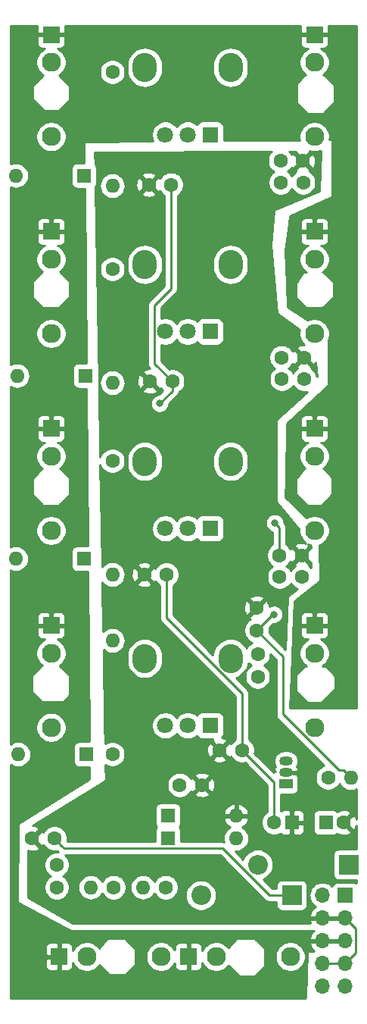
<source format=gbr>
G04 #@! TF.GenerationSoftware,KiCad,Pcbnew,5.1.4*
G04 #@! TF.CreationDate,2019-09-28T21:29:45+01:00*
G04 #@! TF.ProjectId,attenuverter_mixer,61747465-6e75-4766-9572-7465725f6d69,rev?*
G04 #@! TF.SameCoordinates,Original*
G04 #@! TF.FileFunction,Copper,L2,Bot*
G04 #@! TF.FilePolarity,Positive*
%FSLAX46Y46*%
G04 Gerber Fmt 4.6, Leading zero omitted, Abs format (unit mm)*
G04 Created by KiCad (PCBNEW 5.1.4) date 2019-09-28 21:29:45*
%MOMM*%
%LPD*%
G04 APERTURE LIST*
%ADD10R,1.600000X1.600000*%
%ADD11C,1.600000*%
%ADD12O,1.600000X1.600000*%
%ADD13R,2.200000X2.200000*%
%ADD14O,2.200000X2.200000*%
%ADD15R,1.700000X1.700000*%
%ADD16O,1.700000X1.700000*%
%ADD17C,2.130000*%
%ADD18R,1.930000X1.830000*%
%ADD19R,1.830000X1.930000*%
%ADD20R,1.800000X1.800000*%
%ADD21C,1.800000*%
%ADD22O,2.720000X3.240000*%
%ADD23O,1.500000X1.050000*%
%ADD24R,1.500000X1.050000*%
%ADD25C,0.800000*%
%ADD26C,0.250000*%
%ADD27C,0.254000*%
G04 APERTURE END LIST*
D10*
X65913000Y-129667000D03*
D11*
X67913000Y-129667000D03*
X60103000Y-129667000D03*
D10*
X62103000Y-129667000D03*
D11*
X60833000Y-55753000D03*
X63333000Y-55753000D03*
X48601000Y-58420000D03*
X46101000Y-58420000D03*
X63460000Y-77724000D03*
X60960000Y-77724000D03*
X46228000Y-80391000D03*
X48728000Y-80391000D03*
X63206000Y-99822000D03*
X60706000Y-99822000D03*
X45593000Y-101981000D03*
X48093000Y-101981000D03*
X58166000Y-105704000D03*
X58166000Y-108204000D03*
X35814000Y-134406000D03*
X35814000Y-136906000D03*
X54038500Y-121602500D03*
X56538500Y-121602500D03*
D12*
X31242000Y-57404000D03*
D10*
X38862000Y-57404000D03*
X38989000Y-79756000D03*
D12*
X31369000Y-79756000D03*
X31242000Y-100203000D03*
D10*
X38862000Y-100203000D03*
X39116000Y-122047000D03*
D12*
X31496000Y-122047000D03*
D10*
X48260000Y-128905000D03*
D12*
X55880000Y-128905000D03*
X55880000Y-131445000D03*
D10*
X48260000Y-131445000D03*
D13*
X68453000Y-134366000D03*
D14*
X58293000Y-134366000D03*
X51943000Y-137795000D03*
D13*
X62103000Y-137795000D03*
D15*
X68072000Y-137795000D03*
D16*
X65532000Y-137795000D03*
X68072000Y-140335000D03*
X65532000Y-140335000D03*
X68072000Y-142875000D03*
X65532000Y-142875000D03*
X68072000Y-145415000D03*
X65532000Y-145415000D03*
X68072000Y-147955000D03*
X65532000Y-147955000D03*
D17*
X64643000Y-44756000D03*
D18*
X64643000Y-41656000D03*
D17*
X64643000Y-53056000D03*
X35179000Y-53056000D03*
D18*
X35179000Y-41656000D03*
D17*
X35179000Y-44756000D03*
X64643000Y-75056000D03*
D18*
X64643000Y-63656000D03*
D17*
X64643000Y-66756000D03*
X64643000Y-97056000D03*
D18*
X64643000Y-85656000D03*
D17*
X64643000Y-88756000D03*
X39168000Y-144653000D03*
D19*
X36068000Y-144653000D03*
D17*
X47468000Y-144653000D03*
X61946000Y-144653000D03*
D19*
X50546000Y-144653000D03*
D17*
X53646000Y-144653000D03*
D20*
X52959000Y-52832000D03*
D21*
X50459000Y-52832000D03*
X47959000Y-52832000D03*
D22*
X45659000Y-45332000D03*
X55259000Y-45332000D03*
D20*
X52959000Y-74832000D03*
D21*
X50459000Y-74832000D03*
X47959000Y-74832000D03*
D22*
X45659000Y-67332000D03*
X55259000Y-67332000D03*
X55259000Y-111332000D03*
X45659000Y-111332000D03*
D21*
X47959000Y-118832000D03*
X50459000Y-118832000D03*
D20*
X52959000Y-118832000D03*
D23*
X61468000Y-124079000D03*
X61468000Y-122809000D03*
D24*
X61468000Y-125349000D03*
D11*
X60873000Y-58166000D03*
X63373000Y-58166000D03*
X63500000Y-80137000D03*
X61000000Y-80137000D03*
X63246000Y-102235000D03*
X60746000Y-102235000D03*
X58293000Y-113371000D03*
X58293000Y-110871000D03*
D17*
X64643000Y-119056000D03*
D18*
X64643000Y-107656000D03*
D17*
X64643000Y-110756000D03*
X35179000Y-66756000D03*
D18*
X35179000Y-63656000D03*
D17*
X35179000Y-75056000D03*
X35179000Y-88756000D03*
D18*
X35179000Y-85656000D03*
D17*
X35179000Y-97056000D03*
X35179000Y-110756000D03*
D18*
X35179000Y-107656000D03*
D17*
X35179000Y-119056000D03*
D11*
X42037000Y-45847000D03*
D12*
X42037000Y-58547000D03*
X42037000Y-80547000D03*
D11*
X42037000Y-67847000D03*
D12*
X42037000Y-101981000D03*
D11*
X42037000Y-89281000D03*
X42037000Y-122047000D03*
D12*
X42037000Y-109347000D03*
D20*
X52959000Y-96832000D03*
D21*
X50459000Y-96832000D03*
X47959000Y-96832000D03*
D22*
X45659000Y-89332000D03*
X55259000Y-89332000D03*
D11*
X35560000Y-131445000D03*
X33060000Y-131445000D03*
X49570000Y-125476000D03*
X52070000Y-125476000D03*
X42164000Y-136906000D03*
D12*
X39624000Y-136906000D03*
D11*
X66167000Y-124650500D03*
D12*
X68707000Y-124650500D03*
X45466000Y-136906000D03*
D11*
X48006000Y-136906000D03*
D25*
X60134500Y-106426000D03*
X60198000Y-96202500D03*
X54605510Y-102429990D03*
X60896500Y-120523000D03*
X54800500Y-117602000D03*
X58801000Y-80835500D03*
X54165500Y-79819500D03*
X58991500Y-58955010D03*
X54102000Y-57785000D03*
X47307500Y-82867500D03*
D26*
X67380299Y-123850501D02*
X61087000Y-117557202D01*
X68707000Y-124650500D02*
X67907001Y-123850501D01*
X67907001Y-123850501D02*
X67380299Y-123850501D01*
X61087000Y-111125000D02*
X58166000Y-108204000D01*
X61087000Y-117557202D02*
X61087000Y-111125000D01*
X36359999Y-132244999D02*
X35560000Y-131445000D01*
X36685001Y-132570001D02*
X36359999Y-132244999D01*
X54387999Y-132570001D02*
X36685001Y-132570001D01*
X59612998Y-137795000D02*
X54387999Y-132570001D01*
X62103000Y-137795000D02*
X59612998Y-137795000D01*
X58166000Y-108204000D02*
X59944000Y-106426000D01*
X59944000Y-106426000D02*
X60134500Y-106426000D01*
X60706000Y-99822000D02*
X60706000Y-96710500D01*
X60706000Y-96710500D02*
X60198000Y-96202500D01*
X65532000Y-145415000D02*
X68072000Y-145415000D01*
X68921999Y-141184999D02*
X68072000Y-140335000D01*
X69247001Y-144239999D02*
X69247001Y-141510001D01*
X69247001Y-141510001D02*
X68921999Y-141184999D01*
X68072000Y-145415000D02*
X69247001Y-144239999D01*
X66869919Y-140335000D02*
X65532000Y-140335000D01*
X68072000Y-140335000D02*
X66869919Y-140335000D01*
X60103000Y-125167000D02*
X56538500Y-121602500D01*
X60103000Y-129667000D02*
X60103000Y-125167000D01*
X48093000Y-106808963D02*
X48093000Y-103112370D01*
X48093000Y-103112370D02*
X48093000Y-101981000D01*
X56538500Y-115254463D02*
X48093000Y-106808963D01*
X56538500Y-121602500D02*
X56538500Y-115254463D01*
X46733999Y-78396999D02*
X46733999Y-71884001D01*
X48728000Y-80391000D02*
X46733999Y-78396999D01*
X48601000Y-70017000D02*
X48601000Y-58420000D01*
X46733999Y-71884001D02*
X48601000Y-70017000D01*
X48728000Y-81447000D02*
X48728000Y-80391000D01*
X47307500Y-82867500D02*
X48728000Y-81447000D01*
X65532000Y-142875000D02*
X68072000Y-142875000D01*
D27*
G36*
X33575928Y-40741000D02*
G01*
X33579000Y-41370250D01*
X33737750Y-41529000D01*
X35052000Y-41529000D01*
X35052000Y-41509000D01*
X35306000Y-41509000D01*
X35306000Y-41529000D01*
X36620250Y-41529000D01*
X36779000Y-41370250D01*
X36782072Y-40741000D01*
X36774587Y-40665000D01*
X63047413Y-40665000D01*
X63039928Y-40741000D01*
X63043000Y-41370250D01*
X63201750Y-41529000D01*
X64516000Y-41529000D01*
X64516000Y-41509000D01*
X64770000Y-41509000D01*
X64770000Y-41529000D01*
X66084250Y-41529000D01*
X66243000Y-41370250D01*
X66246072Y-40741000D01*
X66238587Y-40665000D01*
X69317000Y-40665000D01*
X69317001Y-116847236D01*
X61855139Y-116902510D01*
X62027733Y-113220500D01*
X62547500Y-113220500D01*
X62547500Y-114935000D01*
X62549940Y-114959776D01*
X62557167Y-114983601D01*
X62568903Y-115005557D01*
X62584697Y-115024803D01*
X63791197Y-116231303D01*
X63810443Y-116247097D01*
X63832399Y-116258833D01*
X63856224Y-116266060D01*
X63881000Y-116268500D01*
X65405000Y-116268500D01*
X65429776Y-116266060D01*
X65453601Y-116258833D01*
X65475557Y-116247097D01*
X65494803Y-116231303D01*
X66891803Y-114834303D01*
X66907597Y-114815057D01*
X66919333Y-114793101D01*
X66926560Y-114769276D01*
X66929000Y-114744500D01*
X66929000Y-113284000D01*
X66926560Y-113259224D01*
X66919333Y-113235399D01*
X66907597Y-113213443D01*
X66891803Y-113194197D01*
X65939303Y-112241697D01*
X65920057Y-112225903D01*
X65898101Y-112214167D01*
X65874276Y-112206940D01*
X65849500Y-112204500D01*
X65535087Y-112204500D01*
X65726687Y-112076477D01*
X65963477Y-111839687D01*
X66149521Y-111561252D01*
X66277670Y-111251872D01*
X66343000Y-110923435D01*
X66343000Y-110588565D01*
X66277670Y-110260128D01*
X66149521Y-109950748D01*
X65963477Y-109672313D01*
X65726687Y-109435523D01*
X65448252Y-109249479D01*
X65347860Y-109207895D01*
X65608000Y-109209072D01*
X65732482Y-109196812D01*
X65852180Y-109160502D01*
X65962494Y-109101537D01*
X66059185Y-109022185D01*
X66138537Y-108925494D01*
X66197502Y-108815180D01*
X66233812Y-108695482D01*
X66246072Y-108571000D01*
X66243000Y-107941750D01*
X66084250Y-107783000D01*
X64770000Y-107783000D01*
X64770000Y-107803000D01*
X64516000Y-107803000D01*
X64516000Y-107783000D01*
X63201750Y-107783000D01*
X63043000Y-107941750D01*
X63039928Y-108571000D01*
X63052188Y-108695482D01*
X63088498Y-108815180D01*
X63147463Y-108925494D01*
X63226815Y-109022185D01*
X63323506Y-109101537D01*
X63433820Y-109160502D01*
X63553518Y-109196812D01*
X63678000Y-109209072D01*
X63938140Y-109207895D01*
X63837748Y-109249479D01*
X63559313Y-109435523D01*
X63322523Y-109672313D01*
X63136479Y-109950748D01*
X63008330Y-110260128D01*
X62943000Y-110588565D01*
X62943000Y-110923435D01*
X63008330Y-111251872D01*
X63136479Y-111561252D01*
X63322523Y-111839687D01*
X63559313Y-112076477D01*
X63750913Y-112204500D01*
X63627000Y-112204500D01*
X63606531Y-112206160D01*
X63582472Y-112212562D01*
X63560124Y-112223535D01*
X63540346Y-112238656D01*
X62587846Y-113127656D01*
X62568903Y-113149943D01*
X62557167Y-113171899D01*
X62549940Y-113195724D01*
X62547500Y-113220500D01*
X62027733Y-113220500D01*
X62331459Y-106741000D01*
X63039928Y-106741000D01*
X63043000Y-107370250D01*
X63201750Y-107529000D01*
X64516000Y-107529000D01*
X64516000Y-106264750D01*
X64770000Y-106264750D01*
X64770000Y-107529000D01*
X66084250Y-107529000D01*
X66243000Y-107370250D01*
X66246072Y-106741000D01*
X66233812Y-106616518D01*
X66197502Y-106496820D01*
X66138537Y-106386506D01*
X66059185Y-106289815D01*
X65962494Y-106210463D01*
X65852180Y-106151498D01*
X65732482Y-106115188D01*
X65608000Y-106102928D01*
X64928750Y-106106000D01*
X64770000Y-106264750D01*
X64516000Y-106264750D01*
X64357250Y-106106000D01*
X63678000Y-106102928D01*
X63553518Y-106115188D01*
X63433820Y-106151498D01*
X63323506Y-106210463D01*
X63226815Y-106289815D01*
X63147463Y-106386506D01*
X63088498Y-106496820D01*
X63052188Y-106616518D01*
X63039928Y-106741000D01*
X62331459Y-106741000D01*
X62417623Y-104902851D01*
X65228970Y-102716248D01*
X65247030Y-102699110D01*
X65261398Y-102678779D01*
X65271525Y-102656035D01*
X65277019Y-102631752D01*
X65277968Y-102613147D01*
X65189353Y-98669760D01*
X65448252Y-98562521D01*
X65726687Y-98376477D01*
X65963477Y-98139687D01*
X66149521Y-97861252D01*
X66277670Y-97551872D01*
X66343000Y-97223435D01*
X66343000Y-96888565D01*
X66277670Y-96560128D01*
X66149521Y-96250748D01*
X65963477Y-95972313D01*
X65726687Y-95735523D01*
X65448252Y-95549479D01*
X65138872Y-95421330D01*
X64810435Y-95356000D01*
X64475565Y-95356000D01*
X64147128Y-95421330D01*
X63837748Y-95549479D01*
X63781213Y-95587254D01*
X61405325Y-93291905D01*
X61434567Y-91376500D01*
X62547500Y-91376500D01*
X62547500Y-92900500D01*
X62549940Y-92925276D01*
X62557167Y-92949101D01*
X62568903Y-92971057D01*
X62584697Y-92990303D01*
X63791197Y-94196803D01*
X63810443Y-94212597D01*
X63832399Y-94224333D01*
X63856224Y-94231560D01*
X63881000Y-94234000D01*
X65405000Y-94234000D01*
X65429776Y-94231560D01*
X65453601Y-94224333D01*
X65475557Y-94212597D01*
X65494803Y-94196803D01*
X66574303Y-93117303D01*
X66590097Y-93098057D01*
X66601833Y-93076101D01*
X66609060Y-93052276D01*
X66611500Y-93027500D01*
X66611500Y-91122500D01*
X66609060Y-91097724D01*
X66601833Y-91073899D01*
X66590097Y-91051943D01*
X66574303Y-91032697D01*
X65685303Y-90143697D01*
X65666057Y-90127903D01*
X65656982Y-90123052D01*
X65726687Y-90076477D01*
X65963477Y-89839687D01*
X66149521Y-89561252D01*
X66277670Y-89251872D01*
X66343000Y-88923435D01*
X66343000Y-88588565D01*
X66277670Y-88260128D01*
X66149521Y-87950748D01*
X65963477Y-87672313D01*
X65726687Y-87435523D01*
X65448252Y-87249479D01*
X65347860Y-87207895D01*
X65608000Y-87209072D01*
X65732482Y-87196812D01*
X65852180Y-87160502D01*
X65962494Y-87101537D01*
X66059185Y-87022185D01*
X66138537Y-86925494D01*
X66197502Y-86815180D01*
X66233812Y-86695482D01*
X66246072Y-86571000D01*
X66243000Y-85941750D01*
X66084250Y-85783000D01*
X64770000Y-85783000D01*
X64770000Y-85803000D01*
X64516000Y-85803000D01*
X64516000Y-85783000D01*
X63201750Y-85783000D01*
X63043000Y-85941750D01*
X63039928Y-86571000D01*
X63052188Y-86695482D01*
X63088498Y-86815180D01*
X63147463Y-86925494D01*
X63226815Y-87022185D01*
X63323506Y-87101537D01*
X63433820Y-87160502D01*
X63553518Y-87196812D01*
X63678000Y-87209072D01*
X63938140Y-87207895D01*
X63837748Y-87249479D01*
X63559313Y-87435523D01*
X63322523Y-87672313D01*
X63136479Y-87950748D01*
X63008330Y-88260128D01*
X62943000Y-88588565D01*
X62943000Y-88923435D01*
X63008330Y-89251872D01*
X63136479Y-89561252D01*
X63322523Y-89839687D01*
X63559313Y-90076477D01*
X63608292Y-90109203D01*
X63591048Y-90111695D01*
X63567976Y-90121049D01*
X63547172Y-90134725D01*
X63529436Y-90152197D01*
X62576936Y-91295197D01*
X62568903Y-91305943D01*
X62557167Y-91327899D01*
X62549940Y-91351724D01*
X62547500Y-91376500D01*
X61434567Y-91376500D01*
X61530642Y-85083665D01*
X61909650Y-84741000D01*
X63039928Y-84741000D01*
X63043000Y-85370250D01*
X63201750Y-85529000D01*
X64516000Y-85529000D01*
X64516000Y-84264750D01*
X64770000Y-84264750D01*
X64770000Y-85529000D01*
X66084250Y-85529000D01*
X66243000Y-85370250D01*
X66246072Y-84741000D01*
X66233812Y-84616518D01*
X66197502Y-84496820D01*
X66138537Y-84386506D01*
X66059185Y-84289815D01*
X65962494Y-84210463D01*
X65852180Y-84151498D01*
X65732482Y-84115188D01*
X65608000Y-84102928D01*
X64928750Y-84106000D01*
X64770000Y-84264750D01*
X64516000Y-84264750D01*
X64357250Y-84106000D01*
X63678000Y-84102928D01*
X63553518Y-84115188D01*
X63433820Y-84151498D01*
X63323506Y-84210463D01*
X63226815Y-84289815D01*
X63147463Y-84386506D01*
X63088498Y-84496820D01*
X63052188Y-84616518D01*
X63039928Y-84741000D01*
X61909650Y-84741000D01*
X66125172Y-80929706D01*
X66141914Y-80911279D01*
X66154740Y-80889941D01*
X66163156Y-80866510D01*
X66167000Y-80835500D01*
X66167000Y-75819054D01*
X66277670Y-75551872D01*
X66343000Y-75223435D01*
X66343000Y-74888565D01*
X66277670Y-74560128D01*
X66149521Y-74250748D01*
X65963477Y-73972313D01*
X65726687Y-73735523D01*
X65448252Y-73549479D01*
X65138872Y-73421330D01*
X64810435Y-73356000D01*
X64475565Y-73356000D01*
X64147128Y-73421330D01*
X63844741Y-73546582D01*
X61655207Y-72066334D01*
X61529770Y-69532500D01*
X62547500Y-69532500D01*
X62547500Y-70993000D01*
X62549940Y-71017776D01*
X62557167Y-71041601D01*
X62568903Y-71063557D01*
X62584697Y-71082803D01*
X63664197Y-72162303D01*
X63683443Y-72178097D01*
X63705399Y-72189833D01*
X63729224Y-72197060D01*
X63754000Y-72199500D01*
X65468500Y-72199500D01*
X65493276Y-72197060D01*
X65517101Y-72189833D01*
X65539057Y-72178097D01*
X65558303Y-72162303D01*
X66764803Y-70955803D01*
X66780597Y-70936557D01*
X66792333Y-70914601D01*
X66799560Y-70890776D01*
X66802000Y-70866000D01*
X66802000Y-69405500D01*
X66799560Y-69380724D01*
X66792333Y-69356899D01*
X66780597Y-69334943D01*
X66764803Y-69315697D01*
X65685303Y-68236197D01*
X65666057Y-68220403D01*
X65644101Y-68208667D01*
X65620276Y-68201440D01*
X65595500Y-68199000D01*
X65543318Y-68199000D01*
X65726687Y-68076477D01*
X65963477Y-67839687D01*
X66149521Y-67561252D01*
X66277670Y-67251872D01*
X66343000Y-66923435D01*
X66343000Y-66588565D01*
X66277670Y-66260128D01*
X66149521Y-65950748D01*
X65963477Y-65672313D01*
X65726687Y-65435523D01*
X65448252Y-65249479D01*
X65347860Y-65207895D01*
X65608000Y-65209072D01*
X65732482Y-65196812D01*
X65852180Y-65160502D01*
X65962494Y-65101537D01*
X66059185Y-65022185D01*
X66138537Y-64925494D01*
X66197502Y-64815180D01*
X66233812Y-64695482D01*
X66246072Y-64571000D01*
X66243000Y-63941750D01*
X66084250Y-63783000D01*
X64770000Y-63783000D01*
X64770000Y-63803000D01*
X64516000Y-63803000D01*
X64516000Y-63783000D01*
X63201750Y-63783000D01*
X63043000Y-63941750D01*
X63039928Y-64571000D01*
X63052188Y-64695482D01*
X63088498Y-64815180D01*
X63147463Y-64925494D01*
X63226815Y-65022185D01*
X63323506Y-65101537D01*
X63433820Y-65160502D01*
X63553518Y-65196812D01*
X63678000Y-65209072D01*
X63938140Y-65207895D01*
X63837748Y-65249479D01*
X63559313Y-65435523D01*
X63322523Y-65672313D01*
X63136479Y-65950748D01*
X63008330Y-66260128D01*
X62943000Y-66588565D01*
X62943000Y-66923435D01*
X63008330Y-67251872D01*
X63136479Y-67561252D01*
X63322523Y-67839687D01*
X63559313Y-68076477D01*
X63742682Y-68199000D01*
X63436500Y-68199000D01*
X63408527Y-68202119D01*
X63384896Y-68209957D01*
X63363249Y-68222254D01*
X63344417Y-68238538D01*
X63329123Y-68258183D01*
X62567123Y-69464683D01*
X62557167Y-69483899D01*
X62549940Y-69507724D01*
X62547500Y-69532500D01*
X61529770Y-69532500D01*
X61341462Y-65728687D01*
X61782268Y-62741000D01*
X63039928Y-62741000D01*
X63043000Y-63370250D01*
X63201750Y-63529000D01*
X64516000Y-63529000D01*
X64516000Y-62264750D01*
X64770000Y-62264750D01*
X64770000Y-63529000D01*
X66084250Y-63529000D01*
X66243000Y-63370250D01*
X66246072Y-62741000D01*
X66233812Y-62616518D01*
X66197502Y-62496820D01*
X66138537Y-62386506D01*
X66059185Y-62289815D01*
X65962494Y-62210463D01*
X65852180Y-62151498D01*
X65732482Y-62115188D01*
X65608000Y-62102928D01*
X64928750Y-62106000D01*
X64770000Y-62264750D01*
X64516000Y-62264750D01*
X64357250Y-62106000D01*
X63678000Y-62102928D01*
X63553518Y-62115188D01*
X63433820Y-62151498D01*
X63323506Y-62210463D01*
X63226815Y-62289815D01*
X63147463Y-62386506D01*
X63088498Y-62496820D01*
X63052188Y-62616518D01*
X63039928Y-62741000D01*
X61782268Y-62741000D01*
X61901090Y-61935655D01*
X66537523Y-59805402D01*
X66559018Y-59792840D01*
X66577649Y-59776327D01*
X66592701Y-59756495D01*
X66603594Y-59734109D01*
X66609911Y-59710027D01*
X66611500Y-59690000D01*
X66611500Y-53530500D01*
X66609060Y-53505724D01*
X66601833Y-53481899D01*
X66590097Y-53459943D01*
X66574303Y-53440697D01*
X66555057Y-53424903D01*
X66533101Y-53413167D01*
X66509276Y-53405940D01*
X66483620Y-53403503D01*
X66306939Y-53404727D01*
X66343000Y-53223435D01*
X66343000Y-52888565D01*
X66277670Y-52560128D01*
X66149521Y-52250748D01*
X65963477Y-51972313D01*
X65726687Y-51735523D01*
X65448252Y-51549479D01*
X65138872Y-51421330D01*
X64810435Y-51356000D01*
X64475565Y-51356000D01*
X64147128Y-51421330D01*
X63837748Y-51549479D01*
X63559313Y-51735523D01*
X63322523Y-51972313D01*
X63136479Y-52250748D01*
X63008330Y-52560128D01*
X62943000Y-52888565D01*
X62943000Y-53223435D01*
X62983641Y-53427752D01*
X54497072Y-53486551D01*
X54497072Y-51932000D01*
X54484812Y-51807518D01*
X54448502Y-51687820D01*
X54389537Y-51577506D01*
X54310185Y-51480815D01*
X54213494Y-51401463D01*
X54103180Y-51342498D01*
X53983482Y-51306188D01*
X53859000Y-51293928D01*
X52059000Y-51293928D01*
X51934518Y-51306188D01*
X51814820Y-51342498D01*
X51704506Y-51401463D01*
X51607815Y-51480815D01*
X51528463Y-51577506D01*
X51475120Y-51677303D01*
X51437505Y-51639688D01*
X51186095Y-51471701D01*
X50906743Y-51355989D01*
X50610184Y-51297000D01*
X50307816Y-51297000D01*
X50011257Y-51355989D01*
X49731905Y-51471701D01*
X49480495Y-51639688D01*
X49266688Y-51853495D01*
X49209000Y-51939831D01*
X49151312Y-51853495D01*
X48937505Y-51639688D01*
X48686095Y-51471701D01*
X48406743Y-51355989D01*
X48110184Y-51297000D01*
X47807816Y-51297000D01*
X47511257Y-51355989D01*
X47231905Y-51471701D01*
X46980495Y-51639688D01*
X46766688Y-51853495D01*
X46598701Y-52104905D01*
X46482989Y-52384257D01*
X46424000Y-52680816D01*
X46424000Y-52983184D01*
X46482989Y-53279743D01*
X46591340Y-53541325D01*
X38988120Y-53594003D01*
X38963361Y-53596615D01*
X38939587Y-53604007D01*
X38917713Y-53615895D01*
X38898577Y-53631822D01*
X38882917Y-53651176D01*
X38871333Y-53673213D01*
X38864272Y-53697087D01*
X38862005Y-53722133D01*
X38882021Y-55965928D01*
X38062000Y-55965928D01*
X37937518Y-55978188D01*
X37817820Y-56014498D01*
X37707506Y-56073463D01*
X37610815Y-56152815D01*
X37531463Y-56249506D01*
X37472498Y-56359820D01*
X37436188Y-56479518D01*
X37423928Y-56604000D01*
X37423928Y-58204000D01*
X37436188Y-58328482D01*
X37472498Y-58448180D01*
X37531463Y-58558494D01*
X37610815Y-58655185D01*
X37707506Y-58734537D01*
X37817820Y-58793502D01*
X37937518Y-58829812D01*
X38062000Y-58842072D01*
X38907678Y-58842072D01*
X39081414Y-78317928D01*
X38189000Y-78317928D01*
X38064518Y-78330188D01*
X37944820Y-78366498D01*
X37834506Y-78425463D01*
X37737815Y-78504815D01*
X37658463Y-78601506D01*
X37599498Y-78711820D01*
X37563188Y-78831518D01*
X37550928Y-78956000D01*
X37550928Y-80556000D01*
X37563188Y-80680482D01*
X37599498Y-80800180D01*
X37658463Y-80910494D01*
X37737815Y-81007185D01*
X37834506Y-81086537D01*
X37944820Y-81145502D01*
X38064518Y-81181812D01*
X38189000Y-81194072D01*
X39107071Y-81194072D01*
X39263814Y-98764928D01*
X38062000Y-98764928D01*
X37937518Y-98777188D01*
X37817820Y-98813498D01*
X37707506Y-98872463D01*
X37610815Y-98951815D01*
X37531463Y-99048506D01*
X37472498Y-99158820D01*
X37436188Y-99278518D01*
X37423928Y-99403000D01*
X37423928Y-101003000D01*
X37436188Y-101127482D01*
X37472498Y-101247180D01*
X37531463Y-101357494D01*
X37610815Y-101454185D01*
X37707506Y-101533537D01*
X37817820Y-101592502D01*
X37937518Y-101628812D01*
X38062000Y-101641072D01*
X39289471Y-101641072D01*
X39458676Y-120608928D01*
X38316000Y-120608928D01*
X38191518Y-120621188D01*
X38071820Y-120657498D01*
X37961506Y-120716463D01*
X37864815Y-120795815D01*
X37785463Y-120892506D01*
X37726498Y-121002820D01*
X37690188Y-121122518D01*
X37677928Y-121247000D01*
X37677928Y-122847000D01*
X37690188Y-122971482D01*
X37726498Y-123091180D01*
X37785463Y-123201494D01*
X37864815Y-123298185D01*
X37961506Y-123377537D01*
X38071820Y-123436502D01*
X38191518Y-123472812D01*
X38316000Y-123485072D01*
X39484332Y-123485072D01*
X39496367Y-124834145D01*
X31556153Y-129749516D01*
X31536371Y-129764632D01*
X31519918Y-129783317D01*
X31507426Y-129804853D01*
X31499376Y-129828412D01*
X31496003Y-129856573D01*
X31432503Y-138556073D01*
X31434763Y-138580867D01*
X31441816Y-138604743D01*
X31453391Y-138626785D01*
X31469044Y-138646145D01*
X31488174Y-138662079D01*
X31500248Y-138669331D01*
X37278748Y-141717331D01*
X37301802Y-141726732D01*
X37338000Y-141732000D01*
X64592758Y-141732000D01*
X64434412Y-141874731D01*
X64260359Y-142108080D01*
X64135175Y-142370901D01*
X64090524Y-142518110D01*
X64211845Y-142748000D01*
X65405000Y-142748000D01*
X65405000Y-142728000D01*
X65659000Y-142728000D01*
X65659000Y-142748000D01*
X67934761Y-142748000D01*
X68067477Y-142913895D01*
X68056666Y-143022000D01*
X67945000Y-143022000D01*
X67945000Y-143002000D01*
X65659000Y-143002000D01*
X65659000Y-143022000D01*
X65405000Y-143022000D01*
X65405000Y-143002000D01*
X64211845Y-143002000D01*
X64090524Y-143231890D01*
X64135175Y-143379099D01*
X64260359Y-143641920D01*
X64434412Y-143875269D01*
X64592758Y-144018000D01*
X63944500Y-144018000D01*
X63919724Y-144020440D01*
X63895899Y-144027667D01*
X63873943Y-144039403D01*
X63854697Y-144055197D01*
X63838903Y-144074443D01*
X63827167Y-144096399D01*
X63819940Y-144120224D01*
X63817589Y-144140241D01*
X63627526Y-149208575D01*
X63600941Y-149327000D01*
X30632000Y-149327000D01*
X30632000Y-145618000D01*
X34514928Y-145618000D01*
X34527188Y-145742482D01*
X34563498Y-145862180D01*
X34622463Y-145972494D01*
X34701815Y-146069185D01*
X34798506Y-146148537D01*
X34908820Y-146207502D01*
X35028518Y-146243812D01*
X35153000Y-146256072D01*
X35782250Y-146253000D01*
X35941000Y-146094250D01*
X35941000Y-144780000D01*
X34676750Y-144780000D01*
X34518000Y-144938750D01*
X34514928Y-145618000D01*
X30632000Y-145618000D01*
X30632000Y-143688000D01*
X34514928Y-143688000D01*
X34518000Y-144367250D01*
X34676750Y-144526000D01*
X35941000Y-144526000D01*
X35941000Y-143211750D01*
X36195000Y-143211750D01*
X36195000Y-144526000D01*
X36215000Y-144526000D01*
X36215000Y-144780000D01*
X36195000Y-144780000D01*
X36195000Y-146094250D01*
X36353750Y-146253000D01*
X36983000Y-146256072D01*
X37107482Y-146243812D01*
X37227180Y-146207502D01*
X37337494Y-146148537D01*
X37434185Y-146069185D01*
X37513537Y-145972494D01*
X37572502Y-145862180D01*
X37608812Y-145742482D01*
X37621072Y-145618000D01*
X37619895Y-145357860D01*
X37661479Y-145458252D01*
X37847523Y-145736687D01*
X38084313Y-145973477D01*
X38362748Y-146159521D01*
X38672128Y-146287670D01*
X39000565Y-146353000D01*
X39335435Y-146353000D01*
X39663872Y-146287670D01*
X39973252Y-146159521D01*
X40251687Y-145973477D01*
X40488477Y-145736687D01*
X40580644Y-145598750D01*
X41629697Y-146647803D01*
X41648943Y-146663597D01*
X41670899Y-146675333D01*
X41694724Y-146682560D01*
X41719500Y-146685000D01*
X43434000Y-146685000D01*
X43458776Y-146682560D01*
X43482601Y-146675333D01*
X43504557Y-146663597D01*
X43523803Y-146647803D01*
X44539803Y-145631803D01*
X44555597Y-145612557D01*
X44567333Y-145590601D01*
X44574560Y-145566776D01*
X44577000Y-145542000D01*
X44577000Y-144485565D01*
X45768000Y-144485565D01*
X45768000Y-144820435D01*
X45833330Y-145148872D01*
X45961479Y-145458252D01*
X46147523Y-145736687D01*
X46384313Y-145973477D01*
X46662748Y-146159521D01*
X46972128Y-146287670D01*
X47300565Y-146353000D01*
X47635435Y-146353000D01*
X47963872Y-146287670D01*
X48273252Y-146159521D01*
X48551687Y-145973477D01*
X48788477Y-145736687D01*
X48974521Y-145458252D01*
X48993862Y-145411559D01*
X48992928Y-145618000D01*
X49005188Y-145742482D01*
X49041498Y-145862180D01*
X49100463Y-145972494D01*
X49179815Y-146069185D01*
X49276506Y-146148537D01*
X49386820Y-146207502D01*
X49506518Y-146243812D01*
X49631000Y-146256072D01*
X50260250Y-146253000D01*
X50419000Y-146094250D01*
X50419000Y-144780000D01*
X50399000Y-144780000D01*
X50399000Y-144526000D01*
X50419000Y-144526000D01*
X50419000Y-143211750D01*
X50673000Y-143211750D01*
X50673000Y-144526000D01*
X50693000Y-144526000D01*
X50693000Y-144780000D01*
X50673000Y-144780000D01*
X50673000Y-146094250D01*
X50831750Y-146253000D01*
X51461000Y-146256072D01*
X51585482Y-146243812D01*
X51705180Y-146207502D01*
X51815494Y-146148537D01*
X51912185Y-146069185D01*
X51991537Y-145972494D01*
X52050502Y-145862180D01*
X52086812Y-145742482D01*
X52099072Y-145618000D01*
X52097895Y-145357860D01*
X52139479Y-145458252D01*
X52325523Y-145736687D01*
X52562313Y-145973477D01*
X52840748Y-146159521D01*
X53150128Y-146287670D01*
X53478565Y-146353000D01*
X53813435Y-146353000D01*
X54141872Y-146287670D01*
X54451252Y-146159521D01*
X54729687Y-145973477D01*
X54966477Y-145736687D01*
X55033209Y-145636815D01*
X56171197Y-146774803D01*
X56190443Y-146790597D01*
X56212399Y-146802333D01*
X56236224Y-146809560D01*
X56261000Y-146812000D01*
X57975500Y-146812000D01*
X58000276Y-146809560D01*
X58024101Y-146802333D01*
X58046057Y-146790597D01*
X58065303Y-146774803D01*
X59081303Y-145758803D01*
X59097097Y-145739557D01*
X59108833Y-145717601D01*
X59116060Y-145693776D01*
X59118500Y-145669000D01*
X59118500Y-144485565D01*
X60246000Y-144485565D01*
X60246000Y-144820435D01*
X60311330Y-145148872D01*
X60439479Y-145458252D01*
X60625523Y-145736687D01*
X60862313Y-145973477D01*
X61140748Y-146159521D01*
X61450128Y-146287670D01*
X61778565Y-146353000D01*
X62113435Y-146353000D01*
X62441872Y-146287670D01*
X62751252Y-146159521D01*
X63029687Y-145973477D01*
X63266477Y-145736687D01*
X63452521Y-145458252D01*
X63580670Y-145148872D01*
X63646000Y-144820435D01*
X63646000Y-144485565D01*
X63580670Y-144157128D01*
X63452521Y-143847748D01*
X63266477Y-143569313D01*
X63029687Y-143332523D01*
X62751252Y-143146479D01*
X62441872Y-143018330D01*
X62113435Y-142953000D01*
X61778565Y-142953000D01*
X61450128Y-143018330D01*
X61140748Y-143146479D01*
X60862313Y-143332523D01*
X60625523Y-143569313D01*
X60439479Y-143847748D01*
X60311330Y-144157128D01*
X60246000Y-144485565D01*
X59118500Y-144485565D01*
X59118500Y-143827500D01*
X59116060Y-143802724D01*
X59108833Y-143778899D01*
X59097097Y-143756943D01*
X59081303Y-143737697D01*
X58001803Y-142658197D01*
X57982557Y-142642403D01*
X57960601Y-142630667D01*
X57936776Y-142623440D01*
X57912000Y-142621000D01*
X55943500Y-142621000D01*
X55911002Y-142625228D01*
X55887675Y-142633927D01*
X55866493Y-142647010D01*
X55848271Y-142663974D01*
X55002230Y-143622821D01*
X54966477Y-143569313D01*
X54729687Y-143332523D01*
X54451252Y-143146479D01*
X54141872Y-143018330D01*
X53813435Y-142953000D01*
X53478565Y-142953000D01*
X53150128Y-143018330D01*
X52840748Y-143146479D01*
X52562313Y-143332523D01*
X52325523Y-143569313D01*
X52139479Y-143847748D01*
X52097895Y-143948140D01*
X52099072Y-143688000D01*
X52086812Y-143563518D01*
X52050502Y-143443820D01*
X51991537Y-143333506D01*
X51912185Y-143236815D01*
X51815494Y-143157463D01*
X51705180Y-143098498D01*
X51585482Y-143062188D01*
X51461000Y-143049928D01*
X50831750Y-143053000D01*
X50673000Y-143211750D01*
X50419000Y-143211750D01*
X50260250Y-143053000D01*
X49631000Y-143049928D01*
X49506518Y-143062188D01*
X49386820Y-143098498D01*
X49276506Y-143157463D01*
X49179815Y-143236815D01*
X49100463Y-143333506D01*
X49041498Y-143443820D01*
X49005188Y-143563518D01*
X48992928Y-143688000D01*
X48993862Y-143894441D01*
X48974521Y-143847748D01*
X48788477Y-143569313D01*
X48551687Y-143332523D01*
X48273252Y-143146479D01*
X47963872Y-143018330D01*
X47635435Y-142953000D01*
X47300565Y-142953000D01*
X46972128Y-143018330D01*
X46662748Y-143146479D01*
X46384313Y-143332523D01*
X46147523Y-143569313D01*
X45961479Y-143847748D01*
X45833330Y-144157128D01*
X45768000Y-144485565D01*
X44577000Y-144485565D01*
X44577000Y-143764000D01*
X44574560Y-143739224D01*
X44567333Y-143715399D01*
X44555597Y-143693443D01*
X44539803Y-143674197D01*
X43523803Y-142658197D01*
X43504557Y-142642403D01*
X43482601Y-142630667D01*
X43458776Y-142623440D01*
X43434000Y-142621000D01*
X41529000Y-142621000D01*
X41493048Y-142626195D01*
X41469976Y-142635549D01*
X41449172Y-142649225D01*
X41431436Y-142666697D01*
X40573374Y-143696371D01*
X40488477Y-143569313D01*
X40251687Y-143332523D01*
X39973252Y-143146479D01*
X39663872Y-143018330D01*
X39335435Y-142953000D01*
X39000565Y-142953000D01*
X38672128Y-143018330D01*
X38362748Y-143146479D01*
X38084313Y-143332523D01*
X37847523Y-143569313D01*
X37661479Y-143847748D01*
X37619895Y-143948140D01*
X37621072Y-143688000D01*
X37608812Y-143563518D01*
X37572502Y-143443820D01*
X37513537Y-143333506D01*
X37434185Y-143236815D01*
X37337494Y-143157463D01*
X37227180Y-143098498D01*
X37107482Y-143062188D01*
X36983000Y-143049928D01*
X36353750Y-143053000D01*
X36195000Y-143211750D01*
X35941000Y-143211750D01*
X35782250Y-143053000D01*
X35153000Y-143049928D01*
X35028518Y-143062188D01*
X34908820Y-143098498D01*
X34798506Y-143157463D01*
X34701815Y-143236815D01*
X34622463Y-143333506D01*
X34563498Y-143443820D01*
X34527188Y-143563518D01*
X34514928Y-143688000D01*
X30632000Y-143688000D01*
X30632000Y-123194312D01*
X30694899Y-123245932D01*
X30944192Y-123379182D01*
X31214691Y-123461236D01*
X31425508Y-123482000D01*
X31566492Y-123482000D01*
X31777309Y-123461236D01*
X32047808Y-123379182D01*
X32297101Y-123245932D01*
X32515608Y-123066608D01*
X32694932Y-122848101D01*
X32828182Y-122598808D01*
X32910236Y-122328309D01*
X32937943Y-122047000D01*
X32910236Y-121765691D01*
X32828182Y-121495192D01*
X32694932Y-121245899D01*
X32515608Y-121027392D01*
X32297101Y-120848068D01*
X32047808Y-120714818D01*
X31777309Y-120632764D01*
X31566492Y-120612000D01*
X31425508Y-120612000D01*
X31214691Y-120632764D01*
X30944192Y-120714818D01*
X30694899Y-120848068D01*
X30632000Y-120899688D01*
X30632000Y-118888565D01*
X33479000Y-118888565D01*
X33479000Y-119223435D01*
X33544330Y-119551872D01*
X33672479Y-119861252D01*
X33858523Y-120139687D01*
X34095313Y-120376477D01*
X34373748Y-120562521D01*
X34683128Y-120690670D01*
X35011565Y-120756000D01*
X35346435Y-120756000D01*
X35674872Y-120690670D01*
X35984252Y-120562521D01*
X36262687Y-120376477D01*
X36499477Y-120139687D01*
X36685521Y-119861252D01*
X36813670Y-119551872D01*
X36879000Y-119223435D01*
X36879000Y-118888565D01*
X36813670Y-118560128D01*
X36685521Y-118250748D01*
X36499477Y-117972313D01*
X36262687Y-117735523D01*
X35984252Y-117549479D01*
X35674872Y-117421330D01*
X35346435Y-117356000D01*
X35011565Y-117356000D01*
X34683128Y-117421330D01*
X34373748Y-117549479D01*
X34095313Y-117735523D01*
X33858523Y-117972313D01*
X33672479Y-118250748D01*
X33544330Y-118560128D01*
X33479000Y-118888565D01*
X30632000Y-118888565D01*
X30632000Y-113347500D01*
X33020000Y-113347500D01*
X33020000Y-114998500D01*
X33022440Y-115023276D01*
X33029667Y-115047101D01*
X33041403Y-115069057D01*
X33057197Y-115088303D01*
X34136697Y-116167803D01*
X34155943Y-116183597D01*
X34177899Y-116195333D01*
X34201724Y-116202560D01*
X34226500Y-116205000D01*
X36449000Y-116205000D01*
X36473776Y-116202560D01*
X36497601Y-116195333D01*
X36519557Y-116183597D01*
X36538803Y-116167803D01*
X37237303Y-115469303D01*
X37253097Y-115450057D01*
X37264833Y-115428101D01*
X37272060Y-115404276D01*
X37274500Y-115379500D01*
X37274500Y-113347500D01*
X37272060Y-113322724D01*
X37264833Y-113298899D01*
X37253097Y-113276943D01*
X37237303Y-113257697D01*
X36157803Y-112178197D01*
X36138557Y-112162403D01*
X36136075Y-112161076D01*
X36262687Y-112076477D01*
X36499477Y-111839687D01*
X36685521Y-111561252D01*
X36813670Y-111251872D01*
X36879000Y-110923435D01*
X36879000Y-110588565D01*
X36813670Y-110260128D01*
X36685521Y-109950748D01*
X36499477Y-109672313D01*
X36262687Y-109435523D01*
X35984252Y-109249479D01*
X35883860Y-109207895D01*
X36144000Y-109209072D01*
X36268482Y-109196812D01*
X36388180Y-109160502D01*
X36498494Y-109101537D01*
X36595185Y-109022185D01*
X36674537Y-108925494D01*
X36733502Y-108815180D01*
X36769812Y-108695482D01*
X36782072Y-108571000D01*
X36779000Y-107941750D01*
X36620250Y-107783000D01*
X35306000Y-107783000D01*
X35306000Y-107803000D01*
X35052000Y-107803000D01*
X35052000Y-107783000D01*
X33737750Y-107783000D01*
X33579000Y-107941750D01*
X33575928Y-108571000D01*
X33588188Y-108695482D01*
X33624498Y-108815180D01*
X33683463Y-108925494D01*
X33762815Y-109022185D01*
X33859506Y-109101537D01*
X33969820Y-109160502D01*
X34089518Y-109196812D01*
X34214000Y-109209072D01*
X34474140Y-109207895D01*
X34373748Y-109249479D01*
X34095313Y-109435523D01*
X33858523Y-109672313D01*
X33672479Y-109950748D01*
X33544330Y-110260128D01*
X33479000Y-110588565D01*
X33479000Y-110923435D01*
X33544330Y-111251872D01*
X33672479Y-111561252D01*
X33858523Y-111839687D01*
X34095313Y-112076477D01*
X34191879Y-112141000D01*
X34099500Y-112141000D01*
X34067002Y-112145228D01*
X34043675Y-112153927D01*
X34022493Y-112167010D01*
X34004271Y-112183974D01*
X33051771Y-113263474D01*
X33041403Y-113276943D01*
X33029667Y-113298899D01*
X33022440Y-113322724D01*
X33020000Y-113347500D01*
X30632000Y-113347500D01*
X30632000Y-106741000D01*
X33575928Y-106741000D01*
X33579000Y-107370250D01*
X33737750Y-107529000D01*
X35052000Y-107529000D01*
X35052000Y-106264750D01*
X35306000Y-106264750D01*
X35306000Y-107529000D01*
X36620250Y-107529000D01*
X36779000Y-107370250D01*
X36782072Y-106741000D01*
X36769812Y-106616518D01*
X36733502Y-106496820D01*
X36674537Y-106386506D01*
X36595185Y-106289815D01*
X36498494Y-106210463D01*
X36388180Y-106151498D01*
X36268482Y-106115188D01*
X36144000Y-106102928D01*
X35464750Y-106106000D01*
X35306000Y-106264750D01*
X35052000Y-106264750D01*
X34893250Y-106106000D01*
X34214000Y-106102928D01*
X34089518Y-106115188D01*
X33969820Y-106151498D01*
X33859506Y-106210463D01*
X33762815Y-106289815D01*
X33683463Y-106386506D01*
X33624498Y-106496820D01*
X33588188Y-106616518D01*
X33575928Y-106741000D01*
X30632000Y-106741000D01*
X30632000Y-101504078D01*
X30690192Y-101535182D01*
X30960691Y-101617236D01*
X31171508Y-101638000D01*
X31312492Y-101638000D01*
X31523309Y-101617236D01*
X31793808Y-101535182D01*
X32043101Y-101401932D01*
X32261608Y-101222608D01*
X32440932Y-101004101D01*
X32574182Y-100754808D01*
X32656236Y-100484309D01*
X32683943Y-100203000D01*
X32656236Y-99921691D01*
X32574182Y-99651192D01*
X32440932Y-99401899D01*
X32261608Y-99183392D01*
X32043101Y-99004068D01*
X31793808Y-98870818D01*
X31523309Y-98788764D01*
X31312492Y-98768000D01*
X31171508Y-98768000D01*
X30960691Y-98788764D01*
X30690192Y-98870818D01*
X30632000Y-98901922D01*
X30632000Y-96888565D01*
X33479000Y-96888565D01*
X33479000Y-97223435D01*
X33544330Y-97551872D01*
X33672479Y-97861252D01*
X33858523Y-98139687D01*
X34095313Y-98376477D01*
X34373748Y-98562521D01*
X34683128Y-98690670D01*
X35011565Y-98756000D01*
X35346435Y-98756000D01*
X35674872Y-98690670D01*
X35984252Y-98562521D01*
X36262687Y-98376477D01*
X36499477Y-98139687D01*
X36685521Y-97861252D01*
X36813670Y-97551872D01*
X36879000Y-97223435D01*
X36879000Y-96888565D01*
X36813670Y-96560128D01*
X36685521Y-96250748D01*
X36499477Y-95972313D01*
X36262687Y-95735523D01*
X35984252Y-95549479D01*
X35674872Y-95421330D01*
X35346435Y-95356000D01*
X35011565Y-95356000D01*
X34683128Y-95421330D01*
X34373748Y-95549479D01*
X34095313Y-95735523D01*
X33858523Y-95972313D01*
X33672479Y-96250748D01*
X33544330Y-96560128D01*
X33479000Y-96888565D01*
X30632000Y-96888565D01*
X30632000Y-91376500D01*
X33083500Y-91376500D01*
X33083500Y-93027500D01*
X33085940Y-93052276D01*
X33093167Y-93076101D01*
X33104903Y-93098057D01*
X33120697Y-93117303D01*
X34200197Y-94196803D01*
X34219443Y-94212597D01*
X34241399Y-94224333D01*
X34265224Y-94231560D01*
X34290000Y-94234000D01*
X36004500Y-94234000D01*
X36029276Y-94231560D01*
X36053101Y-94224333D01*
X36075057Y-94212597D01*
X36094303Y-94196803D01*
X37237303Y-93053803D01*
X37253097Y-93034557D01*
X37264833Y-93012601D01*
X37272060Y-92988776D01*
X37274500Y-92964000D01*
X37274500Y-91249500D01*
X37272060Y-91224724D01*
X37264833Y-91200899D01*
X37253097Y-91178943D01*
X37237303Y-91159697D01*
X36221303Y-90143697D01*
X36202057Y-90127903D01*
X36192982Y-90123052D01*
X36262687Y-90076477D01*
X36499477Y-89839687D01*
X36685521Y-89561252D01*
X36813670Y-89251872D01*
X36879000Y-88923435D01*
X36879000Y-88588565D01*
X36813670Y-88260128D01*
X36685521Y-87950748D01*
X36499477Y-87672313D01*
X36262687Y-87435523D01*
X35984252Y-87249479D01*
X35883860Y-87207895D01*
X36144000Y-87209072D01*
X36268482Y-87196812D01*
X36388180Y-87160502D01*
X36498494Y-87101537D01*
X36595185Y-87022185D01*
X36674537Y-86925494D01*
X36733502Y-86815180D01*
X36769812Y-86695482D01*
X36782072Y-86571000D01*
X36779000Y-85941750D01*
X36620250Y-85783000D01*
X35306000Y-85783000D01*
X35306000Y-85803000D01*
X35052000Y-85803000D01*
X35052000Y-85783000D01*
X33737750Y-85783000D01*
X33579000Y-85941750D01*
X33575928Y-86571000D01*
X33588188Y-86695482D01*
X33624498Y-86815180D01*
X33683463Y-86925494D01*
X33762815Y-87022185D01*
X33859506Y-87101537D01*
X33969820Y-87160502D01*
X34089518Y-87196812D01*
X34214000Y-87209072D01*
X34474140Y-87207895D01*
X34373748Y-87249479D01*
X34095313Y-87435523D01*
X33858523Y-87672313D01*
X33672479Y-87950748D01*
X33544330Y-88260128D01*
X33479000Y-88588565D01*
X33479000Y-88923435D01*
X33544330Y-89251872D01*
X33672479Y-89561252D01*
X33858523Y-89839687D01*
X34095313Y-90076477D01*
X34164935Y-90122997D01*
X34149863Y-90132229D01*
X34131579Y-90149126D01*
X33115579Y-91292126D01*
X33104903Y-91305943D01*
X33093167Y-91327899D01*
X33085940Y-91351724D01*
X33083500Y-91376500D01*
X30632000Y-91376500D01*
X30632000Y-84741000D01*
X33575928Y-84741000D01*
X33579000Y-85370250D01*
X33737750Y-85529000D01*
X35052000Y-85529000D01*
X35052000Y-84264750D01*
X35306000Y-84264750D01*
X35306000Y-85529000D01*
X36620250Y-85529000D01*
X36779000Y-85370250D01*
X36782072Y-84741000D01*
X36769812Y-84616518D01*
X36733502Y-84496820D01*
X36674537Y-84386506D01*
X36595185Y-84289815D01*
X36498494Y-84210463D01*
X36388180Y-84151498D01*
X36268482Y-84115188D01*
X36144000Y-84102928D01*
X35464750Y-84106000D01*
X35306000Y-84264750D01*
X35052000Y-84264750D01*
X34893250Y-84106000D01*
X34214000Y-84102928D01*
X34089518Y-84115188D01*
X33969820Y-84151498D01*
X33859506Y-84210463D01*
X33762815Y-84289815D01*
X33683463Y-84386506D01*
X33624498Y-84496820D01*
X33588188Y-84616518D01*
X33575928Y-84741000D01*
X30632000Y-84741000D01*
X30632000Y-80989195D01*
X30817192Y-81088182D01*
X31087691Y-81170236D01*
X31298508Y-81191000D01*
X31439492Y-81191000D01*
X31650309Y-81170236D01*
X31920808Y-81088182D01*
X32170101Y-80954932D01*
X32388608Y-80775608D01*
X32567932Y-80557101D01*
X32701182Y-80307808D01*
X32783236Y-80037309D01*
X32810943Y-79756000D01*
X32783236Y-79474691D01*
X32701182Y-79204192D01*
X32567932Y-78954899D01*
X32388608Y-78736392D01*
X32170101Y-78557068D01*
X31920808Y-78423818D01*
X31650309Y-78341764D01*
X31439492Y-78321000D01*
X31298508Y-78321000D01*
X31087691Y-78341764D01*
X30817192Y-78423818D01*
X30632000Y-78522805D01*
X30632000Y-74888565D01*
X33479000Y-74888565D01*
X33479000Y-75223435D01*
X33544330Y-75551872D01*
X33672479Y-75861252D01*
X33858523Y-76139687D01*
X34095313Y-76376477D01*
X34373748Y-76562521D01*
X34683128Y-76690670D01*
X35011565Y-76756000D01*
X35346435Y-76756000D01*
X35674872Y-76690670D01*
X35984252Y-76562521D01*
X36262687Y-76376477D01*
X36499477Y-76139687D01*
X36685521Y-75861252D01*
X36813670Y-75551872D01*
X36879000Y-75223435D01*
X36879000Y-74888565D01*
X36813670Y-74560128D01*
X36685521Y-74250748D01*
X36499477Y-73972313D01*
X36262687Y-73735523D01*
X35984252Y-73549479D01*
X35674872Y-73421330D01*
X35346435Y-73356000D01*
X35011565Y-73356000D01*
X34683128Y-73421330D01*
X34373748Y-73549479D01*
X34095313Y-73735523D01*
X33858523Y-73972313D01*
X33672479Y-74250748D01*
X33544330Y-74560128D01*
X33479000Y-74888565D01*
X30632000Y-74888565D01*
X30632000Y-69278500D01*
X33083500Y-69278500D01*
X33083500Y-70993000D01*
X33085940Y-71017776D01*
X33093167Y-71041601D01*
X33104903Y-71063557D01*
X33120697Y-71082803D01*
X34200197Y-72162303D01*
X34219443Y-72178097D01*
X34241399Y-72189833D01*
X34265224Y-72197060D01*
X34290000Y-72199500D01*
X35941000Y-72199500D01*
X35965776Y-72197060D01*
X35989601Y-72189833D01*
X36011557Y-72178097D01*
X36030803Y-72162303D01*
X37237303Y-70955803D01*
X37253097Y-70936557D01*
X37264833Y-70914601D01*
X37272060Y-70890776D01*
X37274500Y-70866000D01*
X37274500Y-69278500D01*
X37272060Y-69253724D01*
X37264833Y-69229899D01*
X37253097Y-69207943D01*
X37237303Y-69188697D01*
X36221303Y-68172697D01*
X36202057Y-68156903D01*
X36180101Y-68145167D01*
X36166197Y-68140949D01*
X36262687Y-68076477D01*
X36499477Y-67839687D01*
X36685521Y-67561252D01*
X36813670Y-67251872D01*
X36879000Y-66923435D01*
X36879000Y-66588565D01*
X36813670Y-66260128D01*
X36685521Y-65950748D01*
X36499477Y-65672313D01*
X36262687Y-65435523D01*
X35984252Y-65249479D01*
X35883860Y-65207895D01*
X36144000Y-65209072D01*
X36268482Y-65196812D01*
X36388180Y-65160502D01*
X36498494Y-65101537D01*
X36595185Y-65022185D01*
X36674537Y-64925494D01*
X36733502Y-64815180D01*
X36769812Y-64695482D01*
X36782072Y-64571000D01*
X36779000Y-63941750D01*
X36620250Y-63783000D01*
X35306000Y-63783000D01*
X35306000Y-63803000D01*
X35052000Y-63803000D01*
X35052000Y-63783000D01*
X33737750Y-63783000D01*
X33579000Y-63941750D01*
X33575928Y-64571000D01*
X33588188Y-64695482D01*
X33624498Y-64815180D01*
X33683463Y-64925494D01*
X33762815Y-65022185D01*
X33859506Y-65101537D01*
X33969820Y-65160502D01*
X34089518Y-65196812D01*
X34214000Y-65209072D01*
X34474140Y-65207895D01*
X34373748Y-65249479D01*
X34095313Y-65435523D01*
X33858523Y-65672313D01*
X33672479Y-65950748D01*
X33544330Y-66260128D01*
X33479000Y-66588565D01*
X33479000Y-66923435D01*
X33544330Y-67251872D01*
X33672479Y-67561252D01*
X33858523Y-67839687D01*
X34095313Y-68076477D01*
X34191803Y-68140949D01*
X34177899Y-68145167D01*
X34155943Y-68156903D01*
X34136697Y-68172697D01*
X33120697Y-69188697D01*
X33104903Y-69207943D01*
X33093167Y-69229899D01*
X33085940Y-69253724D01*
X33083500Y-69278500D01*
X30632000Y-69278500D01*
X30632000Y-62741000D01*
X33575928Y-62741000D01*
X33579000Y-63370250D01*
X33737750Y-63529000D01*
X35052000Y-63529000D01*
X35052000Y-62264750D01*
X35306000Y-62264750D01*
X35306000Y-63529000D01*
X36620250Y-63529000D01*
X36779000Y-63370250D01*
X36782072Y-62741000D01*
X36769812Y-62616518D01*
X36733502Y-62496820D01*
X36674537Y-62386506D01*
X36595185Y-62289815D01*
X36498494Y-62210463D01*
X36388180Y-62151498D01*
X36268482Y-62115188D01*
X36144000Y-62102928D01*
X35464750Y-62106000D01*
X35306000Y-62264750D01*
X35052000Y-62264750D01*
X34893250Y-62106000D01*
X34214000Y-62102928D01*
X34089518Y-62115188D01*
X33969820Y-62151498D01*
X33859506Y-62210463D01*
X33762815Y-62289815D01*
X33683463Y-62386506D01*
X33624498Y-62496820D01*
X33588188Y-62616518D01*
X33575928Y-62741000D01*
X30632000Y-62741000D01*
X30632000Y-58705078D01*
X30690192Y-58736182D01*
X30960691Y-58818236D01*
X31171508Y-58839000D01*
X31312492Y-58839000D01*
X31523309Y-58818236D01*
X31793808Y-58736182D01*
X32043101Y-58602932D01*
X32261608Y-58423608D01*
X32440932Y-58205101D01*
X32574182Y-57955808D01*
X32656236Y-57685309D01*
X32683943Y-57404000D01*
X32656236Y-57122691D01*
X32574182Y-56852192D01*
X32440932Y-56602899D01*
X32261608Y-56384392D01*
X32043101Y-56205068D01*
X31793808Y-56071818D01*
X31523309Y-55989764D01*
X31312492Y-55969000D01*
X31171508Y-55969000D01*
X30960691Y-55989764D01*
X30690192Y-56071818D01*
X30632000Y-56102922D01*
X30632000Y-52888565D01*
X33479000Y-52888565D01*
X33479000Y-53223435D01*
X33544330Y-53551872D01*
X33672479Y-53861252D01*
X33858523Y-54139687D01*
X34095313Y-54376477D01*
X34373748Y-54562521D01*
X34683128Y-54690670D01*
X35011565Y-54756000D01*
X35346435Y-54756000D01*
X35674872Y-54690670D01*
X35984252Y-54562521D01*
X36262687Y-54376477D01*
X36499477Y-54139687D01*
X36685521Y-53861252D01*
X36813670Y-53551872D01*
X36879000Y-53223435D01*
X36879000Y-52888565D01*
X36813670Y-52560128D01*
X36685521Y-52250748D01*
X36499477Y-51972313D01*
X36262687Y-51735523D01*
X35984252Y-51549479D01*
X35674872Y-51421330D01*
X35346435Y-51356000D01*
X35011565Y-51356000D01*
X34683128Y-51421330D01*
X34373748Y-51549479D01*
X34095313Y-51735523D01*
X33858523Y-51972313D01*
X33672479Y-52250748D01*
X33544330Y-52560128D01*
X33479000Y-52888565D01*
X30632000Y-52888565D01*
X30632000Y-47434500D01*
X33083500Y-47434500D01*
X33083500Y-48768000D01*
X33085940Y-48792776D01*
X33093167Y-48816601D01*
X33104903Y-48838557D01*
X33120697Y-48857803D01*
X34390697Y-50127803D01*
X34409943Y-50143597D01*
X34431899Y-50155333D01*
X34455724Y-50162560D01*
X34480500Y-50165000D01*
X36004500Y-50165000D01*
X36029276Y-50162560D01*
X36053101Y-50155333D01*
X36075057Y-50143597D01*
X36094303Y-50127803D01*
X37173803Y-49048303D01*
X37189597Y-49029057D01*
X37201333Y-49007101D01*
X37208560Y-48983276D01*
X37211000Y-48958500D01*
X37211000Y-47371000D01*
X37208560Y-47346224D01*
X37201333Y-47322399D01*
X37189597Y-47300443D01*
X37173803Y-47281197D01*
X36094303Y-46201697D01*
X36085766Y-46194691D01*
X36262687Y-46076477D01*
X36499477Y-45839687D01*
X36589027Y-45705665D01*
X40602000Y-45705665D01*
X40602000Y-45988335D01*
X40657147Y-46265574D01*
X40765320Y-46526727D01*
X40922363Y-46761759D01*
X41122241Y-46961637D01*
X41357273Y-47118680D01*
X41618426Y-47226853D01*
X41895665Y-47282000D01*
X42178335Y-47282000D01*
X42455574Y-47226853D01*
X42716727Y-47118680D01*
X42951759Y-46961637D01*
X43151637Y-46761759D01*
X43308680Y-46526727D01*
X43416853Y-46265574D01*
X43472000Y-45988335D01*
X43472000Y-45705665D01*
X43416853Y-45428426D01*
X43308680Y-45167273D01*
X43179542Y-44974003D01*
X43664000Y-44974003D01*
X43664000Y-45689998D01*
X43692867Y-45983088D01*
X43806943Y-46359147D01*
X43992193Y-46705725D01*
X44241498Y-47009503D01*
X44545276Y-47258807D01*
X44891854Y-47444057D01*
X45267913Y-47558133D01*
X45659000Y-47596652D01*
X46050088Y-47558133D01*
X46426147Y-47444057D01*
X46772725Y-47258807D01*
X47076503Y-47009503D01*
X47325807Y-46705725D01*
X47511057Y-46359147D01*
X47625133Y-45983087D01*
X47654000Y-45689997D01*
X47654000Y-44974003D01*
X53264000Y-44974003D01*
X53264000Y-45689998D01*
X53292867Y-45983088D01*
X53406943Y-46359147D01*
X53592193Y-46705725D01*
X53841498Y-47009503D01*
X54145276Y-47258807D01*
X54491854Y-47444057D01*
X54867913Y-47558133D01*
X55259000Y-47596652D01*
X55650088Y-47558133D01*
X56026147Y-47444057D01*
X56372725Y-47258807D01*
X56390767Y-47244000D01*
X62611000Y-47244000D01*
X62611000Y-49212500D01*
X62613440Y-49237276D01*
X62620667Y-49261101D01*
X62632403Y-49283057D01*
X62648197Y-49302303D01*
X63791197Y-50445303D01*
X63810443Y-50461097D01*
X63832399Y-50472833D01*
X63856224Y-50480060D01*
X63881000Y-50482500D01*
X65595500Y-50482500D01*
X65620276Y-50480060D01*
X65644101Y-50472833D01*
X65666057Y-50461097D01*
X65685303Y-50445303D01*
X66828303Y-49302303D01*
X66844097Y-49283057D01*
X66855833Y-49261101D01*
X66863060Y-49237276D01*
X66865500Y-49212500D01*
X66865500Y-47307500D01*
X66863060Y-47282724D01*
X66855833Y-47258899D01*
X66844097Y-47236943D01*
X66828303Y-47217697D01*
X65812303Y-46201697D01*
X65793057Y-46185903D01*
X65771101Y-46174167D01*
X65747276Y-46166940D01*
X65722500Y-46164500D01*
X65594951Y-46164500D01*
X65726687Y-46076477D01*
X65963477Y-45839687D01*
X66149521Y-45561252D01*
X66277670Y-45251872D01*
X66343000Y-44923435D01*
X66343000Y-44588565D01*
X66277670Y-44260128D01*
X66149521Y-43950748D01*
X65963477Y-43672313D01*
X65726687Y-43435523D01*
X65448252Y-43249479D01*
X65347860Y-43207895D01*
X65608000Y-43209072D01*
X65732482Y-43196812D01*
X65852180Y-43160502D01*
X65962494Y-43101537D01*
X66059185Y-43022185D01*
X66138537Y-42925494D01*
X66197502Y-42815180D01*
X66233812Y-42695482D01*
X66246072Y-42571000D01*
X66243000Y-41941750D01*
X66084250Y-41783000D01*
X64770000Y-41783000D01*
X64770000Y-41803000D01*
X64516000Y-41803000D01*
X64516000Y-41783000D01*
X63201750Y-41783000D01*
X63043000Y-41941750D01*
X63039928Y-42571000D01*
X63052188Y-42695482D01*
X63088498Y-42815180D01*
X63147463Y-42925494D01*
X63226815Y-43022185D01*
X63323506Y-43101537D01*
X63433820Y-43160502D01*
X63553518Y-43196812D01*
X63678000Y-43209072D01*
X63938140Y-43207895D01*
X63837748Y-43249479D01*
X63559313Y-43435523D01*
X63322523Y-43672313D01*
X63136479Y-43950748D01*
X63008330Y-44260128D01*
X62943000Y-44588565D01*
X62943000Y-44923435D01*
X63008330Y-45251872D01*
X63136479Y-45561252D01*
X63322523Y-45839687D01*
X63559313Y-46076477D01*
X63691049Y-46164500D01*
X63563500Y-46164500D01*
X63529912Y-46169022D01*
X63506663Y-46177928D01*
X63485598Y-46191199D01*
X63467527Y-46208324D01*
X62642027Y-47160824D01*
X62632403Y-47173443D01*
X62620667Y-47195399D01*
X62613440Y-47219224D01*
X62611000Y-47244000D01*
X56390767Y-47244000D01*
X56676503Y-47009503D01*
X56925807Y-46705725D01*
X57111057Y-46359147D01*
X57225133Y-45983087D01*
X57254000Y-45689997D01*
X57254000Y-44974002D01*
X57225133Y-44680912D01*
X57111057Y-44304853D01*
X56925807Y-43958275D01*
X56676503Y-43654497D01*
X56372725Y-43405193D01*
X56026146Y-43219943D01*
X55650087Y-43105867D01*
X55259000Y-43067348D01*
X54867912Y-43105867D01*
X54491853Y-43219943D01*
X54145275Y-43405193D01*
X53841497Y-43654497D01*
X53592193Y-43958275D01*
X53406943Y-44304854D01*
X53292867Y-44680913D01*
X53264000Y-44974003D01*
X47654000Y-44974003D01*
X47654000Y-44974002D01*
X47625133Y-44680912D01*
X47511057Y-44304853D01*
X47325807Y-43958275D01*
X47076503Y-43654497D01*
X46772725Y-43405193D01*
X46426146Y-43219943D01*
X46050087Y-43105867D01*
X45659000Y-43067348D01*
X45267912Y-43105867D01*
X44891853Y-43219943D01*
X44545275Y-43405193D01*
X44241497Y-43654497D01*
X43992193Y-43958275D01*
X43806943Y-44304854D01*
X43692867Y-44680913D01*
X43664000Y-44974003D01*
X43179542Y-44974003D01*
X43151637Y-44932241D01*
X42951759Y-44732363D01*
X42716727Y-44575320D01*
X42455574Y-44467147D01*
X42178335Y-44412000D01*
X41895665Y-44412000D01*
X41618426Y-44467147D01*
X41357273Y-44575320D01*
X41122241Y-44732363D01*
X40922363Y-44932241D01*
X40765320Y-45167273D01*
X40657147Y-45428426D01*
X40602000Y-45705665D01*
X36589027Y-45705665D01*
X36685521Y-45561252D01*
X36813670Y-45251872D01*
X36879000Y-44923435D01*
X36879000Y-44588565D01*
X36813670Y-44260128D01*
X36685521Y-43950748D01*
X36499477Y-43672313D01*
X36262687Y-43435523D01*
X35984252Y-43249479D01*
X35883860Y-43207895D01*
X36144000Y-43209072D01*
X36268482Y-43196812D01*
X36388180Y-43160502D01*
X36498494Y-43101537D01*
X36595185Y-43022185D01*
X36674537Y-42925494D01*
X36733502Y-42815180D01*
X36769812Y-42695482D01*
X36782072Y-42571000D01*
X36779000Y-41941750D01*
X36620250Y-41783000D01*
X35306000Y-41783000D01*
X35306000Y-41803000D01*
X35052000Y-41803000D01*
X35052000Y-41783000D01*
X33737750Y-41783000D01*
X33579000Y-41941750D01*
X33575928Y-42571000D01*
X33588188Y-42695482D01*
X33624498Y-42815180D01*
X33683463Y-42925494D01*
X33762815Y-43022185D01*
X33859506Y-43101537D01*
X33969820Y-43160502D01*
X34089518Y-43196812D01*
X34214000Y-43209072D01*
X34474140Y-43207895D01*
X34373748Y-43249479D01*
X34095313Y-43435523D01*
X33858523Y-43672313D01*
X33672479Y-43950748D01*
X33544330Y-44260128D01*
X33479000Y-44588565D01*
X33479000Y-44923435D01*
X33544330Y-45251872D01*
X33672479Y-45561252D01*
X33858523Y-45839687D01*
X34095313Y-46076477D01*
X34272234Y-46194691D01*
X34263697Y-46201697D01*
X33120697Y-47344697D01*
X33104903Y-47363943D01*
X33093167Y-47385899D01*
X33085940Y-47409724D01*
X33083500Y-47434500D01*
X30632000Y-47434500D01*
X30632000Y-40665000D01*
X33583413Y-40665000D01*
X33575928Y-40741000D01*
X33575928Y-40741000D01*
G37*
X33575928Y-40741000D02*
X33579000Y-41370250D01*
X33737750Y-41529000D01*
X35052000Y-41529000D01*
X35052000Y-41509000D01*
X35306000Y-41509000D01*
X35306000Y-41529000D01*
X36620250Y-41529000D01*
X36779000Y-41370250D01*
X36782072Y-40741000D01*
X36774587Y-40665000D01*
X63047413Y-40665000D01*
X63039928Y-40741000D01*
X63043000Y-41370250D01*
X63201750Y-41529000D01*
X64516000Y-41529000D01*
X64516000Y-41509000D01*
X64770000Y-41509000D01*
X64770000Y-41529000D01*
X66084250Y-41529000D01*
X66243000Y-41370250D01*
X66246072Y-40741000D01*
X66238587Y-40665000D01*
X69317000Y-40665000D01*
X69317001Y-116847236D01*
X61855139Y-116902510D01*
X62027733Y-113220500D01*
X62547500Y-113220500D01*
X62547500Y-114935000D01*
X62549940Y-114959776D01*
X62557167Y-114983601D01*
X62568903Y-115005557D01*
X62584697Y-115024803D01*
X63791197Y-116231303D01*
X63810443Y-116247097D01*
X63832399Y-116258833D01*
X63856224Y-116266060D01*
X63881000Y-116268500D01*
X65405000Y-116268500D01*
X65429776Y-116266060D01*
X65453601Y-116258833D01*
X65475557Y-116247097D01*
X65494803Y-116231303D01*
X66891803Y-114834303D01*
X66907597Y-114815057D01*
X66919333Y-114793101D01*
X66926560Y-114769276D01*
X66929000Y-114744500D01*
X66929000Y-113284000D01*
X66926560Y-113259224D01*
X66919333Y-113235399D01*
X66907597Y-113213443D01*
X66891803Y-113194197D01*
X65939303Y-112241697D01*
X65920057Y-112225903D01*
X65898101Y-112214167D01*
X65874276Y-112206940D01*
X65849500Y-112204500D01*
X65535087Y-112204500D01*
X65726687Y-112076477D01*
X65963477Y-111839687D01*
X66149521Y-111561252D01*
X66277670Y-111251872D01*
X66343000Y-110923435D01*
X66343000Y-110588565D01*
X66277670Y-110260128D01*
X66149521Y-109950748D01*
X65963477Y-109672313D01*
X65726687Y-109435523D01*
X65448252Y-109249479D01*
X65347860Y-109207895D01*
X65608000Y-109209072D01*
X65732482Y-109196812D01*
X65852180Y-109160502D01*
X65962494Y-109101537D01*
X66059185Y-109022185D01*
X66138537Y-108925494D01*
X66197502Y-108815180D01*
X66233812Y-108695482D01*
X66246072Y-108571000D01*
X66243000Y-107941750D01*
X66084250Y-107783000D01*
X64770000Y-107783000D01*
X64770000Y-107803000D01*
X64516000Y-107803000D01*
X64516000Y-107783000D01*
X63201750Y-107783000D01*
X63043000Y-107941750D01*
X63039928Y-108571000D01*
X63052188Y-108695482D01*
X63088498Y-108815180D01*
X63147463Y-108925494D01*
X63226815Y-109022185D01*
X63323506Y-109101537D01*
X63433820Y-109160502D01*
X63553518Y-109196812D01*
X63678000Y-109209072D01*
X63938140Y-109207895D01*
X63837748Y-109249479D01*
X63559313Y-109435523D01*
X63322523Y-109672313D01*
X63136479Y-109950748D01*
X63008330Y-110260128D01*
X62943000Y-110588565D01*
X62943000Y-110923435D01*
X63008330Y-111251872D01*
X63136479Y-111561252D01*
X63322523Y-111839687D01*
X63559313Y-112076477D01*
X63750913Y-112204500D01*
X63627000Y-112204500D01*
X63606531Y-112206160D01*
X63582472Y-112212562D01*
X63560124Y-112223535D01*
X63540346Y-112238656D01*
X62587846Y-113127656D01*
X62568903Y-113149943D01*
X62557167Y-113171899D01*
X62549940Y-113195724D01*
X62547500Y-113220500D01*
X62027733Y-113220500D01*
X62331459Y-106741000D01*
X63039928Y-106741000D01*
X63043000Y-107370250D01*
X63201750Y-107529000D01*
X64516000Y-107529000D01*
X64516000Y-106264750D01*
X64770000Y-106264750D01*
X64770000Y-107529000D01*
X66084250Y-107529000D01*
X66243000Y-107370250D01*
X66246072Y-106741000D01*
X66233812Y-106616518D01*
X66197502Y-106496820D01*
X66138537Y-106386506D01*
X66059185Y-106289815D01*
X65962494Y-106210463D01*
X65852180Y-106151498D01*
X65732482Y-106115188D01*
X65608000Y-106102928D01*
X64928750Y-106106000D01*
X64770000Y-106264750D01*
X64516000Y-106264750D01*
X64357250Y-106106000D01*
X63678000Y-106102928D01*
X63553518Y-106115188D01*
X63433820Y-106151498D01*
X63323506Y-106210463D01*
X63226815Y-106289815D01*
X63147463Y-106386506D01*
X63088498Y-106496820D01*
X63052188Y-106616518D01*
X63039928Y-106741000D01*
X62331459Y-106741000D01*
X62417623Y-104902851D01*
X65228970Y-102716248D01*
X65247030Y-102699110D01*
X65261398Y-102678779D01*
X65271525Y-102656035D01*
X65277019Y-102631752D01*
X65277968Y-102613147D01*
X65189353Y-98669760D01*
X65448252Y-98562521D01*
X65726687Y-98376477D01*
X65963477Y-98139687D01*
X66149521Y-97861252D01*
X66277670Y-97551872D01*
X66343000Y-97223435D01*
X66343000Y-96888565D01*
X66277670Y-96560128D01*
X66149521Y-96250748D01*
X65963477Y-95972313D01*
X65726687Y-95735523D01*
X65448252Y-95549479D01*
X65138872Y-95421330D01*
X64810435Y-95356000D01*
X64475565Y-95356000D01*
X64147128Y-95421330D01*
X63837748Y-95549479D01*
X63781213Y-95587254D01*
X61405325Y-93291905D01*
X61434567Y-91376500D01*
X62547500Y-91376500D01*
X62547500Y-92900500D01*
X62549940Y-92925276D01*
X62557167Y-92949101D01*
X62568903Y-92971057D01*
X62584697Y-92990303D01*
X63791197Y-94196803D01*
X63810443Y-94212597D01*
X63832399Y-94224333D01*
X63856224Y-94231560D01*
X63881000Y-94234000D01*
X65405000Y-94234000D01*
X65429776Y-94231560D01*
X65453601Y-94224333D01*
X65475557Y-94212597D01*
X65494803Y-94196803D01*
X66574303Y-93117303D01*
X66590097Y-93098057D01*
X66601833Y-93076101D01*
X66609060Y-93052276D01*
X66611500Y-93027500D01*
X66611500Y-91122500D01*
X66609060Y-91097724D01*
X66601833Y-91073899D01*
X66590097Y-91051943D01*
X66574303Y-91032697D01*
X65685303Y-90143697D01*
X65666057Y-90127903D01*
X65656982Y-90123052D01*
X65726687Y-90076477D01*
X65963477Y-89839687D01*
X66149521Y-89561252D01*
X66277670Y-89251872D01*
X66343000Y-88923435D01*
X66343000Y-88588565D01*
X66277670Y-88260128D01*
X66149521Y-87950748D01*
X65963477Y-87672313D01*
X65726687Y-87435523D01*
X65448252Y-87249479D01*
X65347860Y-87207895D01*
X65608000Y-87209072D01*
X65732482Y-87196812D01*
X65852180Y-87160502D01*
X65962494Y-87101537D01*
X66059185Y-87022185D01*
X66138537Y-86925494D01*
X66197502Y-86815180D01*
X66233812Y-86695482D01*
X66246072Y-86571000D01*
X66243000Y-85941750D01*
X66084250Y-85783000D01*
X64770000Y-85783000D01*
X64770000Y-85803000D01*
X64516000Y-85803000D01*
X64516000Y-85783000D01*
X63201750Y-85783000D01*
X63043000Y-85941750D01*
X63039928Y-86571000D01*
X63052188Y-86695482D01*
X63088498Y-86815180D01*
X63147463Y-86925494D01*
X63226815Y-87022185D01*
X63323506Y-87101537D01*
X63433820Y-87160502D01*
X63553518Y-87196812D01*
X63678000Y-87209072D01*
X63938140Y-87207895D01*
X63837748Y-87249479D01*
X63559313Y-87435523D01*
X63322523Y-87672313D01*
X63136479Y-87950748D01*
X63008330Y-88260128D01*
X62943000Y-88588565D01*
X62943000Y-88923435D01*
X63008330Y-89251872D01*
X63136479Y-89561252D01*
X63322523Y-89839687D01*
X63559313Y-90076477D01*
X63608292Y-90109203D01*
X63591048Y-90111695D01*
X63567976Y-90121049D01*
X63547172Y-90134725D01*
X63529436Y-90152197D01*
X62576936Y-91295197D01*
X62568903Y-91305943D01*
X62557167Y-91327899D01*
X62549940Y-91351724D01*
X62547500Y-91376500D01*
X61434567Y-91376500D01*
X61530642Y-85083665D01*
X61909650Y-84741000D01*
X63039928Y-84741000D01*
X63043000Y-85370250D01*
X63201750Y-85529000D01*
X64516000Y-85529000D01*
X64516000Y-84264750D01*
X64770000Y-84264750D01*
X64770000Y-85529000D01*
X66084250Y-85529000D01*
X66243000Y-85370250D01*
X66246072Y-84741000D01*
X66233812Y-84616518D01*
X66197502Y-84496820D01*
X66138537Y-84386506D01*
X66059185Y-84289815D01*
X65962494Y-84210463D01*
X65852180Y-84151498D01*
X65732482Y-84115188D01*
X65608000Y-84102928D01*
X64928750Y-84106000D01*
X64770000Y-84264750D01*
X64516000Y-84264750D01*
X64357250Y-84106000D01*
X63678000Y-84102928D01*
X63553518Y-84115188D01*
X63433820Y-84151498D01*
X63323506Y-84210463D01*
X63226815Y-84289815D01*
X63147463Y-84386506D01*
X63088498Y-84496820D01*
X63052188Y-84616518D01*
X63039928Y-84741000D01*
X61909650Y-84741000D01*
X66125172Y-80929706D01*
X66141914Y-80911279D01*
X66154740Y-80889941D01*
X66163156Y-80866510D01*
X66167000Y-80835500D01*
X66167000Y-75819054D01*
X66277670Y-75551872D01*
X66343000Y-75223435D01*
X66343000Y-74888565D01*
X66277670Y-74560128D01*
X66149521Y-74250748D01*
X65963477Y-73972313D01*
X65726687Y-73735523D01*
X65448252Y-73549479D01*
X65138872Y-73421330D01*
X64810435Y-73356000D01*
X64475565Y-73356000D01*
X64147128Y-73421330D01*
X63844741Y-73546582D01*
X61655207Y-72066334D01*
X61529770Y-69532500D01*
X62547500Y-69532500D01*
X62547500Y-70993000D01*
X62549940Y-71017776D01*
X62557167Y-71041601D01*
X62568903Y-71063557D01*
X62584697Y-71082803D01*
X63664197Y-72162303D01*
X63683443Y-72178097D01*
X63705399Y-72189833D01*
X63729224Y-72197060D01*
X63754000Y-72199500D01*
X65468500Y-72199500D01*
X65493276Y-72197060D01*
X65517101Y-72189833D01*
X65539057Y-72178097D01*
X65558303Y-72162303D01*
X66764803Y-70955803D01*
X66780597Y-70936557D01*
X66792333Y-70914601D01*
X66799560Y-70890776D01*
X66802000Y-70866000D01*
X66802000Y-69405500D01*
X66799560Y-69380724D01*
X66792333Y-69356899D01*
X66780597Y-69334943D01*
X66764803Y-69315697D01*
X65685303Y-68236197D01*
X65666057Y-68220403D01*
X65644101Y-68208667D01*
X65620276Y-68201440D01*
X65595500Y-68199000D01*
X65543318Y-68199000D01*
X65726687Y-68076477D01*
X65963477Y-67839687D01*
X66149521Y-67561252D01*
X66277670Y-67251872D01*
X66343000Y-66923435D01*
X66343000Y-66588565D01*
X66277670Y-66260128D01*
X66149521Y-65950748D01*
X65963477Y-65672313D01*
X65726687Y-65435523D01*
X65448252Y-65249479D01*
X65347860Y-65207895D01*
X65608000Y-65209072D01*
X65732482Y-65196812D01*
X65852180Y-65160502D01*
X65962494Y-65101537D01*
X66059185Y-65022185D01*
X66138537Y-64925494D01*
X66197502Y-64815180D01*
X66233812Y-64695482D01*
X66246072Y-64571000D01*
X66243000Y-63941750D01*
X66084250Y-63783000D01*
X64770000Y-63783000D01*
X64770000Y-63803000D01*
X64516000Y-63803000D01*
X64516000Y-63783000D01*
X63201750Y-63783000D01*
X63043000Y-63941750D01*
X63039928Y-64571000D01*
X63052188Y-64695482D01*
X63088498Y-64815180D01*
X63147463Y-64925494D01*
X63226815Y-65022185D01*
X63323506Y-65101537D01*
X63433820Y-65160502D01*
X63553518Y-65196812D01*
X63678000Y-65209072D01*
X63938140Y-65207895D01*
X63837748Y-65249479D01*
X63559313Y-65435523D01*
X63322523Y-65672313D01*
X63136479Y-65950748D01*
X63008330Y-66260128D01*
X62943000Y-66588565D01*
X62943000Y-66923435D01*
X63008330Y-67251872D01*
X63136479Y-67561252D01*
X63322523Y-67839687D01*
X63559313Y-68076477D01*
X63742682Y-68199000D01*
X63436500Y-68199000D01*
X63408527Y-68202119D01*
X63384896Y-68209957D01*
X63363249Y-68222254D01*
X63344417Y-68238538D01*
X63329123Y-68258183D01*
X62567123Y-69464683D01*
X62557167Y-69483899D01*
X62549940Y-69507724D01*
X62547500Y-69532500D01*
X61529770Y-69532500D01*
X61341462Y-65728687D01*
X61782268Y-62741000D01*
X63039928Y-62741000D01*
X63043000Y-63370250D01*
X63201750Y-63529000D01*
X64516000Y-63529000D01*
X64516000Y-62264750D01*
X64770000Y-62264750D01*
X64770000Y-63529000D01*
X66084250Y-63529000D01*
X66243000Y-63370250D01*
X66246072Y-62741000D01*
X66233812Y-62616518D01*
X66197502Y-62496820D01*
X66138537Y-62386506D01*
X66059185Y-62289815D01*
X65962494Y-62210463D01*
X65852180Y-62151498D01*
X65732482Y-62115188D01*
X65608000Y-62102928D01*
X64928750Y-62106000D01*
X64770000Y-62264750D01*
X64516000Y-62264750D01*
X64357250Y-62106000D01*
X63678000Y-62102928D01*
X63553518Y-62115188D01*
X63433820Y-62151498D01*
X63323506Y-62210463D01*
X63226815Y-62289815D01*
X63147463Y-62386506D01*
X63088498Y-62496820D01*
X63052188Y-62616518D01*
X63039928Y-62741000D01*
X61782268Y-62741000D01*
X61901090Y-61935655D01*
X66537523Y-59805402D01*
X66559018Y-59792840D01*
X66577649Y-59776327D01*
X66592701Y-59756495D01*
X66603594Y-59734109D01*
X66609911Y-59710027D01*
X66611500Y-59690000D01*
X66611500Y-53530500D01*
X66609060Y-53505724D01*
X66601833Y-53481899D01*
X66590097Y-53459943D01*
X66574303Y-53440697D01*
X66555057Y-53424903D01*
X66533101Y-53413167D01*
X66509276Y-53405940D01*
X66483620Y-53403503D01*
X66306939Y-53404727D01*
X66343000Y-53223435D01*
X66343000Y-52888565D01*
X66277670Y-52560128D01*
X66149521Y-52250748D01*
X65963477Y-51972313D01*
X65726687Y-51735523D01*
X65448252Y-51549479D01*
X65138872Y-51421330D01*
X64810435Y-51356000D01*
X64475565Y-51356000D01*
X64147128Y-51421330D01*
X63837748Y-51549479D01*
X63559313Y-51735523D01*
X63322523Y-51972313D01*
X63136479Y-52250748D01*
X63008330Y-52560128D01*
X62943000Y-52888565D01*
X62943000Y-53223435D01*
X62983641Y-53427752D01*
X54497072Y-53486551D01*
X54497072Y-51932000D01*
X54484812Y-51807518D01*
X54448502Y-51687820D01*
X54389537Y-51577506D01*
X54310185Y-51480815D01*
X54213494Y-51401463D01*
X54103180Y-51342498D01*
X53983482Y-51306188D01*
X53859000Y-51293928D01*
X52059000Y-51293928D01*
X51934518Y-51306188D01*
X51814820Y-51342498D01*
X51704506Y-51401463D01*
X51607815Y-51480815D01*
X51528463Y-51577506D01*
X51475120Y-51677303D01*
X51437505Y-51639688D01*
X51186095Y-51471701D01*
X50906743Y-51355989D01*
X50610184Y-51297000D01*
X50307816Y-51297000D01*
X50011257Y-51355989D01*
X49731905Y-51471701D01*
X49480495Y-51639688D01*
X49266688Y-51853495D01*
X49209000Y-51939831D01*
X49151312Y-51853495D01*
X48937505Y-51639688D01*
X48686095Y-51471701D01*
X48406743Y-51355989D01*
X48110184Y-51297000D01*
X47807816Y-51297000D01*
X47511257Y-51355989D01*
X47231905Y-51471701D01*
X46980495Y-51639688D01*
X46766688Y-51853495D01*
X46598701Y-52104905D01*
X46482989Y-52384257D01*
X46424000Y-52680816D01*
X46424000Y-52983184D01*
X46482989Y-53279743D01*
X46591340Y-53541325D01*
X38988120Y-53594003D01*
X38963361Y-53596615D01*
X38939587Y-53604007D01*
X38917713Y-53615895D01*
X38898577Y-53631822D01*
X38882917Y-53651176D01*
X38871333Y-53673213D01*
X38864272Y-53697087D01*
X38862005Y-53722133D01*
X38882021Y-55965928D01*
X38062000Y-55965928D01*
X37937518Y-55978188D01*
X37817820Y-56014498D01*
X37707506Y-56073463D01*
X37610815Y-56152815D01*
X37531463Y-56249506D01*
X37472498Y-56359820D01*
X37436188Y-56479518D01*
X37423928Y-56604000D01*
X37423928Y-58204000D01*
X37436188Y-58328482D01*
X37472498Y-58448180D01*
X37531463Y-58558494D01*
X37610815Y-58655185D01*
X37707506Y-58734537D01*
X37817820Y-58793502D01*
X37937518Y-58829812D01*
X38062000Y-58842072D01*
X38907678Y-58842072D01*
X39081414Y-78317928D01*
X38189000Y-78317928D01*
X38064518Y-78330188D01*
X37944820Y-78366498D01*
X37834506Y-78425463D01*
X37737815Y-78504815D01*
X37658463Y-78601506D01*
X37599498Y-78711820D01*
X37563188Y-78831518D01*
X37550928Y-78956000D01*
X37550928Y-80556000D01*
X37563188Y-80680482D01*
X37599498Y-80800180D01*
X37658463Y-80910494D01*
X37737815Y-81007185D01*
X37834506Y-81086537D01*
X37944820Y-81145502D01*
X38064518Y-81181812D01*
X38189000Y-81194072D01*
X39107071Y-81194072D01*
X39263814Y-98764928D01*
X38062000Y-98764928D01*
X37937518Y-98777188D01*
X37817820Y-98813498D01*
X37707506Y-98872463D01*
X37610815Y-98951815D01*
X37531463Y-99048506D01*
X37472498Y-99158820D01*
X37436188Y-99278518D01*
X37423928Y-99403000D01*
X37423928Y-101003000D01*
X37436188Y-101127482D01*
X37472498Y-101247180D01*
X37531463Y-101357494D01*
X37610815Y-101454185D01*
X37707506Y-101533537D01*
X37817820Y-101592502D01*
X37937518Y-101628812D01*
X38062000Y-101641072D01*
X39289471Y-101641072D01*
X39458676Y-120608928D01*
X38316000Y-120608928D01*
X38191518Y-120621188D01*
X38071820Y-120657498D01*
X37961506Y-120716463D01*
X37864815Y-120795815D01*
X37785463Y-120892506D01*
X37726498Y-121002820D01*
X37690188Y-121122518D01*
X37677928Y-121247000D01*
X37677928Y-122847000D01*
X37690188Y-122971482D01*
X37726498Y-123091180D01*
X37785463Y-123201494D01*
X37864815Y-123298185D01*
X37961506Y-123377537D01*
X38071820Y-123436502D01*
X38191518Y-123472812D01*
X38316000Y-123485072D01*
X39484332Y-123485072D01*
X39496367Y-124834145D01*
X31556153Y-129749516D01*
X31536371Y-129764632D01*
X31519918Y-129783317D01*
X31507426Y-129804853D01*
X31499376Y-129828412D01*
X31496003Y-129856573D01*
X31432503Y-138556073D01*
X31434763Y-138580867D01*
X31441816Y-138604743D01*
X31453391Y-138626785D01*
X31469044Y-138646145D01*
X31488174Y-138662079D01*
X31500248Y-138669331D01*
X37278748Y-141717331D01*
X37301802Y-141726732D01*
X37338000Y-141732000D01*
X64592758Y-141732000D01*
X64434412Y-141874731D01*
X64260359Y-142108080D01*
X64135175Y-142370901D01*
X64090524Y-142518110D01*
X64211845Y-142748000D01*
X65405000Y-142748000D01*
X65405000Y-142728000D01*
X65659000Y-142728000D01*
X65659000Y-142748000D01*
X67934761Y-142748000D01*
X68067477Y-142913895D01*
X68056666Y-143022000D01*
X67945000Y-143022000D01*
X67945000Y-143002000D01*
X65659000Y-143002000D01*
X65659000Y-143022000D01*
X65405000Y-143022000D01*
X65405000Y-143002000D01*
X64211845Y-143002000D01*
X64090524Y-143231890D01*
X64135175Y-143379099D01*
X64260359Y-143641920D01*
X64434412Y-143875269D01*
X64592758Y-144018000D01*
X63944500Y-144018000D01*
X63919724Y-144020440D01*
X63895899Y-144027667D01*
X63873943Y-144039403D01*
X63854697Y-144055197D01*
X63838903Y-144074443D01*
X63827167Y-144096399D01*
X63819940Y-144120224D01*
X63817589Y-144140241D01*
X63627526Y-149208575D01*
X63600941Y-149327000D01*
X30632000Y-149327000D01*
X30632000Y-145618000D01*
X34514928Y-145618000D01*
X34527188Y-145742482D01*
X34563498Y-145862180D01*
X34622463Y-145972494D01*
X34701815Y-146069185D01*
X34798506Y-146148537D01*
X34908820Y-146207502D01*
X35028518Y-146243812D01*
X35153000Y-146256072D01*
X35782250Y-146253000D01*
X35941000Y-146094250D01*
X35941000Y-144780000D01*
X34676750Y-144780000D01*
X34518000Y-144938750D01*
X34514928Y-145618000D01*
X30632000Y-145618000D01*
X30632000Y-143688000D01*
X34514928Y-143688000D01*
X34518000Y-144367250D01*
X34676750Y-144526000D01*
X35941000Y-144526000D01*
X35941000Y-143211750D01*
X36195000Y-143211750D01*
X36195000Y-144526000D01*
X36215000Y-144526000D01*
X36215000Y-144780000D01*
X36195000Y-144780000D01*
X36195000Y-146094250D01*
X36353750Y-146253000D01*
X36983000Y-146256072D01*
X37107482Y-146243812D01*
X37227180Y-146207502D01*
X37337494Y-146148537D01*
X37434185Y-146069185D01*
X37513537Y-145972494D01*
X37572502Y-145862180D01*
X37608812Y-145742482D01*
X37621072Y-145618000D01*
X37619895Y-145357860D01*
X37661479Y-145458252D01*
X37847523Y-145736687D01*
X38084313Y-145973477D01*
X38362748Y-146159521D01*
X38672128Y-146287670D01*
X39000565Y-146353000D01*
X39335435Y-146353000D01*
X39663872Y-146287670D01*
X39973252Y-146159521D01*
X40251687Y-145973477D01*
X40488477Y-145736687D01*
X40580644Y-145598750D01*
X41629697Y-146647803D01*
X41648943Y-146663597D01*
X41670899Y-146675333D01*
X41694724Y-146682560D01*
X41719500Y-146685000D01*
X43434000Y-146685000D01*
X43458776Y-146682560D01*
X43482601Y-146675333D01*
X43504557Y-146663597D01*
X43523803Y-146647803D01*
X44539803Y-145631803D01*
X44555597Y-145612557D01*
X44567333Y-145590601D01*
X44574560Y-145566776D01*
X44577000Y-145542000D01*
X44577000Y-144485565D01*
X45768000Y-144485565D01*
X45768000Y-144820435D01*
X45833330Y-145148872D01*
X45961479Y-145458252D01*
X46147523Y-145736687D01*
X46384313Y-145973477D01*
X46662748Y-146159521D01*
X46972128Y-146287670D01*
X47300565Y-146353000D01*
X47635435Y-146353000D01*
X47963872Y-146287670D01*
X48273252Y-146159521D01*
X48551687Y-145973477D01*
X48788477Y-145736687D01*
X48974521Y-145458252D01*
X48993862Y-145411559D01*
X48992928Y-145618000D01*
X49005188Y-145742482D01*
X49041498Y-145862180D01*
X49100463Y-145972494D01*
X49179815Y-146069185D01*
X49276506Y-146148537D01*
X49386820Y-146207502D01*
X49506518Y-146243812D01*
X49631000Y-146256072D01*
X50260250Y-146253000D01*
X50419000Y-146094250D01*
X50419000Y-144780000D01*
X50399000Y-144780000D01*
X50399000Y-144526000D01*
X50419000Y-144526000D01*
X50419000Y-143211750D01*
X50673000Y-143211750D01*
X50673000Y-144526000D01*
X50693000Y-144526000D01*
X50693000Y-144780000D01*
X50673000Y-144780000D01*
X50673000Y-146094250D01*
X50831750Y-146253000D01*
X51461000Y-146256072D01*
X51585482Y-146243812D01*
X51705180Y-146207502D01*
X51815494Y-146148537D01*
X51912185Y-146069185D01*
X51991537Y-145972494D01*
X52050502Y-145862180D01*
X52086812Y-145742482D01*
X52099072Y-145618000D01*
X52097895Y-145357860D01*
X52139479Y-145458252D01*
X52325523Y-145736687D01*
X52562313Y-145973477D01*
X52840748Y-146159521D01*
X53150128Y-146287670D01*
X53478565Y-146353000D01*
X53813435Y-146353000D01*
X54141872Y-146287670D01*
X54451252Y-146159521D01*
X54729687Y-145973477D01*
X54966477Y-145736687D01*
X55033209Y-145636815D01*
X56171197Y-146774803D01*
X56190443Y-146790597D01*
X56212399Y-146802333D01*
X56236224Y-146809560D01*
X56261000Y-146812000D01*
X57975500Y-146812000D01*
X58000276Y-146809560D01*
X58024101Y-146802333D01*
X58046057Y-146790597D01*
X58065303Y-146774803D01*
X59081303Y-145758803D01*
X59097097Y-145739557D01*
X59108833Y-145717601D01*
X59116060Y-145693776D01*
X59118500Y-145669000D01*
X59118500Y-144485565D01*
X60246000Y-144485565D01*
X60246000Y-144820435D01*
X60311330Y-145148872D01*
X60439479Y-145458252D01*
X60625523Y-145736687D01*
X60862313Y-145973477D01*
X61140748Y-146159521D01*
X61450128Y-146287670D01*
X61778565Y-146353000D01*
X62113435Y-146353000D01*
X62441872Y-146287670D01*
X62751252Y-146159521D01*
X63029687Y-145973477D01*
X63266477Y-145736687D01*
X63452521Y-145458252D01*
X63580670Y-145148872D01*
X63646000Y-144820435D01*
X63646000Y-144485565D01*
X63580670Y-144157128D01*
X63452521Y-143847748D01*
X63266477Y-143569313D01*
X63029687Y-143332523D01*
X62751252Y-143146479D01*
X62441872Y-143018330D01*
X62113435Y-142953000D01*
X61778565Y-142953000D01*
X61450128Y-143018330D01*
X61140748Y-143146479D01*
X60862313Y-143332523D01*
X60625523Y-143569313D01*
X60439479Y-143847748D01*
X60311330Y-144157128D01*
X60246000Y-144485565D01*
X59118500Y-144485565D01*
X59118500Y-143827500D01*
X59116060Y-143802724D01*
X59108833Y-143778899D01*
X59097097Y-143756943D01*
X59081303Y-143737697D01*
X58001803Y-142658197D01*
X57982557Y-142642403D01*
X57960601Y-142630667D01*
X57936776Y-142623440D01*
X57912000Y-142621000D01*
X55943500Y-142621000D01*
X55911002Y-142625228D01*
X55887675Y-142633927D01*
X55866493Y-142647010D01*
X55848271Y-142663974D01*
X55002230Y-143622821D01*
X54966477Y-143569313D01*
X54729687Y-143332523D01*
X54451252Y-143146479D01*
X54141872Y-143018330D01*
X53813435Y-142953000D01*
X53478565Y-142953000D01*
X53150128Y-143018330D01*
X52840748Y-143146479D01*
X52562313Y-143332523D01*
X52325523Y-143569313D01*
X52139479Y-143847748D01*
X52097895Y-143948140D01*
X52099072Y-143688000D01*
X52086812Y-143563518D01*
X52050502Y-143443820D01*
X51991537Y-143333506D01*
X51912185Y-143236815D01*
X51815494Y-143157463D01*
X51705180Y-143098498D01*
X51585482Y-143062188D01*
X51461000Y-143049928D01*
X50831750Y-143053000D01*
X50673000Y-143211750D01*
X50419000Y-143211750D01*
X50260250Y-143053000D01*
X49631000Y-143049928D01*
X49506518Y-143062188D01*
X49386820Y-143098498D01*
X49276506Y-143157463D01*
X49179815Y-143236815D01*
X49100463Y-143333506D01*
X49041498Y-143443820D01*
X49005188Y-143563518D01*
X48992928Y-143688000D01*
X48993862Y-143894441D01*
X48974521Y-143847748D01*
X48788477Y-143569313D01*
X48551687Y-143332523D01*
X48273252Y-143146479D01*
X47963872Y-143018330D01*
X47635435Y-142953000D01*
X47300565Y-142953000D01*
X46972128Y-143018330D01*
X46662748Y-143146479D01*
X46384313Y-143332523D01*
X46147523Y-143569313D01*
X45961479Y-143847748D01*
X45833330Y-144157128D01*
X45768000Y-144485565D01*
X44577000Y-144485565D01*
X44577000Y-143764000D01*
X44574560Y-143739224D01*
X44567333Y-143715399D01*
X44555597Y-143693443D01*
X44539803Y-143674197D01*
X43523803Y-142658197D01*
X43504557Y-142642403D01*
X43482601Y-142630667D01*
X43458776Y-142623440D01*
X43434000Y-142621000D01*
X41529000Y-142621000D01*
X41493048Y-142626195D01*
X41469976Y-142635549D01*
X41449172Y-142649225D01*
X41431436Y-142666697D01*
X40573374Y-143696371D01*
X40488477Y-143569313D01*
X40251687Y-143332523D01*
X39973252Y-143146479D01*
X39663872Y-143018330D01*
X39335435Y-142953000D01*
X39000565Y-142953000D01*
X38672128Y-143018330D01*
X38362748Y-143146479D01*
X38084313Y-143332523D01*
X37847523Y-143569313D01*
X37661479Y-143847748D01*
X37619895Y-143948140D01*
X37621072Y-143688000D01*
X37608812Y-143563518D01*
X37572502Y-143443820D01*
X37513537Y-143333506D01*
X37434185Y-143236815D01*
X37337494Y-143157463D01*
X37227180Y-143098498D01*
X37107482Y-143062188D01*
X36983000Y-143049928D01*
X36353750Y-143053000D01*
X36195000Y-143211750D01*
X35941000Y-143211750D01*
X35782250Y-143053000D01*
X35153000Y-143049928D01*
X35028518Y-143062188D01*
X34908820Y-143098498D01*
X34798506Y-143157463D01*
X34701815Y-143236815D01*
X34622463Y-143333506D01*
X34563498Y-143443820D01*
X34527188Y-143563518D01*
X34514928Y-143688000D01*
X30632000Y-143688000D01*
X30632000Y-123194312D01*
X30694899Y-123245932D01*
X30944192Y-123379182D01*
X31214691Y-123461236D01*
X31425508Y-123482000D01*
X31566492Y-123482000D01*
X31777309Y-123461236D01*
X32047808Y-123379182D01*
X32297101Y-123245932D01*
X32515608Y-123066608D01*
X32694932Y-122848101D01*
X32828182Y-122598808D01*
X32910236Y-122328309D01*
X32937943Y-122047000D01*
X32910236Y-121765691D01*
X32828182Y-121495192D01*
X32694932Y-121245899D01*
X32515608Y-121027392D01*
X32297101Y-120848068D01*
X32047808Y-120714818D01*
X31777309Y-120632764D01*
X31566492Y-120612000D01*
X31425508Y-120612000D01*
X31214691Y-120632764D01*
X30944192Y-120714818D01*
X30694899Y-120848068D01*
X30632000Y-120899688D01*
X30632000Y-118888565D01*
X33479000Y-118888565D01*
X33479000Y-119223435D01*
X33544330Y-119551872D01*
X33672479Y-119861252D01*
X33858523Y-120139687D01*
X34095313Y-120376477D01*
X34373748Y-120562521D01*
X34683128Y-120690670D01*
X35011565Y-120756000D01*
X35346435Y-120756000D01*
X35674872Y-120690670D01*
X35984252Y-120562521D01*
X36262687Y-120376477D01*
X36499477Y-120139687D01*
X36685521Y-119861252D01*
X36813670Y-119551872D01*
X36879000Y-119223435D01*
X36879000Y-118888565D01*
X36813670Y-118560128D01*
X36685521Y-118250748D01*
X36499477Y-117972313D01*
X36262687Y-117735523D01*
X35984252Y-117549479D01*
X35674872Y-117421330D01*
X35346435Y-117356000D01*
X35011565Y-117356000D01*
X34683128Y-117421330D01*
X34373748Y-117549479D01*
X34095313Y-117735523D01*
X33858523Y-117972313D01*
X33672479Y-118250748D01*
X33544330Y-118560128D01*
X33479000Y-118888565D01*
X30632000Y-118888565D01*
X30632000Y-113347500D01*
X33020000Y-113347500D01*
X33020000Y-114998500D01*
X33022440Y-115023276D01*
X33029667Y-115047101D01*
X33041403Y-115069057D01*
X33057197Y-115088303D01*
X34136697Y-116167803D01*
X34155943Y-116183597D01*
X34177899Y-116195333D01*
X34201724Y-116202560D01*
X34226500Y-116205000D01*
X36449000Y-116205000D01*
X36473776Y-116202560D01*
X36497601Y-116195333D01*
X36519557Y-116183597D01*
X36538803Y-116167803D01*
X37237303Y-115469303D01*
X37253097Y-115450057D01*
X37264833Y-115428101D01*
X37272060Y-115404276D01*
X37274500Y-115379500D01*
X37274500Y-113347500D01*
X37272060Y-113322724D01*
X37264833Y-113298899D01*
X37253097Y-113276943D01*
X37237303Y-113257697D01*
X36157803Y-112178197D01*
X36138557Y-112162403D01*
X36136075Y-112161076D01*
X36262687Y-112076477D01*
X36499477Y-111839687D01*
X36685521Y-111561252D01*
X36813670Y-111251872D01*
X36879000Y-110923435D01*
X36879000Y-110588565D01*
X36813670Y-110260128D01*
X36685521Y-109950748D01*
X36499477Y-109672313D01*
X36262687Y-109435523D01*
X35984252Y-109249479D01*
X35883860Y-109207895D01*
X36144000Y-109209072D01*
X36268482Y-109196812D01*
X36388180Y-109160502D01*
X36498494Y-109101537D01*
X36595185Y-109022185D01*
X36674537Y-108925494D01*
X36733502Y-108815180D01*
X36769812Y-108695482D01*
X36782072Y-108571000D01*
X36779000Y-107941750D01*
X36620250Y-107783000D01*
X35306000Y-107783000D01*
X35306000Y-107803000D01*
X35052000Y-107803000D01*
X35052000Y-107783000D01*
X33737750Y-107783000D01*
X33579000Y-107941750D01*
X33575928Y-108571000D01*
X33588188Y-108695482D01*
X33624498Y-108815180D01*
X33683463Y-108925494D01*
X33762815Y-109022185D01*
X33859506Y-109101537D01*
X33969820Y-109160502D01*
X34089518Y-109196812D01*
X34214000Y-109209072D01*
X34474140Y-109207895D01*
X34373748Y-109249479D01*
X34095313Y-109435523D01*
X33858523Y-109672313D01*
X33672479Y-109950748D01*
X33544330Y-110260128D01*
X33479000Y-110588565D01*
X33479000Y-110923435D01*
X33544330Y-111251872D01*
X33672479Y-111561252D01*
X33858523Y-111839687D01*
X34095313Y-112076477D01*
X34191879Y-112141000D01*
X34099500Y-112141000D01*
X34067002Y-112145228D01*
X34043675Y-112153927D01*
X34022493Y-112167010D01*
X34004271Y-112183974D01*
X33051771Y-113263474D01*
X33041403Y-113276943D01*
X33029667Y-113298899D01*
X33022440Y-113322724D01*
X33020000Y-113347500D01*
X30632000Y-113347500D01*
X30632000Y-106741000D01*
X33575928Y-106741000D01*
X33579000Y-107370250D01*
X33737750Y-107529000D01*
X35052000Y-107529000D01*
X35052000Y-106264750D01*
X35306000Y-106264750D01*
X35306000Y-107529000D01*
X36620250Y-107529000D01*
X36779000Y-107370250D01*
X36782072Y-106741000D01*
X36769812Y-106616518D01*
X36733502Y-106496820D01*
X36674537Y-106386506D01*
X36595185Y-106289815D01*
X36498494Y-106210463D01*
X36388180Y-106151498D01*
X36268482Y-106115188D01*
X36144000Y-106102928D01*
X35464750Y-106106000D01*
X35306000Y-106264750D01*
X35052000Y-106264750D01*
X34893250Y-106106000D01*
X34214000Y-106102928D01*
X34089518Y-106115188D01*
X33969820Y-106151498D01*
X33859506Y-106210463D01*
X33762815Y-106289815D01*
X33683463Y-106386506D01*
X33624498Y-106496820D01*
X33588188Y-106616518D01*
X33575928Y-106741000D01*
X30632000Y-106741000D01*
X30632000Y-101504078D01*
X30690192Y-101535182D01*
X30960691Y-101617236D01*
X31171508Y-101638000D01*
X31312492Y-101638000D01*
X31523309Y-101617236D01*
X31793808Y-101535182D01*
X32043101Y-101401932D01*
X32261608Y-101222608D01*
X32440932Y-101004101D01*
X32574182Y-100754808D01*
X32656236Y-100484309D01*
X32683943Y-100203000D01*
X32656236Y-99921691D01*
X32574182Y-99651192D01*
X32440932Y-99401899D01*
X32261608Y-99183392D01*
X32043101Y-99004068D01*
X31793808Y-98870818D01*
X31523309Y-98788764D01*
X31312492Y-98768000D01*
X31171508Y-98768000D01*
X30960691Y-98788764D01*
X30690192Y-98870818D01*
X30632000Y-98901922D01*
X30632000Y-96888565D01*
X33479000Y-96888565D01*
X33479000Y-97223435D01*
X33544330Y-97551872D01*
X33672479Y-97861252D01*
X33858523Y-98139687D01*
X34095313Y-98376477D01*
X34373748Y-98562521D01*
X34683128Y-98690670D01*
X35011565Y-98756000D01*
X35346435Y-98756000D01*
X35674872Y-98690670D01*
X35984252Y-98562521D01*
X36262687Y-98376477D01*
X36499477Y-98139687D01*
X36685521Y-97861252D01*
X36813670Y-97551872D01*
X36879000Y-97223435D01*
X36879000Y-96888565D01*
X36813670Y-96560128D01*
X36685521Y-96250748D01*
X36499477Y-95972313D01*
X36262687Y-95735523D01*
X35984252Y-95549479D01*
X35674872Y-95421330D01*
X35346435Y-95356000D01*
X35011565Y-95356000D01*
X34683128Y-95421330D01*
X34373748Y-95549479D01*
X34095313Y-95735523D01*
X33858523Y-95972313D01*
X33672479Y-96250748D01*
X33544330Y-96560128D01*
X33479000Y-96888565D01*
X30632000Y-96888565D01*
X30632000Y-91376500D01*
X33083500Y-91376500D01*
X33083500Y-93027500D01*
X33085940Y-93052276D01*
X33093167Y-93076101D01*
X33104903Y-93098057D01*
X33120697Y-93117303D01*
X34200197Y-94196803D01*
X34219443Y-94212597D01*
X34241399Y-94224333D01*
X34265224Y-94231560D01*
X34290000Y-94234000D01*
X36004500Y-94234000D01*
X36029276Y-94231560D01*
X36053101Y-94224333D01*
X36075057Y-94212597D01*
X36094303Y-94196803D01*
X37237303Y-93053803D01*
X37253097Y-93034557D01*
X37264833Y-93012601D01*
X37272060Y-92988776D01*
X37274500Y-92964000D01*
X37274500Y-91249500D01*
X37272060Y-91224724D01*
X37264833Y-91200899D01*
X37253097Y-91178943D01*
X37237303Y-91159697D01*
X36221303Y-90143697D01*
X36202057Y-90127903D01*
X36192982Y-90123052D01*
X36262687Y-90076477D01*
X36499477Y-89839687D01*
X36685521Y-89561252D01*
X36813670Y-89251872D01*
X36879000Y-88923435D01*
X36879000Y-88588565D01*
X36813670Y-88260128D01*
X36685521Y-87950748D01*
X36499477Y-87672313D01*
X36262687Y-87435523D01*
X35984252Y-87249479D01*
X35883860Y-87207895D01*
X36144000Y-87209072D01*
X36268482Y-87196812D01*
X36388180Y-87160502D01*
X36498494Y-87101537D01*
X36595185Y-87022185D01*
X36674537Y-86925494D01*
X36733502Y-86815180D01*
X36769812Y-86695482D01*
X36782072Y-86571000D01*
X36779000Y-85941750D01*
X36620250Y-85783000D01*
X35306000Y-85783000D01*
X35306000Y-85803000D01*
X35052000Y-85803000D01*
X35052000Y-85783000D01*
X33737750Y-85783000D01*
X33579000Y-85941750D01*
X33575928Y-86571000D01*
X33588188Y-86695482D01*
X33624498Y-86815180D01*
X33683463Y-86925494D01*
X33762815Y-87022185D01*
X33859506Y-87101537D01*
X33969820Y-87160502D01*
X34089518Y-87196812D01*
X34214000Y-87209072D01*
X34474140Y-87207895D01*
X34373748Y-87249479D01*
X34095313Y-87435523D01*
X33858523Y-87672313D01*
X33672479Y-87950748D01*
X33544330Y-88260128D01*
X33479000Y-88588565D01*
X33479000Y-88923435D01*
X33544330Y-89251872D01*
X33672479Y-89561252D01*
X33858523Y-89839687D01*
X34095313Y-90076477D01*
X34164935Y-90122997D01*
X34149863Y-90132229D01*
X34131579Y-90149126D01*
X33115579Y-91292126D01*
X33104903Y-91305943D01*
X33093167Y-91327899D01*
X33085940Y-91351724D01*
X33083500Y-91376500D01*
X30632000Y-91376500D01*
X30632000Y-84741000D01*
X33575928Y-84741000D01*
X33579000Y-85370250D01*
X33737750Y-85529000D01*
X35052000Y-85529000D01*
X35052000Y-84264750D01*
X35306000Y-84264750D01*
X35306000Y-85529000D01*
X36620250Y-85529000D01*
X36779000Y-85370250D01*
X36782072Y-84741000D01*
X36769812Y-84616518D01*
X36733502Y-84496820D01*
X36674537Y-84386506D01*
X36595185Y-84289815D01*
X36498494Y-84210463D01*
X36388180Y-84151498D01*
X36268482Y-84115188D01*
X36144000Y-84102928D01*
X35464750Y-84106000D01*
X35306000Y-84264750D01*
X35052000Y-84264750D01*
X34893250Y-84106000D01*
X34214000Y-84102928D01*
X34089518Y-84115188D01*
X33969820Y-84151498D01*
X33859506Y-84210463D01*
X33762815Y-84289815D01*
X33683463Y-84386506D01*
X33624498Y-84496820D01*
X33588188Y-84616518D01*
X33575928Y-84741000D01*
X30632000Y-84741000D01*
X30632000Y-80989195D01*
X30817192Y-81088182D01*
X31087691Y-81170236D01*
X31298508Y-81191000D01*
X31439492Y-81191000D01*
X31650309Y-81170236D01*
X31920808Y-81088182D01*
X32170101Y-80954932D01*
X32388608Y-80775608D01*
X32567932Y-80557101D01*
X32701182Y-80307808D01*
X32783236Y-80037309D01*
X32810943Y-79756000D01*
X32783236Y-79474691D01*
X32701182Y-79204192D01*
X32567932Y-78954899D01*
X32388608Y-78736392D01*
X32170101Y-78557068D01*
X31920808Y-78423818D01*
X31650309Y-78341764D01*
X31439492Y-78321000D01*
X31298508Y-78321000D01*
X31087691Y-78341764D01*
X30817192Y-78423818D01*
X30632000Y-78522805D01*
X30632000Y-74888565D01*
X33479000Y-74888565D01*
X33479000Y-75223435D01*
X33544330Y-75551872D01*
X33672479Y-75861252D01*
X33858523Y-76139687D01*
X34095313Y-76376477D01*
X34373748Y-76562521D01*
X34683128Y-76690670D01*
X35011565Y-76756000D01*
X35346435Y-76756000D01*
X35674872Y-76690670D01*
X35984252Y-76562521D01*
X36262687Y-76376477D01*
X36499477Y-76139687D01*
X36685521Y-75861252D01*
X36813670Y-75551872D01*
X36879000Y-75223435D01*
X36879000Y-74888565D01*
X36813670Y-74560128D01*
X36685521Y-74250748D01*
X36499477Y-73972313D01*
X36262687Y-73735523D01*
X35984252Y-73549479D01*
X35674872Y-73421330D01*
X35346435Y-73356000D01*
X35011565Y-73356000D01*
X34683128Y-73421330D01*
X34373748Y-73549479D01*
X34095313Y-73735523D01*
X33858523Y-73972313D01*
X33672479Y-74250748D01*
X33544330Y-74560128D01*
X33479000Y-74888565D01*
X30632000Y-74888565D01*
X30632000Y-69278500D01*
X33083500Y-69278500D01*
X33083500Y-70993000D01*
X33085940Y-71017776D01*
X33093167Y-71041601D01*
X33104903Y-71063557D01*
X33120697Y-71082803D01*
X34200197Y-72162303D01*
X34219443Y-72178097D01*
X34241399Y-72189833D01*
X34265224Y-72197060D01*
X34290000Y-72199500D01*
X35941000Y-72199500D01*
X35965776Y-72197060D01*
X35989601Y-72189833D01*
X36011557Y-72178097D01*
X36030803Y-72162303D01*
X37237303Y-70955803D01*
X37253097Y-70936557D01*
X37264833Y-70914601D01*
X37272060Y-70890776D01*
X37274500Y-70866000D01*
X37274500Y-69278500D01*
X37272060Y-69253724D01*
X37264833Y-69229899D01*
X37253097Y-69207943D01*
X37237303Y-69188697D01*
X36221303Y-68172697D01*
X36202057Y-68156903D01*
X36180101Y-68145167D01*
X36166197Y-68140949D01*
X36262687Y-68076477D01*
X36499477Y-67839687D01*
X36685521Y-67561252D01*
X36813670Y-67251872D01*
X36879000Y-66923435D01*
X36879000Y-66588565D01*
X36813670Y-66260128D01*
X36685521Y-65950748D01*
X36499477Y-65672313D01*
X36262687Y-65435523D01*
X35984252Y-65249479D01*
X35883860Y-65207895D01*
X36144000Y-65209072D01*
X36268482Y-65196812D01*
X36388180Y-65160502D01*
X36498494Y-65101537D01*
X36595185Y-65022185D01*
X36674537Y-64925494D01*
X36733502Y-64815180D01*
X36769812Y-64695482D01*
X36782072Y-64571000D01*
X36779000Y-63941750D01*
X36620250Y-63783000D01*
X35306000Y-63783000D01*
X35306000Y-63803000D01*
X35052000Y-63803000D01*
X35052000Y-63783000D01*
X33737750Y-63783000D01*
X33579000Y-63941750D01*
X33575928Y-64571000D01*
X33588188Y-64695482D01*
X33624498Y-64815180D01*
X33683463Y-64925494D01*
X33762815Y-65022185D01*
X33859506Y-65101537D01*
X33969820Y-65160502D01*
X34089518Y-65196812D01*
X34214000Y-65209072D01*
X34474140Y-65207895D01*
X34373748Y-65249479D01*
X34095313Y-65435523D01*
X33858523Y-65672313D01*
X33672479Y-65950748D01*
X33544330Y-66260128D01*
X33479000Y-66588565D01*
X33479000Y-66923435D01*
X33544330Y-67251872D01*
X33672479Y-67561252D01*
X33858523Y-67839687D01*
X34095313Y-68076477D01*
X34191803Y-68140949D01*
X34177899Y-68145167D01*
X34155943Y-68156903D01*
X34136697Y-68172697D01*
X33120697Y-69188697D01*
X33104903Y-69207943D01*
X33093167Y-69229899D01*
X33085940Y-69253724D01*
X33083500Y-69278500D01*
X30632000Y-69278500D01*
X30632000Y-62741000D01*
X33575928Y-62741000D01*
X33579000Y-63370250D01*
X33737750Y-63529000D01*
X35052000Y-63529000D01*
X35052000Y-62264750D01*
X35306000Y-62264750D01*
X35306000Y-63529000D01*
X36620250Y-63529000D01*
X36779000Y-63370250D01*
X36782072Y-62741000D01*
X36769812Y-62616518D01*
X36733502Y-62496820D01*
X36674537Y-62386506D01*
X36595185Y-62289815D01*
X36498494Y-62210463D01*
X36388180Y-62151498D01*
X36268482Y-62115188D01*
X36144000Y-62102928D01*
X35464750Y-62106000D01*
X35306000Y-62264750D01*
X35052000Y-62264750D01*
X34893250Y-62106000D01*
X34214000Y-62102928D01*
X34089518Y-62115188D01*
X33969820Y-62151498D01*
X33859506Y-62210463D01*
X33762815Y-62289815D01*
X33683463Y-62386506D01*
X33624498Y-62496820D01*
X33588188Y-62616518D01*
X33575928Y-62741000D01*
X30632000Y-62741000D01*
X30632000Y-58705078D01*
X30690192Y-58736182D01*
X30960691Y-58818236D01*
X31171508Y-58839000D01*
X31312492Y-58839000D01*
X31523309Y-58818236D01*
X31793808Y-58736182D01*
X32043101Y-58602932D01*
X32261608Y-58423608D01*
X32440932Y-58205101D01*
X32574182Y-57955808D01*
X32656236Y-57685309D01*
X32683943Y-57404000D01*
X32656236Y-57122691D01*
X32574182Y-56852192D01*
X32440932Y-56602899D01*
X32261608Y-56384392D01*
X32043101Y-56205068D01*
X31793808Y-56071818D01*
X31523309Y-55989764D01*
X31312492Y-55969000D01*
X31171508Y-55969000D01*
X30960691Y-55989764D01*
X30690192Y-56071818D01*
X30632000Y-56102922D01*
X30632000Y-52888565D01*
X33479000Y-52888565D01*
X33479000Y-53223435D01*
X33544330Y-53551872D01*
X33672479Y-53861252D01*
X33858523Y-54139687D01*
X34095313Y-54376477D01*
X34373748Y-54562521D01*
X34683128Y-54690670D01*
X35011565Y-54756000D01*
X35346435Y-54756000D01*
X35674872Y-54690670D01*
X35984252Y-54562521D01*
X36262687Y-54376477D01*
X36499477Y-54139687D01*
X36685521Y-53861252D01*
X36813670Y-53551872D01*
X36879000Y-53223435D01*
X36879000Y-52888565D01*
X36813670Y-52560128D01*
X36685521Y-52250748D01*
X36499477Y-51972313D01*
X36262687Y-51735523D01*
X35984252Y-51549479D01*
X35674872Y-51421330D01*
X35346435Y-51356000D01*
X35011565Y-51356000D01*
X34683128Y-51421330D01*
X34373748Y-51549479D01*
X34095313Y-51735523D01*
X33858523Y-51972313D01*
X33672479Y-52250748D01*
X33544330Y-52560128D01*
X33479000Y-52888565D01*
X30632000Y-52888565D01*
X30632000Y-47434500D01*
X33083500Y-47434500D01*
X33083500Y-48768000D01*
X33085940Y-48792776D01*
X33093167Y-48816601D01*
X33104903Y-48838557D01*
X33120697Y-48857803D01*
X34390697Y-50127803D01*
X34409943Y-50143597D01*
X34431899Y-50155333D01*
X34455724Y-50162560D01*
X34480500Y-50165000D01*
X36004500Y-50165000D01*
X36029276Y-50162560D01*
X36053101Y-50155333D01*
X36075057Y-50143597D01*
X36094303Y-50127803D01*
X37173803Y-49048303D01*
X37189597Y-49029057D01*
X37201333Y-49007101D01*
X37208560Y-48983276D01*
X37211000Y-48958500D01*
X37211000Y-47371000D01*
X37208560Y-47346224D01*
X37201333Y-47322399D01*
X37189597Y-47300443D01*
X37173803Y-47281197D01*
X36094303Y-46201697D01*
X36085766Y-46194691D01*
X36262687Y-46076477D01*
X36499477Y-45839687D01*
X36589027Y-45705665D01*
X40602000Y-45705665D01*
X40602000Y-45988335D01*
X40657147Y-46265574D01*
X40765320Y-46526727D01*
X40922363Y-46761759D01*
X41122241Y-46961637D01*
X41357273Y-47118680D01*
X41618426Y-47226853D01*
X41895665Y-47282000D01*
X42178335Y-47282000D01*
X42455574Y-47226853D01*
X42716727Y-47118680D01*
X42951759Y-46961637D01*
X43151637Y-46761759D01*
X43308680Y-46526727D01*
X43416853Y-46265574D01*
X43472000Y-45988335D01*
X43472000Y-45705665D01*
X43416853Y-45428426D01*
X43308680Y-45167273D01*
X43179542Y-44974003D01*
X43664000Y-44974003D01*
X43664000Y-45689998D01*
X43692867Y-45983088D01*
X43806943Y-46359147D01*
X43992193Y-46705725D01*
X44241498Y-47009503D01*
X44545276Y-47258807D01*
X44891854Y-47444057D01*
X45267913Y-47558133D01*
X45659000Y-47596652D01*
X46050088Y-47558133D01*
X46426147Y-47444057D01*
X46772725Y-47258807D01*
X47076503Y-47009503D01*
X47325807Y-46705725D01*
X47511057Y-46359147D01*
X47625133Y-45983087D01*
X47654000Y-45689997D01*
X47654000Y-44974003D01*
X53264000Y-44974003D01*
X53264000Y-45689998D01*
X53292867Y-45983088D01*
X53406943Y-46359147D01*
X53592193Y-46705725D01*
X53841498Y-47009503D01*
X54145276Y-47258807D01*
X54491854Y-47444057D01*
X54867913Y-47558133D01*
X55259000Y-47596652D01*
X55650088Y-47558133D01*
X56026147Y-47444057D01*
X56372725Y-47258807D01*
X56390767Y-47244000D01*
X62611000Y-47244000D01*
X62611000Y-49212500D01*
X62613440Y-49237276D01*
X62620667Y-49261101D01*
X62632403Y-49283057D01*
X62648197Y-49302303D01*
X63791197Y-50445303D01*
X63810443Y-50461097D01*
X63832399Y-50472833D01*
X63856224Y-50480060D01*
X63881000Y-50482500D01*
X65595500Y-50482500D01*
X65620276Y-50480060D01*
X65644101Y-50472833D01*
X65666057Y-50461097D01*
X65685303Y-50445303D01*
X66828303Y-49302303D01*
X66844097Y-49283057D01*
X66855833Y-49261101D01*
X66863060Y-49237276D01*
X66865500Y-49212500D01*
X66865500Y-47307500D01*
X66863060Y-47282724D01*
X66855833Y-47258899D01*
X66844097Y-47236943D01*
X66828303Y-47217697D01*
X65812303Y-46201697D01*
X65793057Y-46185903D01*
X65771101Y-46174167D01*
X65747276Y-46166940D01*
X65722500Y-46164500D01*
X65594951Y-46164500D01*
X65726687Y-46076477D01*
X65963477Y-45839687D01*
X66149521Y-45561252D01*
X66277670Y-45251872D01*
X66343000Y-44923435D01*
X66343000Y-44588565D01*
X66277670Y-44260128D01*
X66149521Y-43950748D01*
X65963477Y-43672313D01*
X65726687Y-43435523D01*
X65448252Y-43249479D01*
X65347860Y-43207895D01*
X65608000Y-43209072D01*
X65732482Y-43196812D01*
X65852180Y-43160502D01*
X65962494Y-43101537D01*
X66059185Y-43022185D01*
X66138537Y-42925494D01*
X66197502Y-42815180D01*
X66233812Y-42695482D01*
X66246072Y-42571000D01*
X66243000Y-41941750D01*
X66084250Y-41783000D01*
X64770000Y-41783000D01*
X64770000Y-41803000D01*
X64516000Y-41803000D01*
X64516000Y-41783000D01*
X63201750Y-41783000D01*
X63043000Y-41941750D01*
X63039928Y-42571000D01*
X63052188Y-42695482D01*
X63088498Y-42815180D01*
X63147463Y-42925494D01*
X63226815Y-43022185D01*
X63323506Y-43101537D01*
X63433820Y-43160502D01*
X63553518Y-43196812D01*
X63678000Y-43209072D01*
X63938140Y-43207895D01*
X63837748Y-43249479D01*
X63559313Y-43435523D01*
X63322523Y-43672313D01*
X63136479Y-43950748D01*
X63008330Y-44260128D01*
X62943000Y-44588565D01*
X62943000Y-44923435D01*
X63008330Y-45251872D01*
X63136479Y-45561252D01*
X63322523Y-45839687D01*
X63559313Y-46076477D01*
X63691049Y-46164500D01*
X63563500Y-46164500D01*
X63529912Y-46169022D01*
X63506663Y-46177928D01*
X63485598Y-46191199D01*
X63467527Y-46208324D01*
X62642027Y-47160824D01*
X62632403Y-47173443D01*
X62620667Y-47195399D01*
X62613440Y-47219224D01*
X62611000Y-47244000D01*
X56390767Y-47244000D01*
X56676503Y-47009503D01*
X56925807Y-46705725D01*
X57111057Y-46359147D01*
X57225133Y-45983087D01*
X57254000Y-45689997D01*
X57254000Y-44974002D01*
X57225133Y-44680912D01*
X57111057Y-44304853D01*
X56925807Y-43958275D01*
X56676503Y-43654497D01*
X56372725Y-43405193D01*
X56026146Y-43219943D01*
X55650087Y-43105867D01*
X55259000Y-43067348D01*
X54867912Y-43105867D01*
X54491853Y-43219943D01*
X54145275Y-43405193D01*
X53841497Y-43654497D01*
X53592193Y-43958275D01*
X53406943Y-44304854D01*
X53292867Y-44680913D01*
X53264000Y-44974003D01*
X47654000Y-44974003D01*
X47654000Y-44974002D01*
X47625133Y-44680912D01*
X47511057Y-44304853D01*
X47325807Y-43958275D01*
X47076503Y-43654497D01*
X46772725Y-43405193D01*
X46426146Y-43219943D01*
X46050087Y-43105867D01*
X45659000Y-43067348D01*
X45267912Y-43105867D01*
X44891853Y-43219943D01*
X44545275Y-43405193D01*
X44241497Y-43654497D01*
X43992193Y-43958275D01*
X43806943Y-44304854D01*
X43692867Y-44680913D01*
X43664000Y-44974003D01*
X43179542Y-44974003D01*
X43151637Y-44932241D01*
X42951759Y-44732363D01*
X42716727Y-44575320D01*
X42455574Y-44467147D01*
X42178335Y-44412000D01*
X41895665Y-44412000D01*
X41618426Y-44467147D01*
X41357273Y-44575320D01*
X41122241Y-44732363D01*
X40922363Y-44932241D01*
X40765320Y-45167273D01*
X40657147Y-45428426D01*
X40602000Y-45705665D01*
X36589027Y-45705665D01*
X36685521Y-45561252D01*
X36813670Y-45251872D01*
X36879000Y-44923435D01*
X36879000Y-44588565D01*
X36813670Y-44260128D01*
X36685521Y-43950748D01*
X36499477Y-43672313D01*
X36262687Y-43435523D01*
X35984252Y-43249479D01*
X35883860Y-43207895D01*
X36144000Y-43209072D01*
X36268482Y-43196812D01*
X36388180Y-43160502D01*
X36498494Y-43101537D01*
X36595185Y-43022185D01*
X36674537Y-42925494D01*
X36733502Y-42815180D01*
X36769812Y-42695482D01*
X36782072Y-42571000D01*
X36779000Y-41941750D01*
X36620250Y-41783000D01*
X35306000Y-41783000D01*
X35306000Y-41803000D01*
X35052000Y-41803000D01*
X35052000Y-41783000D01*
X33737750Y-41783000D01*
X33579000Y-41941750D01*
X33575928Y-42571000D01*
X33588188Y-42695482D01*
X33624498Y-42815180D01*
X33683463Y-42925494D01*
X33762815Y-43022185D01*
X33859506Y-43101537D01*
X33969820Y-43160502D01*
X34089518Y-43196812D01*
X34214000Y-43209072D01*
X34474140Y-43207895D01*
X34373748Y-43249479D01*
X34095313Y-43435523D01*
X33858523Y-43672313D01*
X33672479Y-43950748D01*
X33544330Y-44260128D01*
X33479000Y-44588565D01*
X33479000Y-44923435D01*
X33544330Y-45251872D01*
X33672479Y-45561252D01*
X33858523Y-45839687D01*
X34095313Y-46076477D01*
X34272234Y-46194691D01*
X34263697Y-46201697D01*
X33120697Y-47344697D01*
X33104903Y-47363943D01*
X33093167Y-47385899D01*
X33085940Y-47409724D01*
X33083500Y-47434500D01*
X30632000Y-47434500D01*
X30632000Y-40665000D01*
X33583413Y-40665000D01*
X33575928Y-40741000D01*
G36*
X65155518Y-59096061D02*
G01*
X60148325Y-61224118D01*
X60126477Y-61236055D01*
X60107378Y-61252025D01*
X60091761Y-61271414D01*
X60080226Y-61293477D01*
X60073218Y-61317367D01*
X60071439Y-61330453D01*
X59753939Y-65140453D01*
X59754030Y-65162593D01*
X60452530Y-72782593D01*
X60457222Y-72807043D01*
X60466594Y-72830108D01*
X60480285Y-72850902D01*
X60506382Y-72875191D01*
X62998050Y-74611809D01*
X62943000Y-74888565D01*
X62943000Y-75223435D01*
X63008330Y-75551872D01*
X63136479Y-75861252D01*
X63322523Y-76139687D01*
X63470618Y-76287782D01*
X63389488Y-76283783D01*
X63109870Y-76325213D01*
X62843708Y-76420397D01*
X62718486Y-76487329D01*
X62646903Y-76731298D01*
X63460000Y-77544395D01*
X63474143Y-77530253D01*
X63653748Y-77709858D01*
X63639605Y-77724000D01*
X64452702Y-78537097D01*
X64696671Y-78465514D01*
X64807607Y-78231063D01*
X64915983Y-79900063D01*
X64879853Y-79718426D01*
X64771680Y-79457273D01*
X64614637Y-79222241D01*
X64414759Y-79022363D01*
X64221334Y-78893121D01*
X64273097Y-78716702D01*
X63460000Y-77903605D01*
X62646903Y-78716702D01*
X62711779Y-78937813D01*
X62585241Y-79022363D01*
X62385363Y-79222241D01*
X62250000Y-79424827D01*
X62114637Y-79222241D01*
X61914759Y-79022363D01*
X61757276Y-78917136D01*
X61874759Y-78838637D01*
X62074637Y-78638759D01*
X62208692Y-78438131D01*
X62223329Y-78465514D01*
X62467298Y-78537097D01*
X63280395Y-77724000D01*
X62467298Y-76910903D01*
X62223329Y-76982486D01*
X62209676Y-77011341D01*
X62074637Y-76809241D01*
X61874759Y-76609363D01*
X61639727Y-76452320D01*
X61378574Y-76344147D01*
X61101335Y-76289000D01*
X60818665Y-76289000D01*
X60541426Y-76344147D01*
X60280273Y-76452320D01*
X60045241Y-76609363D01*
X59845363Y-76809241D01*
X59688320Y-77044273D01*
X59580147Y-77305426D01*
X59525000Y-77582665D01*
X59525000Y-77865335D01*
X59580147Y-78142574D01*
X59688320Y-78403727D01*
X59845363Y-78638759D01*
X60045241Y-78838637D01*
X60202724Y-78943864D01*
X60085241Y-79022363D01*
X59885363Y-79222241D01*
X59728320Y-79457273D01*
X59620147Y-79718426D01*
X59565000Y-79995665D01*
X59565000Y-80278335D01*
X59620147Y-80555574D01*
X59728320Y-80816727D01*
X59885363Y-81051759D01*
X60085241Y-81251637D01*
X60320273Y-81408680D01*
X60581426Y-81516853D01*
X60858665Y-81572000D01*
X61141335Y-81572000D01*
X61418574Y-81516853D01*
X61679727Y-81408680D01*
X61914759Y-81251637D01*
X62114637Y-81051759D01*
X62250000Y-80849173D01*
X62385363Y-81051759D01*
X62585241Y-81251637D01*
X62820273Y-81408680D01*
X63081426Y-81516853D01*
X63358665Y-81572000D01*
X63641335Y-81572000D01*
X63845875Y-81531314D01*
X60430397Y-84614732D01*
X60413641Y-84633146D01*
X60400800Y-84654475D01*
X60392367Y-84677900D01*
X60388500Y-84709000D01*
X60388500Y-93853000D01*
X60390940Y-93877776D01*
X60398167Y-93901601D01*
X60409903Y-93923557D01*
X60419170Y-93935762D01*
X62945460Y-96876198D01*
X62943000Y-96888565D01*
X62943000Y-97223435D01*
X63008330Y-97551872D01*
X63136479Y-97861252D01*
X63322523Y-98139687D01*
X63559313Y-98376477D01*
X63690306Y-98464003D01*
X63417816Y-98395700D01*
X63135488Y-98381783D01*
X62855870Y-98423213D01*
X62589708Y-98518397D01*
X62464486Y-98585329D01*
X62392903Y-98829298D01*
X63206000Y-99642395D01*
X64019097Y-98829298D01*
X63955082Y-98611122D01*
X64147128Y-98690670D01*
X64262000Y-98713519D01*
X64262000Y-99027475D01*
X64198702Y-99008903D01*
X63385605Y-99822000D01*
X64198702Y-100635097D01*
X64262000Y-100616525D01*
X64262000Y-101221604D01*
X64160759Y-101120363D01*
X63967334Y-100991121D01*
X64019097Y-100814702D01*
X63206000Y-100001605D01*
X62392903Y-100814702D01*
X62457779Y-101035813D01*
X62331241Y-101120363D01*
X62131363Y-101320241D01*
X61996000Y-101522827D01*
X61860637Y-101320241D01*
X61660759Y-101120363D01*
X61503276Y-101015136D01*
X61620759Y-100936637D01*
X61820637Y-100736759D01*
X61954692Y-100536131D01*
X61969329Y-100563514D01*
X62213298Y-100635097D01*
X63026395Y-99822000D01*
X62213298Y-99008903D01*
X61969329Y-99080486D01*
X61955676Y-99109341D01*
X61820637Y-98907241D01*
X61620759Y-98707363D01*
X61466000Y-98603957D01*
X61466000Y-96747822D01*
X61469676Y-96710499D01*
X61466000Y-96673176D01*
X61466000Y-96673167D01*
X61455003Y-96561514D01*
X61411546Y-96418253D01*
X61340974Y-96286224D01*
X61246001Y-96170499D01*
X61233000Y-96159829D01*
X61233000Y-96100561D01*
X61193226Y-95900602D01*
X61115205Y-95712244D01*
X61001937Y-95542726D01*
X60857774Y-95398563D01*
X60688256Y-95285295D01*
X60499898Y-95207274D01*
X60299939Y-95167500D01*
X60096061Y-95167500D01*
X59896102Y-95207274D01*
X59707744Y-95285295D01*
X59538226Y-95398563D01*
X59394063Y-95542726D01*
X59280795Y-95712244D01*
X59202774Y-95900602D01*
X59163000Y-96100561D01*
X59163000Y-96304439D01*
X59202774Y-96504398D01*
X59280795Y-96692756D01*
X59394063Y-96862274D01*
X59538226Y-97006437D01*
X59707744Y-97119705D01*
X59896102Y-97197726D01*
X59946001Y-97207651D01*
X59946000Y-98603956D01*
X59791241Y-98707363D01*
X59591363Y-98907241D01*
X59434320Y-99142273D01*
X59326147Y-99403426D01*
X59271000Y-99680665D01*
X59271000Y-99963335D01*
X59326147Y-100240574D01*
X59434320Y-100501727D01*
X59591363Y-100736759D01*
X59791241Y-100936637D01*
X59948724Y-101041864D01*
X59831241Y-101120363D01*
X59631363Y-101320241D01*
X59474320Y-101555273D01*
X59366147Y-101816426D01*
X59311000Y-102093665D01*
X59311000Y-102376335D01*
X59366147Y-102653574D01*
X59474320Y-102914727D01*
X59631363Y-103149759D01*
X59831241Y-103349637D01*
X60066273Y-103506680D01*
X60327426Y-103614853D01*
X60604665Y-103670000D01*
X60887335Y-103670000D01*
X61164574Y-103614853D01*
X61425727Y-103506680D01*
X61660759Y-103349637D01*
X61860637Y-103149759D01*
X61996000Y-102947173D01*
X62131363Y-103149759D01*
X62331241Y-103349637D01*
X62566273Y-103506680D01*
X62760139Y-103586982D01*
X61710505Y-104355007D01*
X61691951Y-104371607D01*
X61676992Y-104391508D01*
X61666202Y-104413945D01*
X61659997Y-104438056D01*
X61658640Y-104451544D01*
X61381945Y-110345143D01*
X59564688Y-108527886D01*
X59601000Y-108345335D01*
X59601000Y-108062665D01*
X59564688Y-107880114D01*
X59991891Y-107452910D01*
X60032561Y-107461000D01*
X60236439Y-107461000D01*
X60436398Y-107421226D01*
X60624756Y-107343205D01*
X60794274Y-107229937D01*
X60938437Y-107085774D01*
X61051705Y-106916256D01*
X61129726Y-106727898D01*
X61169500Y-106527939D01*
X61169500Y-106324061D01*
X61129726Y-106124102D01*
X61051705Y-105935744D01*
X60938437Y-105766226D01*
X60794274Y-105622063D01*
X60624756Y-105508795D01*
X60436398Y-105430774D01*
X60236439Y-105391000D01*
X60032561Y-105391000D01*
X59832602Y-105430774D01*
X59644244Y-105508795D01*
X59592832Y-105543148D01*
X59564787Y-105353870D01*
X59469603Y-105087708D01*
X59402671Y-104962486D01*
X59158702Y-104890903D01*
X58345605Y-105704000D01*
X58359748Y-105718143D01*
X58180143Y-105897748D01*
X58166000Y-105883605D01*
X57352903Y-106696702D01*
X57424486Y-106940671D01*
X57453341Y-106954324D01*
X57251241Y-107089363D01*
X57051363Y-107289241D01*
X56894320Y-107524273D01*
X56786147Y-107785426D01*
X56731000Y-108062665D01*
X56731000Y-108345335D01*
X56786147Y-108622574D01*
X56894320Y-108883727D01*
X57051363Y-109118759D01*
X57251241Y-109318637D01*
X57486273Y-109475680D01*
X57699020Y-109563803D01*
X57613273Y-109599320D01*
X57378241Y-109756363D01*
X57178363Y-109956241D01*
X57037447Y-110167138D01*
X56925807Y-109958275D01*
X56676503Y-109654497D01*
X56372725Y-109405193D01*
X56026146Y-109219943D01*
X55650087Y-109105867D01*
X55259000Y-109067348D01*
X54867912Y-109105867D01*
X54491853Y-109219943D01*
X54145275Y-109405193D01*
X53841497Y-109654497D01*
X53592193Y-109958275D01*
X53406943Y-110304854D01*
X53292867Y-110680913D01*
X53270172Y-110911334D01*
X48853000Y-106494162D01*
X48853000Y-105774512D01*
X56725783Y-105774512D01*
X56767213Y-106054130D01*
X56862397Y-106320292D01*
X56929329Y-106445514D01*
X57173298Y-106517097D01*
X57986395Y-105704000D01*
X57173298Y-104890903D01*
X56929329Y-104962486D01*
X56808429Y-105217996D01*
X56739700Y-105492184D01*
X56725783Y-105774512D01*
X48853000Y-105774512D01*
X48853000Y-104711298D01*
X57352903Y-104711298D01*
X58166000Y-105524395D01*
X58979097Y-104711298D01*
X58907514Y-104467329D01*
X58652004Y-104346429D01*
X58377816Y-104277700D01*
X58095488Y-104263783D01*
X57815870Y-104305213D01*
X57549708Y-104400397D01*
X57424486Y-104467329D01*
X57352903Y-104711298D01*
X48853000Y-104711298D01*
X48853000Y-103199043D01*
X49007759Y-103095637D01*
X49207637Y-102895759D01*
X49364680Y-102660727D01*
X49472853Y-102399574D01*
X49528000Y-102122335D01*
X49528000Y-101839665D01*
X49472853Y-101562426D01*
X49364680Y-101301273D01*
X49207637Y-101066241D01*
X49007759Y-100866363D01*
X48772727Y-100709320D01*
X48511574Y-100601147D01*
X48234335Y-100546000D01*
X47951665Y-100546000D01*
X47674426Y-100601147D01*
X47413273Y-100709320D01*
X47178241Y-100866363D01*
X46978363Y-101066241D01*
X46844308Y-101266869D01*
X46829671Y-101239486D01*
X46585702Y-101167903D01*
X45772605Y-101981000D01*
X46585702Y-102794097D01*
X46829671Y-102722514D01*
X46843324Y-102693659D01*
X46978363Y-102895759D01*
X47178241Y-103095637D01*
X47333001Y-103199044D01*
X47333000Y-106771640D01*
X47329324Y-106808963D01*
X47333000Y-106846285D01*
X47333000Y-106846295D01*
X47343997Y-106957948D01*
X47375249Y-107060974D01*
X47387454Y-107101209D01*
X47458026Y-107233239D01*
X47497871Y-107281789D01*
X47552999Y-107348964D01*
X47582003Y-107372767D01*
X55778501Y-115569266D01*
X55778500Y-120384456D01*
X55623741Y-120487863D01*
X55423863Y-120687741D01*
X55289808Y-120888369D01*
X55275171Y-120860986D01*
X55031202Y-120789403D01*
X54218105Y-121602500D01*
X55031202Y-122415597D01*
X55275171Y-122344014D01*
X55288824Y-122315159D01*
X55423863Y-122517259D01*
X55623741Y-122717137D01*
X55858773Y-122874180D01*
X56119926Y-122982353D01*
X56397165Y-123037500D01*
X56679835Y-123037500D01*
X56862387Y-123001188D01*
X59343001Y-125481803D01*
X59343000Y-128448956D01*
X59188241Y-128552363D01*
X58988363Y-128752241D01*
X58831320Y-128987273D01*
X58723147Y-129248426D01*
X58668000Y-129525665D01*
X58668000Y-129808335D01*
X58723147Y-130085574D01*
X58831320Y-130346727D01*
X58988363Y-130581759D01*
X59188241Y-130781637D01*
X59423273Y-130938680D01*
X59684426Y-131046853D01*
X59961665Y-131102000D01*
X60244335Y-131102000D01*
X60521574Y-131046853D01*
X60782727Y-130938680D01*
X60838210Y-130901607D01*
X60851815Y-130918185D01*
X60948506Y-130997537D01*
X61058820Y-131056502D01*
X61178518Y-131092812D01*
X61303000Y-131105072D01*
X61817250Y-131102000D01*
X61976000Y-130943250D01*
X61976000Y-129794000D01*
X62230000Y-129794000D01*
X62230000Y-130943250D01*
X62388750Y-131102000D01*
X62903000Y-131105072D01*
X63027482Y-131092812D01*
X63147180Y-131056502D01*
X63257494Y-130997537D01*
X63354185Y-130918185D01*
X63433537Y-130821494D01*
X63492502Y-130711180D01*
X63528812Y-130591482D01*
X63541072Y-130467000D01*
X63538000Y-129952750D01*
X63379250Y-129794000D01*
X62230000Y-129794000D01*
X61976000Y-129794000D01*
X61956000Y-129794000D01*
X61956000Y-129540000D01*
X61976000Y-129540000D01*
X61976000Y-128390750D01*
X62230000Y-128390750D01*
X62230000Y-129540000D01*
X63379250Y-129540000D01*
X63538000Y-129381250D01*
X63541072Y-128867000D01*
X64474928Y-128867000D01*
X64474928Y-130467000D01*
X64487188Y-130591482D01*
X64523498Y-130711180D01*
X64582463Y-130821494D01*
X64661815Y-130918185D01*
X64758506Y-130997537D01*
X64868820Y-131056502D01*
X64988518Y-131092812D01*
X65113000Y-131105072D01*
X66713000Y-131105072D01*
X66837482Y-131092812D01*
X66957180Y-131056502D01*
X67067494Y-130997537D01*
X67164185Y-130918185D01*
X67174807Y-130905242D01*
X67426996Y-131024571D01*
X67701184Y-131093300D01*
X67983512Y-131107217D01*
X68263130Y-131065787D01*
X68529292Y-130970603D01*
X68654514Y-130903671D01*
X68726097Y-130659702D01*
X67913000Y-129846605D01*
X67898858Y-129860748D01*
X67719253Y-129681143D01*
X67733395Y-129667000D01*
X67719253Y-129652858D01*
X67898858Y-129473253D01*
X67913000Y-129487395D01*
X68726097Y-128674298D01*
X68654514Y-128430329D01*
X68399004Y-128309429D01*
X68124816Y-128240700D01*
X67842488Y-128226783D01*
X67562870Y-128268213D01*
X67296708Y-128363397D01*
X67174691Y-128428616D01*
X67164185Y-128415815D01*
X67067494Y-128336463D01*
X66957180Y-128277498D01*
X66837482Y-128241188D01*
X66713000Y-128228928D01*
X65113000Y-128228928D01*
X64988518Y-128241188D01*
X64868820Y-128277498D01*
X64758506Y-128336463D01*
X64661815Y-128415815D01*
X64582463Y-128512506D01*
X64523498Y-128622820D01*
X64487188Y-128742518D01*
X64474928Y-128867000D01*
X63541072Y-128867000D01*
X63528812Y-128742518D01*
X63492502Y-128622820D01*
X63433537Y-128512506D01*
X63354185Y-128415815D01*
X63257494Y-128336463D01*
X63147180Y-128277498D01*
X63027482Y-128241188D01*
X62903000Y-128228928D01*
X62388750Y-128232000D01*
X62230000Y-128390750D01*
X61976000Y-128390750D01*
X61817250Y-128232000D01*
X61303000Y-128228928D01*
X61178518Y-128241188D01*
X61058820Y-128277498D01*
X60948506Y-128336463D01*
X60863000Y-128406636D01*
X60863000Y-126512072D01*
X62218000Y-126512072D01*
X62342482Y-126499812D01*
X62462180Y-126463502D01*
X62572494Y-126404537D01*
X62669185Y-126325185D01*
X62748537Y-126228494D01*
X62807502Y-126118180D01*
X62843812Y-125998482D01*
X62856072Y-125874000D01*
X62856072Y-124824000D01*
X62843812Y-124699518D01*
X62807502Y-124579820D01*
X62772824Y-124514943D01*
X62803272Y-124446337D01*
X62811964Y-124384810D01*
X62686163Y-124206000D01*
X62368235Y-124206000D01*
X62342482Y-124198188D01*
X62218000Y-124185928D01*
X61321000Y-124185928D01*
X61321000Y-123969000D01*
X61749979Y-123969000D01*
X61920400Y-123952215D01*
X61921109Y-123952000D01*
X62686163Y-123952000D01*
X62811964Y-123773190D01*
X62803272Y-123711663D01*
X62710275Y-123502118D01*
X62669071Y-123443669D01*
X62769885Y-123255060D01*
X62836215Y-123036400D01*
X62858612Y-122809000D01*
X62836215Y-122581600D01*
X62769885Y-122362940D01*
X62662171Y-122161421D01*
X62517212Y-121984788D01*
X62340579Y-121839829D01*
X62139060Y-121732115D01*
X61920400Y-121665785D01*
X61749979Y-121649000D01*
X61186021Y-121649000D01*
X61015600Y-121665785D01*
X60796940Y-121732115D01*
X60595421Y-121839829D01*
X60418788Y-121984788D01*
X60273829Y-122161421D01*
X60166115Y-122362940D01*
X60099785Y-122581600D01*
X60077388Y-122809000D01*
X60099785Y-123036400D01*
X60166115Y-123255060D01*
X60266929Y-123443669D01*
X60225725Y-123502118D01*
X60132728Y-123711663D01*
X60124036Y-123773190D01*
X60249836Y-123951998D01*
X60083000Y-123951998D01*
X60083000Y-124072198D01*
X57937188Y-121926387D01*
X57973500Y-121743835D01*
X57973500Y-121461165D01*
X57918353Y-121183926D01*
X57810180Y-120922773D01*
X57653137Y-120687741D01*
X57453259Y-120487863D01*
X57298500Y-120384457D01*
X57298500Y-115291788D01*
X57302176Y-115254463D01*
X57298500Y-115217138D01*
X57298500Y-115217130D01*
X57287503Y-115105477D01*
X57244046Y-114962216D01*
X57173474Y-114830187D01*
X57078501Y-114714462D01*
X57049503Y-114690664D01*
X55854856Y-113496017D01*
X56026147Y-113444057D01*
X56372725Y-113258807D01*
X56676503Y-113009503D01*
X56925807Y-112705725D01*
X57111057Y-112359147D01*
X57225133Y-111983087D01*
X57238632Y-111846028D01*
X57378241Y-111985637D01*
X57580827Y-112121000D01*
X57378241Y-112256363D01*
X57178363Y-112456241D01*
X57021320Y-112691273D01*
X56913147Y-112952426D01*
X56858000Y-113229665D01*
X56858000Y-113512335D01*
X56913147Y-113789574D01*
X57021320Y-114050727D01*
X57178363Y-114285759D01*
X57378241Y-114485637D01*
X57613273Y-114642680D01*
X57874426Y-114750853D01*
X58151665Y-114806000D01*
X58434335Y-114806000D01*
X58711574Y-114750853D01*
X58972727Y-114642680D01*
X59207759Y-114485637D01*
X59407637Y-114285759D01*
X59564680Y-114050727D01*
X59672853Y-113789574D01*
X59728000Y-113512335D01*
X59728000Y-113229665D01*
X59672853Y-112952426D01*
X59564680Y-112691273D01*
X59407637Y-112456241D01*
X59207759Y-112256363D01*
X59005173Y-112121000D01*
X59207759Y-111985637D01*
X59407637Y-111785759D01*
X59564680Y-111550727D01*
X59672853Y-111289574D01*
X59728000Y-111012335D01*
X59728000Y-110840802D01*
X60327001Y-111439803D01*
X60327000Y-117519879D01*
X60323324Y-117557202D01*
X60327000Y-117594524D01*
X60327000Y-117594534D01*
X60337997Y-117706187D01*
X60368735Y-117807518D01*
X60381454Y-117849448D01*
X60452026Y-117981478D01*
X60491871Y-118030028D01*
X60546999Y-118097203D01*
X60576003Y-118121006D01*
X65732316Y-123277320D01*
X65487273Y-123378820D01*
X65252241Y-123535863D01*
X65052363Y-123735741D01*
X64895320Y-123970773D01*
X64787147Y-124231926D01*
X64732000Y-124509165D01*
X64732000Y-124791835D01*
X64787147Y-125069074D01*
X64895320Y-125330227D01*
X65052363Y-125565259D01*
X65252241Y-125765137D01*
X65487273Y-125922180D01*
X65748426Y-126030353D01*
X66025665Y-126085500D01*
X66308335Y-126085500D01*
X66585574Y-126030353D01*
X66846727Y-125922180D01*
X67081759Y-125765137D01*
X67281637Y-125565259D01*
X67438680Y-125330227D01*
X67440650Y-125325471D01*
X67508068Y-125451601D01*
X67687392Y-125670108D01*
X67905899Y-125849432D01*
X68155192Y-125982682D01*
X68425691Y-126064736D01*
X68636508Y-126085500D01*
X68777492Y-126085500D01*
X68988309Y-126064736D01*
X69258808Y-125982682D01*
X69317001Y-125951577D01*
X69317001Y-129352059D01*
X69311787Y-129316870D01*
X69216603Y-129050708D01*
X69149671Y-128925486D01*
X68905702Y-128853903D01*
X68092605Y-129667000D01*
X68905702Y-130480097D01*
X69149671Y-130408514D01*
X69270571Y-130153004D01*
X69317001Y-129967777D01*
X69317001Y-132627928D01*
X67353000Y-132627928D01*
X67228518Y-132640188D01*
X67108820Y-132676498D01*
X66998506Y-132735463D01*
X66901815Y-132814815D01*
X66822463Y-132911506D01*
X66763498Y-133021820D01*
X66727188Y-133141518D01*
X66714928Y-133266000D01*
X66714928Y-135466000D01*
X66727188Y-135590482D01*
X66763498Y-135710180D01*
X66822463Y-135820494D01*
X66901815Y-135917185D01*
X66998506Y-135996537D01*
X67108820Y-136055502D01*
X67228518Y-136091812D01*
X67353000Y-136104072D01*
X69317001Y-136104072D01*
X69317001Y-136447706D01*
X69276494Y-136414463D01*
X69166180Y-136355498D01*
X69046482Y-136319188D01*
X68922000Y-136306928D01*
X67222000Y-136306928D01*
X67097518Y-136319188D01*
X66977820Y-136355498D01*
X66867506Y-136414463D01*
X66770815Y-136493815D01*
X66691463Y-136590506D01*
X66632498Y-136700820D01*
X66611607Y-136769687D01*
X66587134Y-136739866D01*
X66361014Y-136554294D01*
X66103034Y-136416401D01*
X65823111Y-136331487D01*
X65604950Y-136310000D01*
X65459050Y-136310000D01*
X65240889Y-136331487D01*
X64960966Y-136416401D01*
X64702986Y-136554294D01*
X64476866Y-136739866D01*
X64291294Y-136965986D01*
X64153401Y-137223966D01*
X64068487Y-137503889D01*
X64039815Y-137795000D01*
X64068487Y-138086111D01*
X64153401Y-138366034D01*
X64291294Y-138624014D01*
X64476866Y-138850134D01*
X64702986Y-139035706D01*
X64767523Y-139070201D01*
X64650645Y-139139822D01*
X64434412Y-139334731D01*
X64260359Y-139568080D01*
X64135175Y-139830901D01*
X64090524Y-139978110D01*
X64211845Y-140208000D01*
X65405000Y-140208000D01*
X65405000Y-140188000D01*
X65659000Y-140188000D01*
X65659000Y-140208000D01*
X67945000Y-140208000D01*
X67945000Y-140188000D01*
X68199000Y-140188000D01*
X68199000Y-140208000D01*
X68219000Y-140208000D01*
X68219000Y-140462000D01*
X68199000Y-140462000D01*
X68199000Y-140482000D01*
X67945000Y-140482000D01*
X67945000Y-140462000D01*
X65659000Y-140462000D01*
X65659000Y-140482000D01*
X65405000Y-140482000D01*
X65405000Y-140462000D01*
X64211845Y-140462000D01*
X64090524Y-140691890D01*
X64135175Y-140839099D01*
X64192318Y-140959069D01*
X37625662Y-140906566D01*
X32575500Y-138038573D01*
X32575500Y-132802948D01*
X32848184Y-132871300D01*
X33130512Y-132885217D01*
X33410130Y-132843787D01*
X33676292Y-132748603D01*
X33801514Y-132681671D01*
X33873097Y-132437702D01*
X33060000Y-131624605D01*
X33045858Y-131638748D01*
X32866253Y-131459143D01*
X32880395Y-131445000D01*
X33239605Y-131445000D01*
X34052702Y-132258097D01*
X34296671Y-132186514D01*
X34310324Y-132157659D01*
X34445363Y-132359759D01*
X34645241Y-132559637D01*
X34880273Y-132716680D01*
X35141426Y-132824853D01*
X35418665Y-132880000D01*
X35701335Y-132880000D01*
X35883887Y-132843688D01*
X36025070Y-132984871D01*
X35955335Y-132971000D01*
X35672665Y-132971000D01*
X35395426Y-133026147D01*
X35134273Y-133134320D01*
X34899241Y-133291363D01*
X34699363Y-133491241D01*
X34542320Y-133726273D01*
X34434147Y-133987426D01*
X34379000Y-134264665D01*
X34379000Y-134547335D01*
X34434147Y-134824574D01*
X34542320Y-135085727D01*
X34699363Y-135320759D01*
X34899241Y-135520637D01*
X35101827Y-135656000D01*
X34899241Y-135791363D01*
X34699363Y-135991241D01*
X34542320Y-136226273D01*
X34434147Y-136487426D01*
X34379000Y-136764665D01*
X34379000Y-137047335D01*
X34434147Y-137324574D01*
X34542320Y-137585727D01*
X34699363Y-137820759D01*
X34899241Y-138020637D01*
X35134273Y-138177680D01*
X35395426Y-138285853D01*
X35672665Y-138341000D01*
X35955335Y-138341000D01*
X36232574Y-138285853D01*
X36493727Y-138177680D01*
X36728759Y-138020637D01*
X36928637Y-137820759D01*
X37085680Y-137585727D01*
X37193853Y-137324574D01*
X37249000Y-137047335D01*
X37249000Y-136906000D01*
X38182057Y-136906000D01*
X38209764Y-137187309D01*
X38291818Y-137457808D01*
X38425068Y-137707101D01*
X38604392Y-137925608D01*
X38822899Y-138104932D01*
X39072192Y-138238182D01*
X39342691Y-138320236D01*
X39553508Y-138341000D01*
X39694492Y-138341000D01*
X39905309Y-138320236D01*
X40175808Y-138238182D01*
X40425101Y-138104932D01*
X40643608Y-137925608D01*
X40822932Y-137707101D01*
X40890350Y-137580971D01*
X40892320Y-137585727D01*
X41049363Y-137820759D01*
X41249241Y-138020637D01*
X41484273Y-138177680D01*
X41745426Y-138285853D01*
X42022665Y-138341000D01*
X42305335Y-138341000D01*
X42582574Y-138285853D01*
X42843727Y-138177680D01*
X43078759Y-138020637D01*
X43278637Y-137820759D01*
X43435680Y-137585727D01*
X43543853Y-137324574D01*
X43599000Y-137047335D01*
X43599000Y-136906000D01*
X44024057Y-136906000D01*
X44051764Y-137187309D01*
X44133818Y-137457808D01*
X44267068Y-137707101D01*
X44446392Y-137925608D01*
X44664899Y-138104932D01*
X44914192Y-138238182D01*
X45184691Y-138320236D01*
X45395508Y-138341000D01*
X45536492Y-138341000D01*
X45747309Y-138320236D01*
X46017808Y-138238182D01*
X46267101Y-138104932D01*
X46485608Y-137925608D01*
X46664932Y-137707101D01*
X46732350Y-137580971D01*
X46734320Y-137585727D01*
X46891363Y-137820759D01*
X47091241Y-138020637D01*
X47326273Y-138177680D01*
X47587426Y-138285853D01*
X47864665Y-138341000D01*
X48147335Y-138341000D01*
X48424574Y-138285853D01*
X48685727Y-138177680D01*
X48920759Y-138020637D01*
X49120637Y-137820759D01*
X49137848Y-137795000D01*
X50199606Y-137795000D01*
X50233105Y-138135119D01*
X50332314Y-138462168D01*
X50493421Y-138763578D01*
X50710234Y-139027766D01*
X50974422Y-139244579D01*
X51275832Y-139405686D01*
X51602881Y-139504895D01*
X51857775Y-139530000D01*
X52028225Y-139530000D01*
X52283119Y-139504895D01*
X52610168Y-139405686D01*
X52911578Y-139244579D01*
X53175766Y-139027766D01*
X53392579Y-138763578D01*
X53553686Y-138462168D01*
X53652895Y-138135119D01*
X53686394Y-137795000D01*
X53652895Y-137454881D01*
X53553686Y-137127832D01*
X53392579Y-136826422D01*
X53175766Y-136562234D01*
X52911578Y-136345421D01*
X52610168Y-136184314D01*
X52283119Y-136085105D01*
X52028225Y-136060000D01*
X51857775Y-136060000D01*
X51602881Y-136085105D01*
X51275832Y-136184314D01*
X50974422Y-136345421D01*
X50710234Y-136562234D01*
X50493421Y-136826422D01*
X50332314Y-137127832D01*
X50233105Y-137454881D01*
X50199606Y-137795000D01*
X49137848Y-137795000D01*
X49277680Y-137585727D01*
X49385853Y-137324574D01*
X49441000Y-137047335D01*
X49441000Y-136764665D01*
X49385853Y-136487426D01*
X49277680Y-136226273D01*
X49120637Y-135991241D01*
X48920759Y-135791363D01*
X48685727Y-135634320D01*
X48424574Y-135526147D01*
X48147335Y-135471000D01*
X47864665Y-135471000D01*
X47587426Y-135526147D01*
X47326273Y-135634320D01*
X47091241Y-135791363D01*
X46891363Y-135991241D01*
X46734320Y-136226273D01*
X46732350Y-136231029D01*
X46664932Y-136104899D01*
X46485608Y-135886392D01*
X46267101Y-135707068D01*
X46017808Y-135573818D01*
X45747309Y-135491764D01*
X45536492Y-135471000D01*
X45395508Y-135471000D01*
X45184691Y-135491764D01*
X44914192Y-135573818D01*
X44664899Y-135707068D01*
X44446392Y-135886392D01*
X44267068Y-136104899D01*
X44133818Y-136354192D01*
X44051764Y-136624691D01*
X44024057Y-136906000D01*
X43599000Y-136906000D01*
X43599000Y-136764665D01*
X43543853Y-136487426D01*
X43435680Y-136226273D01*
X43278637Y-135991241D01*
X43078759Y-135791363D01*
X42843727Y-135634320D01*
X42582574Y-135526147D01*
X42305335Y-135471000D01*
X42022665Y-135471000D01*
X41745426Y-135526147D01*
X41484273Y-135634320D01*
X41249241Y-135791363D01*
X41049363Y-135991241D01*
X40892320Y-136226273D01*
X40890350Y-136231029D01*
X40822932Y-136104899D01*
X40643608Y-135886392D01*
X40425101Y-135707068D01*
X40175808Y-135573818D01*
X39905309Y-135491764D01*
X39694492Y-135471000D01*
X39553508Y-135471000D01*
X39342691Y-135491764D01*
X39072192Y-135573818D01*
X38822899Y-135707068D01*
X38604392Y-135886392D01*
X38425068Y-136104899D01*
X38291818Y-136354192D01*
X38209764Y-136624691D01*
X38182057Y-136906000D01*
X37249000Y-136906000D01*
X37249000Y-136764665D01*
X37193853Y-136487426D01*
X37085680Y-136226273D01*
X36928637Y-135991241D01*
X36728759Y-135791363D01*
X36526173Y-135656000D01*
X36728759Y-135520637D01*
X36928637Y-135320759D01*
X37085680Y-135085727D01*
X37193853Y-134824574D01*
X37249000Y-134547335D01*
X37249000Y-134264665D01*
X37193853Y-133987426D01*
X37085680Y-133726273D01*
X36928637Y-133491241D01*
X36767397Y-133330001D01*
X54073198Y-133330001D01*
X59049203Y-138306008D01*
X59072997Y-138335001D01*
X59101990Y-138358795D01*
X59101994Y-138358799D01*
X59172683Y-138416811D01*
X59188722Y-138429974D01*
X59320751Y-138500546D01*
X59464012Y-138544003D01*
X59575665Y-138555000D01*
X59575674Y-138555000D01*
X59612997Y-138558676D01*
X59650320Y-138555000D01*
X60364928Y-138555000D01*
X60364928Y-138895000D01*
X60377188Y-139019482D01*
X60413498Y-139139180D01*
X60472463Y-139249494D01*
X60551815Y-139346185D01*
X60648506Y-139425537D01*
X60758820Y-139484502D01*
X60878518Y-139520812D01*
X61003000Y-139533072D01*
X63203000Y-139533072D01*
X63327482Y-139520812D01*
X63447180Y-139484502D01*
X63557494Y-139425537D01*
X63654185Y-139346185D01*
X63733537Y-139249494D01*
X63792502Y-139139180D01*
X63828812Y-139019482D01*
X63841072Y-138895000D01*
X63841072Y-136695000D01*
X63828812Y-136570518D01*
X63792502Y-136450820D01*
X63733537Y-136340506D01*
X63654185Y-136243815D01*
X63557494Y-136164463D01*
X63447180Y-136105498D01*
X63327482Y-136069188D01*
X63203000Y-136056928D01*
X61003000Y-136056928D01*
X60878518Y-136069188D01*
X60758820Y-136105498D01*
X60648506Y-136164463D01*
X60551815Y-136243815D01*
X60472463Y-136340506D01*
X60413498Y-136450820D01*
X60377188Y-136570518D01*
X60364928Y-136695000D01*
X60364928Y-137035000D01*
X59927801Y-137035000D01*
X58890592Y-135997792D01*
X58960168Y-135976686D01*
X59261578Y-135815579D01*
X59525766Y-135598766D01*
X59742579Y-135334578D01*
X59903686Y-135033168D01*
X60002895Y-134706119D01*
X60036394Y-134366000D01*
X60002895Y-134025881D01*
X59903686Y-133698832D01*
X59742579Y-133397422D01*
X59525766Y-133133234D01*
X59261578Y-132916421D01*
X58960168Y-132755314D01*
X58633119Y-132656105D01*
X58378225Y-132631000D01*
X58207775Y-132631000D01*
X57952881Y-132656105D01*
X57625832Y-132755314D01*
X57324422Y-132916421D01*
X57060234Y-133133234D01*
X56843421Y-133397422D01*
X56682314Y-133698832D01*
X56661208Y-133768409D01*
X55768789Y-132875989D01*
X55809508Y-132880000D01*
X55950492Y-132880000D01*
X56161309Y-132859236D01*
X56431808Y-132777182D01*
X56681101Y-132643932D01*
X56899608Y-132464608D01*
X57078932Y-132246101D01*
X57212182Y-131996808D01*
X57294236Y-131726309D01*
X57321943Y-131445000D01*
X57294236Y-131163691D01*
X57212182Y-130893192D01*
X57078932Y-130643899D01*
X56899608Y-130425392D01*
X56681101Y-130246068D01*
X56543318Y-130172421D01*
X56735131Y-130057385D01*
X56943519Y-129868414D01*
X57111037Y-129642420D01*
X57231246Y-129388087D01*
X57271904Y-129254039D01*
X57149915Y-129032000D01*
X56007000Y-129032000D01*
X56007000Y-129052000D01*
X55753000Y-129052000D01*
X55753000Y-129032000D01*
X54610085Y-129032000D01*
X54488096Y-129254039D01*
X54528754Y-129388087D01*
X54648963Y-129642420D01*
X54816481Y-129868414D01*
X55024869Y-130057385D01*
X55216682Y-130172421D01*
X55078899Y-130246068D01*
X54860392Y-130425392D01*
X54681068Y-130643899D01*
X54547818Y-130893192D01*
X54465764Y-131163691D01*
X54438057Y-131445000D01*
X54465764Y-131726309D01*
X54493178Y-131816683D01*
X54425332Y-131810001D01*
X54425321Y-131810001D01*
X54387999Y-131806325D01*
X54350677Y-131810001D01*
X49698072Y-131810001D01*
X49698072Y-130645000D01*
X49685812Y-130520518D01*
X49649502Y-130400820D01*
X49590537Y-130290506D01*
X49511185Y-130193815D01*
X49488259Y-130175000D01*
X49511185Y-130156185D01*
X49590537Y-130059494D01*
X49649502Y-129949180D01*
X49685812Y-129829482D01*
X49698072Y-129705000D01*
X49698072Y-128555961D01*
X54488096Y-128555961D01*
X54610085Y-128778000D01*
X55753000Y-128778000D01*
X55753000Y-127634376D01*
X56007000Y-127634376D01*
X56007000Y-128778000D01*
X57149915Y-128778000D01*
X57271904Y-128555961D01*
X57231246Y-128421913D01*
X57111037Y-128167580D01*
X56943519Y-127941586D01*
X56735131Y-127752615D01*
X56493881Y-127607930D01*
X56229040Y-127513091D01*
X56007000Y-127634376D01*
X55753000Y-127634376D01*
X55530960Y-127513091D01*
X55266119Y-127607930D01*
X55024869Y-127752615D01*
X54816481Y-127941586D01*
X54648963Y-128167580D01*
X54528754Y-128421913D01*
X54488096Y-128555961D01*
X49698072Y-128555961D01*
X49698072Y-128105000D01*
X49685812Y-127980518D01*
X49649502Y-127860820D01*
X49590537Y-127750506D01*
X49511185Y-127653815D01*
X49414494Y-127574463D01*
X49304180Y-127515498D01*
X49184482Y-127479188D01*
X49060000Y-127466928D01*
X47460000Y-127466928D01*
X47335518Y-127479188D01*
X47215820Y-127515498D01*
X47105506Y-127574463D01*
X47008815Y-127653815D01*
X46929463Y-127750506D01*
X46870498Y-127860820D01*
X46834188Y-127980518D01*
X46821928Y-128105000D01*
X46821928Y-129705000D01*
X46834188Y-129829482D01*
X46870498Y-129949180D01*
X46929463Y-130059494D01*
X47008815Y-130156185D01*
X47031741Y-130175000D01*
X47008815Y-130193815D01*
X46929463Y-130290506D01*
X46870498Y-130400820D01*
X46834188Y-130520518D01*
X46821928Y-130645000D01*
X46821928Y-131810001D01*
X36999802Y-131810001D01*
X36958688Y-131768887D01*
X36995000Y-131586335D01*
X36995000Y-131303665D01*
X36939853Y-131026426D01*
X36831680Y-130765273D01*
X36674637Y-130530241D01*
X36474759Y-130330363D01*
X36239727Y-130173320D01*
X35978574Y-130065147D01*
X35701335Y-130010000D01*
X35418665Y-130010000D01*
X35141426Y-130065147D01*
X34880273Y-130173320D01*
X34645241Y-130330363D01*
X34445363Y-130530241D01*
X34311308Y-130730869D01*
X34296671Y-130703486D01*
X34052702Y-130631903D01*
X33239605Y-131445000D01*
X32880395Y-131445000D01*
X32866253Y-131430858D01*
X33045858Y-131251253D01*
X33060000Y-131265395D01*
X33873097Y-130452298D01*
X33801514Y-130208329D01*
X33546004Y-130087429D01*
X33271816Y-130018700D01*
X33066459Y-130008577D01*
X40689386Y-125334665D01*
X48135000Y-125334665D01*
X48135000Y-125617335D01*
X48190147Y-125894574D01*
X48298320Y-126155727D01*
X48455363Y-126390759D01*
X48655241Y-126590637D01*
X48890273Y-126747680D01*
X49151426Y-126855853D01*
X49428665Y-126911000D01*
X49711335Y-126911000D01*
X49988574Y-126855853D01*
X50249727Y-126747680D01*
X50484759Y-126590637D01*
X50606694Y-126468702D01*
X51256903Y-126468702D01*
X51328486Y-126712671D01*
X51583996Y-126833571D01*
X51858184Y-126902300D01*
X52140512Y-126916217D01*
X52420130Y-126874787D01*
X52686292Y-126779603D01*
X52811514Y-126712671D01*
X52883097Y-126468702D01*
X52070000Y-125655605D01*
X51256903Y-126468702D01*
X50606694Y-126468702D01*
X50684637Y-126390759D01*
X50818692Y-126190131D01*
X50833329Y-126217514D01*
X51077298Y-126289097D01*
X51890395Y-125476000D01*
X52249605Y-125476000D01*
X53062702Y-126289097D01*
X53306671Y-126217514D01*
X53427571Y-125962004D01*
X53496300Y-125687816D01*
X53510217Y-125405488D01*
X53468787Y-125125870D01*
X53373603Y-124859708D01*
X53306671Y-124734486D01*
X53062702Y-124662903D01*
X52249605Y-125476000D01*
X51890395Y-125476000D01*
X51077298Y-124662903D01*
X50833329Y-124734486D01*
X50819676Y-124763341D01*
X50684637Y-124561241D01*
X50606694Y-124483298D01*
X51256903Y-124483298D01*
X52070000Y-125296395D01*
X52883097Y-124483298D01*
X52811514Y-124239329D01*
X52556004Y-124118429D01*
X52281816Y-124049700D01*
X51999488Y-124035783D01*
X51719870Y-124077213D01*
X51453708Y-124172397D01*
X51328486Y-124239329D01*
X51256903Y-124483298D01*
X50606694Y-124483298D01*
X50484759Y-124361363D01*
X50249727Y-124204320D01*
X49988574Y-124096147D01*
X49711335Y-124041000D01*
X49428665Y-124041000D01*
X49151426Y-124096147D01*
X48890273Y-124204320D01*
X48655241Y-124361363D01*
X48455363Y-124561241D01*
X48298320Y-124796273D01*
X48190147Y-125057426D01*
X48135000Y-125334665D01*
X40689386Y-125334665D01*
X41214384Y-125012769D01*
X41234231Y-124997738D01*
X41250763Y-124979123D01*
X41263347Y-124957641D01*
X41271498Y-124934117D01*
X41274981Y-124902319D01*
X41246504Y-123244667D01*
X41357273Y-123318680D01*
X41618426Y-123426853D01*
X41895665Y-123482000D01*
X42178335Y-123482000D01*
X42455574Y-123426853D01*
X42716727Y-123318680D01*
X42951759Y-123161637D01*
X43151637Y-122961759D01*
X43308680Y-122726727D01*
X43363159Y-122595202D01*
X53225403Y-122595202D01*
X53296986Y-122839171D01*
X53552496Y-122960071D01*
X53826684Y-123028800D01*
X54109012Y-123042717D01*
X54388630Y-123001287D01*
X54654792Y-122906103D01*
X54780014Y-122839171D01*
X54851597Y-122595202D01*
X54038500Y-121782105D01*
X53225403Y-122595202D01*
X43363159Y-122595202D01*
X43416853Y-122465574D01*
X43472000Y-122188335D01*
X43472000Y-121905665D01*
X43425722Y-121673012D01*
X52598283Y-121673012D01*
X52639713Y-121952630D01*
X52734897Y-122218792D01*
X52801829Y-122344014D01*
X53045798Y-122415597D01*
X53858895Y-121602500D01*
X53045798Y-120789403D01*
X52801829Y-120860986D01*
X52680929Y-121116496D01*
X52612200Y-121390684D01*
X52598283Y-121673012D01*
X43425722Y-121673012D01*
X43416853Y-121628426D01*
X43308680Y-121367273D01*
X43151637Y-121132241D01*
X42951759Y-120932363D01*
X42716727Y-120775320D01*
X42455574Y-120667147D01*
X42178335Y-120612000D01*
X41895665Y-120612000D01*
X41618426Y-120667147D01*
X41357273Y-120775320D01*
X41205822Y-120876516D01*
X41168102Y-118680816D01*
X46424000Y-118680816D01*
X46424000Y-118983184D01*
X46482989Y-119279743D01*
X46598701Y-119559095D01*
X46766688Y-119810505D01*
X46980495Y-120024312D01*
X47231905Y-120192299D01*
X47511257Y-120308011D01*
X47807816Y-120367000D01*
X48110184Y-120367000D01*
X48406743Y-120308011D01*
X48686095Y-120192299D01*
X48937505Y-120024312D01*
X49151312Y-119810505D01*
X49209000Y-119724169D01*
X49266688Y-119810505D01*
X49480495Y-120024312D01*
X49731905Y-120192299D01*
X50011257Y-120308011D01*
X50307816Y-120367000D01*
X50610184Y-120367000D01*
X50906743Y-120308011D01*
X51186095Y-120192299D01*
X51437505Y-120024312D01*
X51475120Y-119986697D01*
X51528463Y-120086494D01*
X51607815Y-120183185D01*
X51704506Y-120262537D01*
X51814820Y-120321502D01*
X51934518Y-120357812D01*
X52059000Y-120370072D01*
X53295741Y-120370072D01*
X53225403Y-120609798D01*
X54038500Y-121422895D01*
X54851597Y-120609798D01*
X54780014Y-120365829D01*
X54524504Y-120244929D01*
X54302697Y-120189330D01*
X54310185Y-120183185D01*
X54389537Y-120086494D01*
X54448502Y-119976180D01*
X54484812Y-119856482D01*
X54497072Y-119732000D01*
X54497072Y-117932000D01*
X54484812Y-117807518D01*
X54448502Y-117687820D01*
X54389537Y-117577506D01*
X54310185Y-117480815D01*
X54213494Y-117401463D01*
X54103180Y-117342498D01*
X53983482Y-117306188D01*
X53859000Y-117293928D01*
X52059000Y-117293928D01*
X51934518Y-117306188D01*
X51814820Y-117342498D01*
X51704506Y-117401463D01*
X51607815Y-117480815D01*
X51528463Y-117577506D01*
X51475120Y-117677303D01*
X51437505Y-117639688D01*
X51186095Y-117471701D01*
X50906743Y-117355989D01*
X50610184Y-117297000D01*
X50307816Y-117297000D01*
X50011257Y-117355989D01*
X49731905Y-117471701D01*
X49480495Y-117639688D01*
X49266688Y-117853495D01*
X49209000Y-117939831D01*
X49151312Y-117853495D01*
X48937505Y-117639688D01*
X48686095Y-117471701D01*
X48406743Y-117355989D01*
X48110184Y-117297000D01*
X47807816Y-117297000D01*
X47511257Y-117355989D01*
X47231905Y-117471701D01*
X46980495Y-117639688D01*
X46766688Y-117853495D01*
X46598701Y-118104905D01*
X46482989Y-118384257D01*
X46424000Y-118680816D01*
X41168102Y-118680816D01*
X41035706Y-110974003D01*
X43664000Y-110974003D01*
X43664000Y-111689998D01*
X43692867Y-111983088D01*
X43806943Y-112359147D01*
X43992193Y-112705725D01*
X44241498Y-113009503D01*
X44545276Y-113258807D01*
X44891854Y-113444057D01*
X45267913Y-113558133D01*
X45659000Y-113596652D01*
X46050088Y-113558133D01*
X46426147Y-113444057D01*
X46772725Y-113258807D01*
X47076503Y-113009503D01*
X47325807Y-112705725D01*
X47511057Y-112359147D01*
X47625133Y-111983087D01*
X47654000Y-111689997D01*
X47654000Y-110974002D01*
X47625133Y-110680912D01*
X47511057Y-110304853D01*
X47325807Y-109958275D01*
X47076503Y-109654497D01*
X46772725Y-109405193D01*
X46426146Y-109219943D01*
X46050087Y-109105867D01*
X45659000Y-109067348D01*
X45267912Y-109105867D01*
X44891853Y-109219943D01*
X44545275Y-109405193D01*
X44241497Y-109654497D01*
X43992193Y-109958275D01*
X43806943Y-110304854D01*
X43692867Y-110680913D01*
X43664000Y-110974003D01*
X41035706Y-110974003D01*
X41025384Y-110373167D01*
X41235899Y-110545932D01*
X41485192Y-110679182D01*
X41755691Y-110761236D01*
X41966508Y-110782000D01*
X42107492Y-110782000D01*
X42318309Y-110761236D01*
X42588808Y-110679182D01*
X42838101Y-110545932D01*
X43056608Y-110366608D01*
X43235932Y-110148101D01*
X43369182Y-109898808D01*
X43451236Y-109628309D01*
X43478943Y-109347000D01*
X43451236Y-109065691D01*
X43369182Y-108795192D01*
X43235932Y-108545899D01*
X43056608Y-108327392D01*
X42838101Y-108148068D01*
X42588808Y-108014818D01*
X42318309Y-107932764D01*
X42107492Y-107912000D01*
X41966508Y-107912000D01*
X41755691Y-107932764D01*
X41485192Y-108014818D01*
X41235899Y-108148068D01*
X41017392Y-108327392D01*
X40990797Y-108359799D01*
X40896194Y-102852928D01*
X41017392Y-103000608D01*
X41235899Y-103179932D01*
X41485192Y-103313182D01*
X41755691Y-103395236D01*
X41966508Y-103416000D01*
X42107492Y-103416000D01*
X42318309Y-103395236D01*
X42588808Y-103313182D01*
X42838101Y-103179932D01*
X43056608Y-103000608D01*
X43078689Y-102973702D01*
X44779903Y-102973702D01*
X44851486Y-103217671D01*
X45106996Y-103338571D01*
X45381184Y-103407300D01*
X45663512Y-103421217D01*
X45943130Y-103379787D01*
X46209292Y-103284603D01*
X46334514Y-103217671D01*
X46406097Y-102973702D01*
X45593000Y-102160605D01*
X44779903Y-102973702D01*
X43078689Y-102973702D01*
X43235932Y-102782101D01*
X43369182Y-102532808D01*
X43451236Y-102262309D01*
X43471998Y-102051512D01*
X44152783Y-102051512D01*
X44194213Y-102331130D01*
X44289397Y-102597292D01*
X44356329Y-102722514D01*
X44600298Y-102794097D01*
X45413395Y-101981000D01*
X44600298Y-101167903D01*
X44356329Y-101239486D01*
X44235429Y-101494996D01*
X44166700Y-101769184D01*
X44152783Y-102051512D01*
X43471998Y-102051512D01*
X43478943Y-101981000D01*
X43451236Y-101699691D01*
X43369182Y-101429192D01*
X43235932Y-101179899D01*
X43078690Y-100988298D01*
X44779903Y-100988298D01*
X45593000Y-101801395D01*
X46406097Y-100988298D01*
X46334514Y-100744329D01*
X46079004Y-100623429D01*
X45804816Y-100554700D01*
X45522488Y-100540783D01*
X45242870Y-100582213D01*
X44976708Y-100677397D01*
X44851486Y-100744329D01*
X44779903Y-100988298D01*
X43078690Y-100988298D01*
X43056608Y-100961392D01*
X42838101Y-100782068D01*
X42588808Y-100648818D01*
X42318309Y-100566764D01*
X42107492Y-100546000D01*
X41966508Y-100546000D01*
X41755691Y-100566764D01*
X41485192Y-100648818D01*
X41235899Y-100782068D01*
X41017392Y-100961392D01*
X40866850Y-101144828D01*
X40790163Y-96680816D01*
X46424000Y-96680816D01*
X46424000Y-96983184D01*
X46482989Y-97279743D01*
X46598701Y-97559095D01*
X46766688Y-97810505D01*
X46980495Y-98024312D01*
X47231905Y-98192299D01*
X47511257Y-98308011D01*
X47807816Y-98367000D01*
X48110184Y-98367000D01*
X48406743Y-98308011D01*
X48686095Y-98192299D01*
X48937505Y-98024312D01*
X49151312Y-97810505D01*
X49209000Y-97724169D01*
X49266688Y-97810505D01*
X49480495Y-98024312D01*
X49731905Y-98192299D01*
X50011257Y-98308011D01*
X50307816Y-98367000D01*
X50610184Y-98367000D01*
X50906743Y-98308011D01*
X51186095Y-98192299D01*
X51437505Y-98024312D01*
X51475120Y-97986697D01*
X51528463Y-98086494D01*
X51607815Y-98183185D01*
X51704506Y-98262537D01*
X51814820Y-98321502D01*
X51934518Y-98357812D01*
X52059000Y-98370072D01*
X53859000Y-98370072D01*
X53983482Y-98357812D01*
X54103180Y-98321502D01*
X54213494Y-98262537D01*
X54310185Y-98183185D01*
X54389537Y-98086494D01*
X54448502Y-97976180D01*
X54484812Y-97856482D01*
X54497072Y-97732000D01*
X54497072Y-95932000D01*
X54484812Y-95807518D01*
X54448502Y-95687820D01*
X54389537Y-95577506D01*
X54310185Y-95480815D01*
X54213494Y-95401463D01*
X54103180Y-95342498D01*
X53983482Y-95306188D01*
X53859000Y-95293928D01*
X52059000Y-95293928D01*
X51934518Y-95306188D01*
X51814820Y-95342498D01*
X51704506Y-95401463D01*
X51607815Y-95480815D01*
X51528463Y-95577506D01*
X51475120Y-95677303D01*
X51437505Y-95639688D01*
X51186095Y-95471701D01*
X50906743Y-95355989D01*
X50610184Y-95297000D01*
X50307816Y-95297000D01*
X50011257Y-95355989D01*
X49731905Y-95471701D01*
X49480495Y-95639688D01*
X49266688Y-95853495D01*
X49209000Y-95939831D01*
X49151312Y-95853495D01*
X48937505Y-95639688D01*
X48686095Y-95471701D01*
X48406743Y-95355989D01*
X48110184Y-95297000D01*
X47807816Y-95297000D01*
X47511257Y-95355989D01*
X47231905Y-95471701D01*
X46980495Y-95639688D01*
X46766688Y-95853495D01*
X46598701Y-96104905D01*
X46482989Y-96384257D01*
X46424000Y-96680816D01*
X40790163Y-96680816D01*
X40670798Y-89732531D01*
X40765320Y-89960727D01*
X40922363Y-90195759D01*
X41122241Y-90395637D01*
X41357273Y-90552680D01*
X41618426Y-90660853D01*
X41895665Y-90716000D01*
X42178335Y-90716000D01*
X42455574Y-90660853D01*
X42716727Y-90552680D01*
X42951759Y-90395637D01*
X43151637Y-90195759D01*
X43308680Y-89960727D01*
X43416853Y-89699574D01*
X43472000Y-89422335D01*
X43472000Y-89139665D01*
X43439048Y-88974003D01*
X43664000Y-88974003D01*
X43664000Y-89689998D01*
X43692867Y-89983088D01*
X43806943Y-90359147D01*
X43992193Y-90705725D01*
X44241498Y-91009503D01*
X44545276Y-91258807D01*
X44891854Y-91444057D01*
X45267913Y-91558133D01*
X45659000Y-91596652D01*
X46050088Y-91558133D01*
X46426147Y-91444057D01*
X46772725Y-91258807D01*
X47076503Y-91009503D01*
X47325807Y-90705725D01*
X47511057Y-90359147D01*
X47625133Y-89983087D01*
X47654000Y-89689997D01*
X47654000Y-88974003D01*
X53264000Y-88974003D01*
X53264000Y-89689998D01*
X53292867Y-89983088D01*
X53406943Y-90359147D01*
X53592193Y-90705725D01*
X53841498Y-91009503D01*
X54145276Y-91258807D01*
X54491854Y-91444057D01*
X54867913Y-91558133D01*
X55259000Y-91596652D01*
X55650088Y-91558133D01*
X56026147Y-91444057D01*
X56372725Y-91258807D01*
X56676503Y-91009503D01*
X56925807Y-90705725D01*
X57111057Y-90359147D01*
X57225133Y-89983087D01*
X57254000Y-89689997D01*
X57254000Y-88974002D01*
X57225133Y-88680912D01*
X57111057Y-88304853D01*
X56925807Y-87958275D01*
X56676503Y-87654497D01*
X56372725Y-87405193D01*
X56026146Y-87219943D01*
X55650087Y-87105867D01*
X55259000Y-87067348D01*
X54867912Y-87105867D01*
X54491853Y-87219943D01*
X54145275Y-87405193D01*
X53841497Y-87654497D01*
X53592193Y-87958275D01*
X53406943Y-88304854D01*
X53292867Y-88680913D01*
X53264000Y-88974003D01*
X47654000Y-88974003D01*
X47654000Y-88974002D01*
X47625133Y-88680912D01*
X47511057Y-88304853D01*
X47325807Y-87958275D01*
X47076503Y-87654497D01*
X46772725Y-87405193D01*
X46426146Y-87219943D01*
X46050087Y-87105867D01*
X45659000Y-87067348D01*
X45267912Y-87105867D01*
X44891853Y-87219943D01*
X44545275Y-87405193D01*
X44241497Y-87654497D01*
X43992193Y-87958275D01*
X43806943Y-88304854D01*
X43692867Y-88680913D01*
X43664000Y-88974003D01*
X43439048Y-88974003D01*
X43416853Y-88862426D01*
X43308680Y-88601273D01*
X43151637Y-88366241D01*
X42951759Y-88166363D01*
X42716727Y-88009320D01*
X42455574Y-87901147D01*
X42178335Y-87846000D01*
X41895665Y-87846000D01*
X41618426Y-87901147D01*
X41357273Y-88009320D01*
X41122241Y-88166363D01*
X40922363Y-88366241D01*
X40765320Y-88601273D01*
X40657147Y-88862426D01*
X40655954Y-88868425D01*
X40513000Y-80547000D01*
X40595057Y-80547000D01*
X40622764Y-80828309D01*
X40704818Y-81098808D01*
X40838068Y-81348101D01*
X41017392Y-81566608D01*
X41235899Y-81745932D01*
X41485192Y-81879182D01*
X41755691Y-81961236D01*
X41966508Y-81982000D01*
X42107492Y-81982000D01*
X42318309Y-81961236D01*
X42588808Y-81879182D01*
X42838101Y-81745932D01*
X43056608Y-81566608D01*
X43206715Y-81383702D01*
X45414903Y-81383702D01*
X45486486Y-81627671D01*
X45741996Y-81748571D01*
X46016184Y-81817300D01*
X46298512Y-81831217D01*
X46578130Y-81789787D01*
X46844292Y-81694603D01*
X46969514Y-81627671D01*
X47041097Y-81383702D01*
X46228000Y-80570605D01*
X45414903Y-81383702D01*
X43206715Y-81383702D01*
X43235932Y-81348101D01*
X43369182Y-81098808D01*
X43451236Y-80828309D01*
X43478943Y-80547000D01*
X43470524Y-80461512D01*
X44787783Y-80461512D01*
X44829213Y-80741130D01*
X44924397Y-81007292D01*
X44991329Y-81132514D01*
X45235298Y-81204097D01*
X46048395Y-80391000D01*
X45235298Y-79577903D01*
X44991329Y-79649486D01*
X44870429Y-79904996D01*
X44801700Y-80179184D01*
X44787783Y-80461512D01*
X43470524Y-80461512D01*
X43451236Y-80265691D01*
X43369182Y-79995192D01*
X43235932Y-79745899D01*
X43056608Y-79527392D01*
X42899307Y-79398298D01*
X45414903Y-79398298D01*
X46228000Y-80211395D01*
X46242143Y-80197253D01*
X46421748Y-80376858D01*
X46407605Y-80391000D01*
X47220702Y-81204097D01*
X47464671Y-81132514D01*
X47478324Y-81103659D01*
X47613363Y-81305759D01*
X47703901Y-81396297D01*
X47267699Y-81832500D01*
X47205561Y-81832500D01*
X47005602Y-81872274D01*
X46817244Y-81950295D01*
X46647726Y-82063563D01*
X46503563Y-82207726D01*
X46390295Y-82377244D01*
X46312274Y-82565602D01*
X46272500Y-82765561D01*
X46272500Y-82969439D01*
X46312274Y-83169398D01*
X46390295Y-83357756D01*
X46503563Y-83527274D01*
X46647726Y-83671437D01*
X46817244Y-83784705D01*
X47005602Y-83862726D01*
X47205561Y-83902500D01*
X47409439Y-83902500D01*
X47609398Y-83862726D01*
X47797756Y-83784705D01*
X47967274Y-83671437D01*
X48111437Y-83527274D01*
X48224705Y-83357756D01*
X48302726Y-83169398D01*
X48342500Y-82969439D01*
X48342500Y-82907301D01*
X49239004Y-82010798D01*
X49268001Y-81987001D01*
X49362974Y-81871276D01*
X49433546Y-81739247D01*
X49469240Y-81621579D01*
X49642759Y-81505637D01*
X49842637Y-81305759D01*
X49999680Y-81070727D01*
X50107853Y-80809574D01*
X50163000Y-80532335D01*
X50163000Y-80249665D01*
X50107853Y-79972426D01*
X49999680Y-79711273D01*
X49842637Y-79476241D01*
X49642759Y-79276363D01*
X49407727Y-79119320D01*
X49146574Y-79011147D01*
X48869335Y-78956000D01*
X48586665Y-78956000D01*
X48404114Y-78992312D01*
X47493999Y-78082198D01*
X47493999Y-76300862D01*
X47511257Y-76308011D01*
X47807816Y-76367000D01*
X48110184Y-76367000D01*
X48406743Y-76308011D01*
X48686095Y-76192299D01*
X48937505Y-76024312D01*
X49151312Y-75810505D01*
X49209000Y-75724169D01*
X49266688Y-75810505D01*
X49480495Y-76024312D01*
X49731905Y-76192299D01*
X50011257Y-76308011D01*
X50307816Y-76367000D01*
X50610184Y-76367000D01*
X50906743Y-76308011D01*
X51186095Y-76192299D01*
X51437505Y-76024312D01*
X51475120Y-75986697D01*
X51528463Y-76086494D01*
X51607815Y-76183185D01*
X51704506Y-76262537D01*
X51814820Y-76321502D01*
X51934518Y-76357812D01*
X52059000Y-76370072D01*
X53859000Y-76370072D01*
X53983482Y-76357812D01*
X54103180Y-76321502D01*
X54213494Y-76262537D01*
X54310185Y-76183185D01*
X54389537Y-76086494D01*
X54448502Y-75976180D01*
X54484812Y-75856482D01*
X54497072Y-75732000D01*
X54497072Y-73932000D01*
X54484812Y-73807518D01*
X54448502Y-73687820D01*
X54389537Y-73577506D01*
X54310185Y-73480815D01*
X54213494Y-73401463D01*
X54103180Y-73342498D01*
X53983482Y-73306188D01*
X53859000Y-73293928D01*
X52059000Y-73293928D01*
X51934518Y-73306188D01*
X51814820Y-73342498D01*
X51704506Y-73401463D01*
X51607815Y-73480815D01*
X51528463Y-73577506D01*
X51475120Y-73677303D01*
X51437505Y-73639688D01*
X51186095Y-73471701D01*
X50906743Y-73355989D01*
X50610184Y-73297000D01*
X50307816Y-73297000D01*
X50011257Y-73355989D01*
X49731905Y-73471701D01*
X49480495Y-73639688D01*
X49266688Y-73853495D01*
X49209000Y-73939831D01*
X49151312Y-73853495D01*
X48937505Y-73639688D01*
X48686095Y-73471701D01*
X48406743Y-73355989D01*
X48110184Y-73297000D01*
X47807816Y-73297000D01*
X47511257Y-73355989D01*
X47493999Y-73363138D01*
X47493999Y-72198802D01*
X49112004Y-70580798D01*
X49141001Y-70557001D01*
X49167332Y-70524917D01*
X49235974Y-70441277D01*
X49306546Y-70309247D01*
X49306546Y-70309246D01*
X49350003Y-70165986D01*
X49361000Y-70054333D01*
X49361000Y-70054324D01*
X49364676Y-70017001D01*
X49361000Y-69979678D01*
X49361000Y-66974003D01*
X53264000Y-66974003D01*
X53264000Y-67689998D01*
X53292867Y-67983088D01*
X53406943Y-68359147D01*
X53592193Y-68705725D01*
X53841498Y-69009503D01*
X54145276Y-69258807D01*
X54491854Y-69444057D01*
X54867913Y-69558133D01*
X55259000Y-69596652D01*
X55650088Y-69558133D01*
X56026147Y-69444057D01*
X56372725Y-69258807D01*
X56676503Y-69009503D01*
X56925807Y-68705725D01*
X57111057Y-68359147D01*
X57225133Y-67983087D01*
X57254000Y-67689997D01*
X57254000Y-66974002D01*
X57225133Y-66680912D01*
X57111057Y-66304853D01*
X56925807Y-65958275D01*
X56676503Y-65654497D01*
X56372725Y-65405193D01*
X56026146Y-65219943D01*
X55650087Y-65105867D01*
X55259000Y-65067348D01*
X54867912Y-65105867D01*
X54491853Y-65219943D01*
X54145275Y-65405193D01*
X53841497Y-65654497D01*
X53592193Y-65958275D01*
X53406943Y-66304854D01*
X53292867Y-66680913D01*
X53264000Y-66974003D01*
X49361000Y-66974003D01*
X49361000Y-59638043D01*
X49515759Y-59534637D01*
X49715637Y-59334759D01*
X49872680Y-59099727D01*
X49980853Y-58838574D01*
X50036000Y-58561335D01*
X50036000Y-58278665D01*
X49980853Y-58001426D01*
X49872680Y-57740273D01*
X49715637Y-57505241D01*
X49515759Y-57305363D01*
X49280727Y-57148320D01*
X49019574Y-57040147D01*
X48742335Y-56985000D01*
X48459665Y-56985000D01*
X48182426Y-57040147D01*
X47921273Y-57148320D01*
X47686241Y-57305363D01*
X47486363Y-57505241D01*
X47352308Y-57705869D01*
X47337671Y-57678486D01*
X47093702Y-57606903D01*
X46280605Y-58420000D01*
X47093702Y-59233097D01*
X47337671Y-59161514D01*
X47351324Y-59132659D01*
X47486363Y-59334759D01*
X47686241Y-59534637D01*
X47841001Y-59638044D01*
X47841000Y-69702198D01*
X46222997Y-71320202D01*
X46193999Y-71344000D01*
X46170201Y-71372998D01*
X46170200Y-71372999D01*
X46099025Y-71459725D01*
X46028453Y-71591755D01*
X45984997Y-71735016D01*
X45970323Y-71884001D01*
X45974000Y-71921333D01*
X45973999Y-78359676D01*
X45970323Y-78396999D01*
X45973999Y-78434321D01*
X45973999Y-78434331D01*
X45984996Y-78545984D01*
X46013139Y-78638759D01*
X46028453Y-78689245D01*
X46099025Y-78821275D01*
X46113274Y-78838637D01*
X46193998Y-78937000D01*
X46214199Y-78953578D01*
X46157488Y-78950783D01*
X45877870Y-78992213D01*
X45611708Y-79087397D01*
X45486486Y-79154329D01*
X45414903Y-79398298D01*
X42899307Y-79398298D01*
X42838101Y-79348068D01*
X42588808Y-79214818D01*
X42318309Y-79132764D01*
X42107492Y-79112000D01*
X41966508Y-79112000D01*
X41755691Y-79132764D01*
X41485192Y-79214818D01*
X41235899Y-79348068D01*
X41017392Y-79527392D01*
X40838068Y-79745899D01*
X40704818Y-79995192D01*
X40622764Y-80265691D01*
X40595057Y-80547000D01*
X40513000Y-80547000D01*
X40292399Y-67705665D01*
X40602000Y-67705665D01*
X40602000Y-67988335D01*
X40657147Y-68265574D01*
X40765320Y-68526727D01*
X40922363Y-68761759D01*
X41122241Y-68961637D01*
X41357273Y-69118680D01*
X41618426Y-69226853D01*
X41895665Y-69282000D01*
X42178335Y-69282000D01*
X42455574Y-69226853D01*
X42716727Y-69118680D01*
X42951759Y-68961637D01*
X43151637Y-68761759D01*
X43308680Y-68526727D01*
X43416853Y-68265574D01*
X43472000Y-67988335D01*
X43472000Y-67705665D01*
X43416853Y-67428426D01*
X43308680Y-67167273D01*
X43179542Y-66974003D01*
X43664000Y-66974003D01*
X43664000Y-67689998D01*
X43692867Y-67983088D01*
X43806943Y-68359147D01*
X43992193Y-68705725D01*
X44241498Y-69009503D01*
X44545276Y-69258807D01*
X44891854Y-69444057D01*
X45267913Y-69558133D01*
X45659000Y-69596652D01*
X46050088Y-69558133D01*
X46426147Y-69444057D01*
X46772725Y-69258807D01*
X47076503Y-69009503D01*
X47325807Y-68705725D01*
X47511057Y-68359147D01*
X47625133Y-67983087D01*
X47654000Y-67689997D01*
X47654000Y-66974002D01*
X47625133Y-66680912D01*
X47511057Y-66304853D01*
X47325807Y-65958275D01*
X47076503Y-65654497D01*
X46772725Y-65405193D01*
X46426146Y-65219943D01*
X46050087Y-65105867D01*
X45659000Y-65067348D01*
X45267912Y-65105867D01*
X44891853Y-65219943D01*
X44545275Y-65405193D01*
X44241497Y-65654497D01*
X43992193Y-65958275D01*
X43806943Y-66304854D01*
X43692867Y-66680913D01*
X43664000Y-66974003D01*
X43179542Y-66974003D01*
X43151637Y-66932241D01*
X42951759Y-66732363D01*
X42716727Y-66575320D01*
X42455574Y-66467147D01*
X42178335Y-66412000D01*
X41895665Y-66412000D01*
X41618426Y-66467147D01*
X41357273Y-66575320D01*
X41122241Y-66732363D01*
X40922363Y-66932241D01*
X40765320Y-67167273D01*
X40657147Y-67428426D01*
X40602000Y-67705665D01*
X40292399Y-67705665D01*
X40136433Y-58626857D01*
X40192537Y-58558494D01*
X40198680Y-58547000D01*
X40595057Y-58547000D01*
X40622764Y-58828309D01*
X40704818Y-59098808D01*
X40838068Y-59348101D01*
X41017392Y-59566608D01*
X41235899Y-59745932D01*
X41485192Y-59879182D01*
X41755691Y-59961236D01*
X41966508Y-59982000D01*
X42107492Y-59982000D01*
X42318309Y-59961236D01*
X42588808Y-59879182D01*
X42838101Y-59745932D01*
X43056608Y-59566608D01*
X43182915Y-59412702D01*
X45287903Y-59412702D01*
X45359486Y-59656671D01*
X45614996Y-59777571D01*
X45889184Y-59846300D01*
X46171512Y-59860217D01*
X46451130Y-59818787D01*
X46717292Y-59723603D01*
X46842514Y-59656671D01*
X46914097Y-59412702D01*
X46101000Y-58599605D01*
X45287903Y-59412702D01*
X43182915Y-59412702D01*
X43235932Y-59348101D01*
X43369182Y-59098808D01*
X43451236Y-58828309D01*
X43478943Y-58547000D01*
X43473380Y-58490512D01*
X44660783Y-58490512D01*
X44702213Y-58770130D01*
X44797397Y-59036292D01*
X44864329Y-59161514D01*
X45108298Y-59233097D01*
X45921395Y-58420000D01*
X45108298Y-57606903D01*
X44864329Y-57678486D01*
X44743429Y-57933996D01*
X44674700Y-58208184D01*
X44660783Y-58490512D01*
X43473380Y-58490512D01*
X43451236Y-58265691D01*
X43369182Y-57995192D01*
X43235932Y-57745899D01*
X43056608Y-57527392D01*
X42934644Y-57427298D01*
X45287903Y-57427298D01*
X46101000Y-58240395D01*
X46914097Y-57427298D01*
X46842514Y-57183329D01*
X46587004Y-57062429D01*
X46312816Y-56993700D01*
X46030488Y-56979783D01*
X45750870Y-57021213D01*
X45484708Y-57116397D01*
X45359486Y-57183329D01*
X45287903Y-57427298D01*
X42934644Y-57427298D01*
X42838101Y-57348068D01*
X42588808Y-57214818D01*
X42318309Y-57132764D01*
X42107492Y-57112000D01*
X41966508Y-57112000D01*
X41755691Y-57132764D01*
X41485192Y-57214818D01*
X41235899Y-57348068D01*
X41017392Y-57527392D01*
X40838068Y-57745899D01*
X40704818Y-57995192D01*
X40622764Y-58265691D01*
X40595057Y-58547000D01*
X40198680Y-58547000D01*
X40251502Y-58448180D01*
X40287812Y-58328482D01*
X40300072Y-58204000D01*
X40300072Y-56604000D01*
X40287812Y-56479518D01*
X40251502Y-56359820D01*
X40192537Y-56249506D01*
X40113185Y-56152815D01*
X40093656Y-56136788D01*
X40070689Y-54799860D01*
X59854929Y-54701675D01*
X59718363Y-54838241D01*
X59561320Y-55073273D01*
X59453147Y-55334426D01*
X59398000Y-55611665D01*
X59398000Y-55894335D01*
X59453147Y-56171574D01*
X59561320Y-56432727D01*
X59718363Y-56667759D01*
X59918241Y-56867637D01*
X60075724Y-56972864D01*
X59958241Y-57051363D01*
X59758363Y-57251241D01*
X59601320Y-57486273D01*
X59493147Y-57747426D01*
X59438000Y-58024665D01*
X59438000Y-58307335D01*
X59493147Y-58584574D01*
X59601320Y-58845727D01*
X59758363Y-59080759D01*
X59958241Y-59280637D01*
X60193273Y-59437680D01*
X60454426Y-59545853D01*
X60731665Y-59601000D01*
X61014335Y-59601000D01*
X61291574Y-59545853D01*
X61552727Y-59437680D01*
X61787759Y-59280637D01*
X61987637Y-59080759D01*
X62123000Y-58878173D01*
X62258363Y-59080759D01*
X62458241Y-59280637D01*
X62693273Y-59437680D01*
X62954426Y-59545853D01*
X63231665Y-59601000D01*
X63514335Y-59601000D01*
X63791574Y-59545853D01*
X64052727Y-59437680D01*
X64287759Y-59280637D01*
X64487637Y-59080759D01*
X64644680Y-58845727D01*
X64752853Y-58584574D01*
X64808000Y-58307335D01*
X64808000Y-58024665D01*
X64752853Y-57747426D01*
X64644680Y-57486273D01*
X64487637Y-57251241D01*
X64287759Y-57051363D01*
X64094334Y-56922121D01*
X64146097Y-56745702D01*
X63333000Y-55932605D01*
X62519903Y-56745702D01*
X62584779Y-56966813D01*
X62458241Y-57051363D01*
X62258363Y-57251241D01*
X62123000Y-57453827D01*
X61987637Y-57251241D01*
X61787759Y-57051363D01*
X61630276Y-56946136D01*
X61747759Y-56867637D01*
X61947637Y-56667759D01*
X62081692Y-56467131D01*
X62096329Y-56494514D01*
X62340298Y-56566097D01*
X63153395Y-55753000D01*
X63512605Y-55753000D01*
X64325702Y-56566097D01*
X64569671Y-56494514D01*
X64690571Y-56239004D01*
X64759300Y-55964816D01*
X64773217Y-55682488D01*
X64731787Y-55402870D01*
X64636603Y-55136708D01*
X64569671Y-55011486D01*
X64325702Y-54939903D01*
X63512605Y-55753000D01*
X63153395Y-55753000D01*
X62340298Y-54939903D01*
X62096329Y-55011486D01*
X62082676Y-55040341D01*
X61947637Y-54838241D01*
X61801411Y-54692015D01*
X62541015Y-54688345D01*
X62519903Y-54760298D01*
X63333000Y-55573395D01*
X64146097Y-54760298D01*
X64122698Y-54680551D01*
X64147128Y-54690670D01*
X64475565Y-54756000D01*
X64810435Y-54756000D01*
X65138872Y-54690670D01*
X65176057Y-54675268D01*
X65397814Y-54674167D01*
X65155518Y-59096061D01*
X65155518Y-59096061D01*
G37*
X65155518Y-59096061D02*
X60148325Y-61224118D01*
X60126477Y-61236055D01*
X60107378Y-61252025D01*
X60091761Y-61271414D01*
X60080226Y-61293477D01*
X60073218Y-61317367D01*
X60071439Y-61330453D01*
X59753939Y-65140453D01*
X59754030Y-65162593D01*
X60452530Y-72782593D01*
X60457222Y-72807043D01*
X60466594Y-72830108D01*
X60480285Y-72850902D01*
X60506382Y-72875191D01*
X62998050Y-74611809D01*
X62943000Y-74888565D01*
X62943000Y-75223435D01*
X63008330Y-75551872D01*
X63136479Y-75861252D01*
X63322523Y-76139687D01*
X63470618Y-76287782D01*
X63389488Y-76283783D01*
X63109870Y-76325213D01*
X62843708Y-76420397D01*
X62718486Y-76487329D01*
X62646903Y-76731298D01*
X63460000Y-77544395D01*
X63474143Y-77530253D01*
X63653748Y-77709858D01*
X63639605Y-77724000D01*
X64452702Y-78537097D01*
X64696671Y-78465514D01*
X64807607Y-78231063D01*
X64915983Y-79900063D01*
X64879853Y-79718426D01*
X64771680Y-79457273D01*
X64614637Y-79222241D01*
X64414759Y-79022363D01*
X64221334Y-78893121D01*
X64273097Y-78716702D01*
X63460000Y-77903605D01*
X62646903Y-78716702D01*
X62711779Y-78937813D01*
X62585241Y-79022363D01*
X62385363Y-79222241D01*
X62250000Y-79424827D01*
X62114637Y-79222241D01*
X61914759Y-79022363D01*
X61757276Y-78917136D01*
X61874759Y-78838637D01*
X62074637Y-78638759D01*
X62208692Y-78438131D01*
X62223329Y-78465514D01*
X62467298Y-78537097D01*
X63280395Y-77724000D01*
X62467298Y-76910903D01*
X62223329Y-76982486D01*
X62209676Y-77011341D01*
X62074637Y-76809241D01*
X61874759Y-76609363D01*
X61639727Y-76452320D01*
X61378574Y-76344147D01*
X61101335Y-76289000D01*
X60818665Y-76289000D01*
X60541426Y-76344147D01*
X60280273Y-76452320D01*
X60045241Y-76609363D01*
X59845363Y-76809241D01*
X59688320Y-77044273D01*
X59580147Y-77305426D01*
X59525000Y-77582665D01*
X59525000Y-77865335D01*
X59580147Y-78142574D01*
X59688320Y-78403727D01*
X59845363Y-78638759D01*
X60045241Y-78838637D01*
X60202724Y-78943864D01*
X60085241Y-79022363D01*
X59885363Y-79222241D01*
X59728320Y-79457273D01*
X59620147Y-79718426D01*
X59565000Y-79995665D01*
X59565000Y-80278335D01*
X59620147Y-80555574D01*
X59728320Y-80816727D01*
X59885363Y-81051759D01*
X60085241Y-81251637D01*
X60320273Y-81408680D01*
X60581426Y-81516853D01*
X60858665Y-81572000D01*
X61141335Y-81572000D01*
X61418574Y-81516853D01*
X61679727Y-81408680D01*
X61914759Y-81251637D01*
X62114637Y-81051759D01*
X62250000Y-80849173D01*
X62385363Y-81051759D01*
X62585241Y-81251637D01*
X62820273Y-81408680D01*
X63081426Y-81516853D01*
X63358665Y-81572000D01*
X63641335Y-81572000D01*
X63845875Y-81531314D01*
X60430397Y-84614732D01*
X60413641Y-84633146D01*
X60400800Y-84654475D01*
X60392367Y-84677900D01*
X60388500Y-84709000D01*
X60388500Y-93853000D01*
X60390940Y-93877776D01*
X60398167Y-93901601D01*
X60409903Y-93923557D01*
X60419170Y-93935762D01*
X62945460Y-96876198D01*
X62943000Y-96888565D01*
X62943000Y-97223435D01*
X63008330Y-97551872D01*
X63136479Y-97861252D01*
X63322523Y-98139687D01*
X63559313Y-98376477D01*
X63690306Y-98464003D01*
X63417816Y-98395700D01*
X63135488Y-98381783D01*
X62855870Y-98423213D01*
X62589708Y-98518397D01*
X62464486Y-98585329D01*
X62392903Y-98829298D01*
X63206000Y-99642395D01*
X64019097Y-98829298D01*
X63955082Y-98611122D01*
X64147128Y-98690670D01*
X64262000Y-98713519D01*
X64262000Y-99027475D01*
X64198702Y-99008903D01*
X63385605Y-99822000D01*
X64198702Y-100635097D01*
X64262000Y-100616525D01*
X64262000Y-101221604D01*
X64160759Y-101120363D01*
X63967334Y-100991121D01*
X64019097Y-100814702D01*
X63206000Y-100001605D01*
X62392903Y-100814702D01*
X62457779Y-101035813D01*
X62331241Y-101120363D01*
X62131363Y-101320241D01*
X61996000Y-101522827D01*
X61860637Y-101320241D01*
X61660759Y-101120363D01*
X61503276Y-101015136D01*
X61620759Y-100936637D01*
X61820637Y-100736759D01*
X61954692Y-100536131D01*
X61969329Y-100563514D01*
X62213298Y-100635097D01*
X63026395Y-99822000D01*
X62213298Y-99008903D01*
X61969329Y-99080486D01*
X61955676Y-99109341D01*
X61820637Y-98907241D01*
X61620759Y-98707363D01*
X61466000Y-98603957D01*
X61466000Y-96747822D01*
X61469676Y-96710499D01*
X61466000Y-96673176D01*
X61466000Y-96673167D01*
X61455003Y-96561514D01*
X61411546Y-96418253D01*
X61340974Y-96286224D01*
X61246001Y-96170499D01*
X61233000Y-96159829D01*
X61233000Y-96100561D01*
X61193226Y-95900602D01*
X61115205Y-95712244D01*
X61001937Y-95542726D01*
X60857774Y-95398563D01*
X60688256Y-95285295D01*
X60499898Y-95207274D01*
X60299939Y-95167500D01*
X60096061Y-95167500D01*
X59896102Y-95207274D01*
X59707744Y-95285295D01*
X59538226Y-95398563D01*
X59394063Y-95542726D01*
X59280795Y-95712244D01*
X59202774Y-95900602D01*
X59163000Y-96100561D01*
X59163000Y-96304439D01*
X59202774Y-96504398D01*
X59280795Y-96692756D01*
X59394063Y-96862274D01*
X59538226Y-97006437D01*
X59707744Y-97119705D01*
X59896102Y-97197726D01*
X59946001Y-97207651D01*
X59946000Y-98603956D01*
X59791241Y-98707363D01*
X59591363Y-98907241D01*
X59434320Y-99142273D01*
X59326147Y-99403426D01*
X59271000Y-99680665D01*
X59271000Y-99963335D01*
X59326147Y-100240574D01*
X59434320Y-100501727D01*
X59591363Y-100736759D01*
X59791241Y-100936637D01*
X59948724Y-101041864D01*
X59831241Y-101120363D01*
X59631363Y-101320241D01*
X59474320Y-101555273D01*
X59366147Y-101816426D01*
X59311000Y-102093665D01*
X59311000Y-102376335D01*
X59366147Y-102653574D01*
X59474320Y-102914727D01*
X59631363Y-103149759D01*
X59831241Y-103349637D01*
X60066273Y-103506680D01*
X60327426Y-103614853D01*
X60604665Y-103670000D01*
X60887335Y-103670000D01*
X61164574Y-103614853D01*
X61425727Y-103506680D01*
X61660759Y-103349637D01*
X61860637Y-103149759D01*
X61996000Y-102947173D01*
X62131363Y-103149759D01*
X62331241Y-103349637D01*
X62566273Y-103506680D01*
X62760139Y-103586982D01*
X61710505Y-104355007D01*
X61691951Y-104371607D01*
X61676992Y-104391508D01*
X61666202Y-104413945D01*
X61659997Y-104438056D01*
X61658640Y-104451544D01*
X61381945Y-110345143D01*
X59564688Y-108527886D01*
X59601000Y-108345335D01*
X59601000Y-108062665D01*
X59564688Y-107880114D01*
X59991891Y-107452910D01*
X60032561Y-107461000D01*
X60236439Y-107461000D01*
X60436398Y-107421226D01*
X60624756Y-107343205D01*
X60794274Y-107229937D01*
X60938437Y-107085774D01*
X61051705Y-106916256D01*
X61129726Y-106727898D01*
X61169500Y-106527939D01*
X61169500Y-106324061D01*
X61129726Y-106124102D01*
X61051705Y-105935744D01*
X60938437Y-105766226D01*
X60794274Y-105622063D01*
X60624756Y-105508795D01*
X60436398Y-105430774D01*
X60236439Y-105391000D01*
X60032561Y-105391000D01*
X59832602Y-105430774D01*
X59644244Y-105508795D01*
X59592832Y-105543148D01*
X59564787Y-105353870D01*
X59469603Y-105087708D01*
X59402671Y-104962486D01*
X59158702Y-104890903D01*
X58345605Y-105704000D01*
X58359748Y-105718143D01*
X58180143Y-105897748D01*
X58166000Y-105883605D01*
X57352903Y-106696702D01*
X57424486Y-106940671D01*
X57453341Y-106954324D01*
X57251241Y-107089363D01*
X57051363Y-107289241D01*
X56894320Y-107524273D01*
X56786147Y-107785426D01*
X56731000Y-108062665D01*
X56731000Y-108345335D01*
X56786147Y-108622574D01*
X56894320Y-108883727D01*
X57051363Y-109118759D01*
X57251241Y-109318637D01*
X57486273Y-109475680D01*
X57699020Y-109563803D01*
X57613273Y-109599320D01*
X57378241Y-109756363D01*
X57178363Y-109956241D01*
X57037447Y-110167138D01*
X56925807Y-109958275D01*
X56676503Y-109654497D01*
X56372725Y-109405193D01*
X56026146Y-109219943D01*
X55650087Y-109105867D01*
X55259000Y-109067348D01*
X54867912Y-109105867D01*
X54491853Y-109219943D01*
X54145275Y-109405193D01*
X53841497Y-109654497D01*
X53592193Y-109958275D01*
X53406943Y-110304854D01*
X53292867Y-110680913D01*
X53270172Y-110911334D01*
X48853000Y-106494162D01*
X48853000Y-105774512D01*
X56725783Y-105774512D01*
X56767213Y-106054130D01*
X56862397Y-106320292D01*
X56929329Y-106445514D01*
X57173298Y-106517097D01*
X57986395Y-105704000D01*
X57173298Y-104890903D01*
X56929329Y-104962486D01*
X56808429Y-105217996D01*
X56739700Y-105492184D01*
X56725783Y-105774512D01*
X48853000Y-105774512D01*
X48853000Y-104711298D01*
X57352903Y-104711298D01*
X58166000Y-105524395D01*
X58979097Y-104711298D01*
X58907514Y-104467329D01*
X58652004Y-104346429D01*
X58377816Y-104277700D01*
X58095488Y-104263783D01*
X57815870Y-104305213D01*
X57549708Y-104400397D01*
X57424486Y-104467329D01*
X57352903Y-104711298D01*
X48853000Y-104711298D01*
X48853000Y-103199043D01*
X49007759Y-103095637D01*
X49207637Y-102895759D01*
X49364680Y-102660727D01*
X49472853Y-102399574D01*
X49528000Y-102122335D01*
X49528000Y-101839665D01*
X49472853Y-101562426D01*
X49364680Y-101301273D01*
X49207637Y-101066241D01*
X49007759Y-100866363D01*
X48772727Y-100709320D01*
X48511574Y-100601147D01*
X48234335Y-100546000D01*
X47951665Y-100546000D01*
X47674426Y-100601147D01*
X47413273Y-100709320D01*
X47178241Y-100866363D01*
X46978363Y-101066241D01*
X46844308Y-101266869D01*
X46829671Y-101239486D01*
X46585702Y-101167903D01*
X45772605Y-101981000D01*
X46585702Y-102794097D01*
X46829671Y-102722514D01*
X46843324Y-102693659D01*
X46978363Y-102895759D01*
X47178241Y-103095637D01*
X47333001Y-103199044D01*
X47333000Y-106771640D01*
X47329324Y-106808963D01*
X47333000Y-106846285D01*
X47333000Y-106846295D01*
X47343997Y-106957948D01*
X47375249Y-107060974D01*
X47387454Y-107101209D01*
X47458026Y-107233239D01*
X47497871Y-107281789D01*
X47552999Y-107348964D01*
X47582003Y-107372767D01*
X55778501Y-115569266D01*
X55778500Y-120384456D01*
X55623741Y-120487863D01*
X55423863Y-120687741D01*
X55289808Y-120888369D01*
X55275171Y-120860986D01*
X55031202Y-120789403D01*
X54218105Y-121602500D01*
X55031202Y-122415597D01*
X55275171Y-122344014D01*
X55288824Y-122315159D01*
X55423863Y-122517259D01*
X55623741Y-122717137D01*
X55858773Y-122874180D01*
X56119926Y-122982353D01*
X56397165Y-123037500D01*
X56679835Y-123037500D01*
X56862387Y-123001188D01*
X59343001Y-125481803D01*
X59343000Y-128448956D01*
X59188241Y-128552363D01*
X58988363Y-128752241D01*
X58831320Y-128987273D01*
X58723147Y-129248426D01*
X58668000Y-129525665D01*
X58668000Y-129808335D01*
X58723147Y-130085574D01*
X58831320Y-130346727D01*
X58988363Y-130581759D01*
X59188241Y-130781637D01*
X59423273Y-130938680D01*
X59684426Y-131046853D01*
X59961665Y-131102000D01*
X60244335Y-131102000D01*
X60521574Y-131046853D01*
X60782727Y-130938680D01*
X60838210Y-130901607D01*
X60851815Y-130918185D01*
X60948506Y-130997537D01*
X61058820Y-131056502D01*
X61178518Y-131092812D01*
X61303000Y-131105072D01*
X61817250Y-131102000D01*
X61976000Y-130943250D01*
X61976000Y-129794000D01*
X62230000Y-129794000D01*
X62230000Y-130943250D01*
X62388750Y-131102000D01*
X62903000Y-131105072D01*
X63027482Y-131092812D01*
X63147180Y-131056502D01*
X63257494Y-130997537D01*
X63354185Y-130918185D01*
X63433537Y-130821494D01*
X63492502Y-130711180D01*
X63528812Y-130591482D01*
X63541072Y-130467000D01*
X63538000Y-129952750D01*
X63379250Y-129794000D01*
X62230000Y-129794000D01*
X61976000Y-129794000D01*
X61956000Y-129794000D01*
X61956000Y-129540000D01*
X61976000Y-129540000D01*
X61976000Y-128390750D01*
X62230000Y-128390750D01*
X62230000Y-129540000D01*
X63379250Y-129540000D01*
X63538000Y-129381250D01*
X63541072Y-128867000D01*
X64474928Y-128867000D01*
X64474928Y-130467000D01*
X64487188Y-130591482D01*
X64523498Y-130711180D01*
X64582463Y-130821494D01*
X64661815Y-130918185D01*
X64758506Y-130997537D01*
X64868820Y-131056502D01*
X64988518Y-131092812D01*
X65113000Y-131105072D01*
X66713000Y-131105072D01*
X66837482Y-131092812D01*
X66957180Y-131056502D01*
X67067494Y-130997537D01*
X67164185Y-130918185D01*
X67174807Y-130905242D01*
X67426996Y-131024571D01*
X67701184Y-131093300D01*
X67983512Y-131107217D01*
X68263130Y-131065787D01*
X68529292Y-130970603D01*
X68654514Y-130903671D01*
X68726097Y-130659702D01*
X67913000Y-129846605D01*
X67898858Y-129860748D01*
X67719253Y-129681143D01*
X67733395Y-129667000D01*
X67719253Y-129652858D01*
X67898858Y-129473253D01*
X67913000Y-129487395D01*
X68726097Y-128674298D01*
X68654514Y-128430329D01*
X68399004Y-128309429D01*
X68124816Y-128240700D01*
X67842488Y-128226783D01*
X67562870Y-128268213D01*
X67296708Y-128363397D01*
X67174691Y-128428616D01*
X67164185Y-128415815D01*
X67067494Y-128336463D01*
X66957180Y-128277498D01*
X66837482Y-128241188D01*
X66713000Y-128228928D01*
X65113000Y-128228928D01*
X64988518Y-128241188D01*
X64868820Y-128277498D01*
X64758506Y-128336463D01*
X64661815Y-128415815D01*
X64582463Y-128512506D01*
X64523498Y-128622820D01*
X64487188Y-128742518D01*
X64474928Y-128867000D01*
X63541072Y-128867000D01*
X63528812Y-128742518D01*
X63492502Y-128622820D01*
X63433537Y-128512506D01*
X63354185Y-128415815D01*
X63257494Y-128336463D01*
X63147180Y-128277498D01*
X63027482Y-128241188D01*
X62903000Y-128228928D01*
X62388750Y-128232000D01*
X62230000Y-128390750D01*
X61976000Y-128390750D01*
X61817250Y-128232000D01*
X61303000Y-128228928D01*
X61178518Y-128241188D01*
X61058820Y-128277498D01*
X60948506Y-128336463D01*
X60863000Y-128406636D01*
X60863000Y-126512072D01*
X62218000Y-126512072D01*
X62342482Y-126499812D01*
X62462180Y-126463502D01*
X62572494Y-126404537D01*
X62669185Y-126325185D01*
X62748537Y-126228494D01*
X62807502Y-126118180D01*
X62843812Y-125998482D01*
X62856072Y-125874000D01*
X62856072Y-124824000D01*
X62843812Y-124699518D01*
X62807502Y-124579820D01*
X62772824Y-124514943D01*
X62803272Y-124446337D01*
X62811964Y-124384810D01*
X62686163Y-124206000D01*
X62368235Y-124206000D01*
X62342482Y-124198188D01*
X62218000Y-124185928D01*
X61321000Y-124185928D01*
X61321000Y-123969000D01*
X61749979Y-123969000D01*
X61920400Y-123952215D01*
X61921109Y-123952000D01*
X62686163Y-123952000D01*
X62811964Y-123773190D01*
X62803272Y-123711663D01*
X62710275Y-123502118D01*
X62669071Y-123443669D01*
X62769885Y-123255060D01*
X62836215Y-123036400D01*
X62858612Y-122809000D01*
X62836215Y-122581600D01*
X62769885Y-122362940D01*
X62662171Y-122161421D01*
X62517212Y-121984788D01*
X62340579Y-121839829D01*
X62139060Y-121732115D01*
X61920400Y-121665785D01*
X61749979Y-121649000D01*
X61186021Y-121649000D01*
X61015600Y-121665785D01*
X60796940Y-121732115D01*
X60595421Y-121839829D01*
X60418788Y-121984788D01*
X60273829Y-122161421D01*
X60166115Y-122362940D01*
X60099785Y-122581600D01*
X60077388Y-122809000D01*
X60099785Y-123036400D01*
X60166115Y-123255060D01*
X60266929Y-123443669D01*
X60225725Y-123502118D01*
X60132728Y-123711663D01*
X60124036Y-123773190D01*
X60249836Y-123951998D01*
X60083000Y-123951998D01*
X60083000Y-124072198D01*
X57937188Y-121926387D01*
X57973500Y-121743835D01*
X57973500Y-121461165D01*
X57918353Y-121183926D01*
X57810180Y-120922773D01*
X57653137Y-120687741D01*
X57453259Y-120487863D01*
X57298500Y-120384457D01*
X57298500Y-115291788D01*
X57302176Y-115254463D01*
X57298500Y-115217138D01*
X57298500Y-115217130D01*
X57287503Y-115105477D01*
X57244046Y-114962216D01*
X57173474Y-114830187D01*
X57078501Y-114714462D01*
X57049503Y-114690664D01*
X55854856Y-113496017D01*
X56026147Y-113444057D01*
X56372725Y-113258807D01*
X56676503Y-113009503D01*
X56925807Y-112705725D01*
X57111057Y-112359147D01*
X57225133Y-111983087D01*
X57238632Y-111846028D01*
X57378241Y-111985637D01*
X57580827Y-112121000D01*
X57378241Y-112256363D01*
X57178363Y-112456241D01*
X57021320Y-112691273D01*
X56913147Y-112952426D01*
X56858000Y-113229665D01*
X56858000Y-113512335D01*
X56913147Y-113789574D01*
X57021320Y-114050727D01*
X57178363Y-114285759D01*
X57378241Y-114485637D01*
X57613273Y-114642680D01*
X57874426Y-114750853D01*
X58151665Y-114806000D01*
X58434335Y-114806000D01*
X58711574Y-114750853D01*
X58972727Y-114642680D01*
X59207759Y-114485637D01*
X59407637Y-114285759D01*
X59564680Y-114050727D01*
X59672853Y-113789574D01*
X59728000Y-113512335D01*
X59728000Y-113229665D01*
X59672853Y-112952426D01*
X59564680Y-112691273D01*
X59407637Y-112456241D01*
X59207759Y-112256363D01*
X59005173Y-112121000D01*
X59207759Y-111985637D01*
X59407637Y-111785759D01*
X59564680Y-111550727D01*
X59672853Y-111289574D01*
X59728000Y-111012335D01*
X59728000Y-110840802D01*
X60327001Y-111439803D01*
X60327000Y-117519879D01*
X60323324Y-117557202D01*
X60327000Y-117594524D01*
X60327000Y-117594534D01*
X60337997Y-117706187D01*
X60368735Y-117807518D01*
X60381454Y-117849448D01*
X60452026Y-117981478D01*
X60491871Y-118030028D01*
X60546999Y-118097203D01*
X60576003Y-118121006D01*
X65732316Y-123277320D01*
X65487273Y-123378820D01*
X65252241Y-123535863D01*
X65052363Y-123735741D01*
X64895320Y-123970773D01*
X64787147Y-124231926D01*
X64732000Y-124509165D01*
X64732000Y-124791835D01*
X64787147Y-125069074D01*
X64895320Y-125330227D01*
X65052363Y-125565259D01*
X65252241Y-125765137D01*
X65487273Y-125922180D01*
X65748426Y-126030353D01*
X66025665Y-126085500D01*
X66308335Y-126085500D01*
X66585574Y-126030353D01*
X66846727Y-125922180D01*
X67081759Y-125765137D01*
X67281637Y-125565259D01*
X67438680Y-125330227D01*
X67440650Y-125325471D01*
X67508068Y-125451601D01*
X67687392Y-125670108D01*
X67905899Y-125849432D01*
X68155192Y-125982682D01*
X68425691Y-126064736D01*
X68636508Y-126085500D01*
X68777492Y-126085500D01*
X68988309Y-126064736D01*
X69258808Y-125982682D01*
X69317001Y-125951577D01*
X69317001Y-129352059D01*
X69311787Y-129316870D01*
X69216603Y-129050708D01*
X69149671Y-128925486D01*
X68905702Y-128853903D01*
X68092605Y-129667000D01*
X68905702Y-130480097D01*
X69149671Y-130408514D01*
X69270571Y-130153004D01*
X69317001Y-129967777D01*
X69317001Y-132627928D01*
X67353000Y-132627928D01*
X67228518Y-132640188D01*
X67108820Y-132676498D01*
X66998506Y-132735463D01*
X66901815Y-132814815D01*
X66822463Y-132911506D01*
X66763498Y-133021820D01*
X66727188Y-133141518D01*
X66714928Y-133266000D01*
X66714928Y-135466000D01*
X66727188Y-135590482D01*
X66763498Y-135710180D01*
X66822463Y-135820494D01*
X66901815Y-135917185D01*
X66998506Y-135996537D01*
X67108820Y-136055502D01*
X67228518Y-136091812D01*
X67353000Y-136104072D01*
X69317001Y-136104072D01*
X69317001Y-136447706D01*
X69276494Y-136414463D01*
X69166180Y-136355498D01*
X69046482Y-136319188D01*
X68922000Y-136306928D01*
X67222000Y-136306928D01*
X67097518Y-136319188D01*
X66977820Y-136355498D01*
X66867506Y-136414463D01*
X66770815Y-136493815D01*
X66691463Y-136590506D01*
X66632498Y-136700820D01*
X66611607Y-136769687D01*
X66587134Y-136739866D01*
X66361014Y-136554294D01*
X66103034Y-136416401D01*
X65823111Y-136331487D01*
X65604950Y-136310000D01*
X65459050Y-136310000D01*
X65240889Y-136331487D01*
X64960966Y-136416401D01*
X64702986Y-136554294D01*
X64476866Y-136739866D01*
X64291294Y-136965986D01*
X64153401Y-137223966D01*
X64068487Y-137503889D01*
X64039815Y-137795000D01*
X64068487Y-138086111D01*
X64153401Y-138366034D01*
X64291294Y-138624014D01*
X64476866Y-138850134D01*
X64702986Y-139035706D01*
X64767523Y-139070201D01*
X64650645Y-139139822D01*
X64434412Y-139334731D01*
X64260359Y-139568080D01*
X64135175Y-139830901D01*
X64090524Y-139978110D01*
X64211845Y-140208000D01*
X65405000Y-140208000D01*
X65405000Y-140188000D01*
X65659000Y-140188000D01*
X65659000Y-140208000D01*
X67945000Y-140208000D01*
X67945000Y-140188000D01*
X68199000Y-140188000D01*
X68199000Y-140208000D01*
X68219000Y-140208000D01*
X68219000Y-140462000D01*
X68199000Y-140462000D01*
X68199000Y-140482000D01*
X67945000Y-140482000D01*
X67945000Y-140462000D01*
X65659000Y-140462000D01*
X65659000Y-140482000D01*
X65405000Y-140482000D01*
X65405000Y-140462000D01*
X64211845Y-140462000D01*
X64090524Y-140691890D01*
X64135175Y-140839099D01*
X64192318Y-140959069D01*
X37625662Y-140906566D01*
X32575500Y-138038573D01*
X32575500Y-132802948D01*
X32848184Y-132871300D01*
X33130512Y-132885217D01*
X33410130Y-132843787D01*
X33676292Y-132748603D01*
X33801514Y-132681671D01*
X33873097Y-132437702D01*
X33060000Y-131624605D01*
X33045858Y-131638748D01*
X32866253Y-131459143D01*
X32880395Y-131445000D01*
X33239605Y-131445000D01*
X34052702Y-132258097D01*
X34296671Y-132186514D01*
X34310324Y-132157659D01*
X34445363Y-132359759D01*
X34645241Y-132559637D01*
X34880273Y-132716680D01*
X35141426Y-132824853D01*
X35418665Y-132880000D01*
X35701335Y-132880000D01*
X35883887Y-132843688D01*
X36025070Y-132984871D01*
X35955335Y-132971000D01*
X35672665Y-132971000D01*
X35395426Y-133026147D01*
X35134273Y-133134320D01*
X34899241Y-133291363D01*
X34699363Y-133491241D01*
X34542320Y-133726273D01*
X34434147Y-133987426D01*
X34379000Y-134264665D01*
X34379000Y-134547335D01*
X34434147Y-134824574D01*
X34542320Y-135085727D01*
X34699363Y-135320759D01*
X34899241Y-135520637D01*
X35101827Y-135656000D01*
X34899241Y-135791363D01*
X34699363Y-135991241D01*
X34542320Y-136226273D01*
X34434147Y-136487426D01*
X34379000Y-136764665D01*
X34379000Y-137047335D01*
X34434147Y-137324574D01*
X34542320Y-137585727D01*
X34699363Y-137820759D01*
X34899241Y-138020637D01*
X35134273Y-138177680D01*
X35395426Y-138285853D01*
X35672665Y-138341000D01*
X35955335Y-138341000D01*
X36232574Y-138285853D01*
X36493727Y-138177680D01*
X36728759Y-138020637D01*
X36928637Y-137820759D01*
X37085680Y-137585727D01*
X37193853Y-137324574D01*
X37249000Y-137047335D01*
X37249000Y-136906000D01*
X38182057Y-136906000D01*
X38209764Y-137187309D01*
X38291818Y-137457808D01*
X38425068Y-137707101D01*
X38604392Y-137925608D01*
X38822899Y-138104932D01*
X39072192Y-138238182D01*
X39342691Y-138320236D01*
X39553508Y-138341000D01*
X39694492Y-138341000D01*
X39905309Y-138320236D01*
X40175808Y-138238182D01*
X40425101Y-138104932D01*
X40643608Y-137925608D01*
X40822932Y-137707101D01*
X40890350Y-137580971D01*
X40892320Y-137585727D01*
X41049363Y-137820759D01*
X41249241Y-138020637D01*
X41484273Y-138177680D01*
X41745426Y-138285853D01*
X42022665Y-138341000D01*
X42305335Y-138341000D01*
X42582574Y-138285853D01*
X42843727Y-138177680D01*
X43078759Y-138020637D01*
X43278637Y-137820759D01*
X43435680Y-137585727D01*
X43543853Y-137324574D01*
X43599000Y-137047335D01*
X43599000Y-136906000D01*
X44024057Y-136906000D01*
X44051764Y-137187309D01*
X44133818Y-137457808D01*
X44267068Y-137707101D01*
X44446392Y-137925608D01*
X44664899Y-138104932D01*
X44914192Y-138238182D01*
X45184691Y-138320236D01*
X45395508Y-138341000D01*
X45536492Y-138341000D01*
X45747309Y-138320236D01*
X46017808Y-138238182D01*
X46267101Y-138104932D01*
X46485608Y-137925608D01*
X46664932Y-137707101D01*
X46732350Y-137580971D01*
X46734320Y-137585727D01*
X46891363Y-137820759D01*
X47091241Y-138020637D01*
X47326273Y-138177680D01*
X47587426Y-138285853D01*
X47864665Y-138341000D01*
X48147335Y-138341000D01*
X48424574Y-138285853D01*
X48685727Y-138177680D01*
X48920759Y-138020637D01*
X49120637Y-137820759D01*
X49137848Y-137795000D01*
X50199606Y-137795000D01*
X50233105Y-138135119D01*
X50332314Y-138462168D01*
X50493421Y-138763578D01*
X50710234Y-139027766D01*
X50974422Y-139244579D01*
X51275832Y-139405686D01*
X51602881Y-139504895D01*
X51857775Y-139530000D01*
X52028225Y-139530000D01*
X52283119Y-139504895D01*
X52610168Y-139405686D01*
X52911578Y-139244579D01*
X53175766Y-139027766D01*
X53392579Y-138763578D01*
X53553686Y-138462168D01*
X53652895Y-138135119D01*
X53686394Y-137795000D01*
X53652895Y-137454881D01*
X53553686Y-137127832D01*
X53392579Y-136826422D01*
X53175766Y-136562234D01*
X52911578Y-136345421D01*
X52610168Y-136184314D01*
X52283119Y-136085105D01*
X52028225Y-136060000D01*
X51857775Y-136060000D01*
X51602881Y-136085105D01*
X51275832Y-136184314D01*
X50974422Y-136345421D01*
X50710234Y-136562234D01*
X50493421Y-136826422D01*
X50332314Y-137127832D01*
X50233105Y-137454881D01*
X50199606Y-137795000D01*
X49137848Y-137795000D01*
X49277680Y-137585727D01*
X49385853Y-137324574D01*
X49441000Y-137047335D01*
X49441000Y-136764665D01*
X49385853Y-136487426D01*
X49277680Y-136226273D01*
X49120637Y-135991241D01*
X48920759Y-135791363D01*
X48685727Y-135634320D01*
X48424574Y-135526147D01*
X48147335Y-135471000D01*
X47864665Y-135471000D01*
X47587426Y-135526147D01*
X47326273Y-135634320D01*
X47091241Y-135791363D01*
X46891363Y-135991241D01*
X46734320Y-136226273D01*
X46732350Y-136231029D01*
X46664932Y-136104899D01*
X46485608Y-135886392D01*
X46267101Y-135707068D01*
X46017808Y-135573818D01*
X45747309Y-135491764D01*
X45536492Y-135471000D01*
X45395508Y-135471000D01*
X45184691Y-135491764D01*
X44914192Y-135573818D01*
X44664899Y-135707068D01*
X44446392Y-135886392D01*
X44267068Y-136104899D01*
X44133818Y-136354192D01*
X44051764Y-136624691D01*
X44024057Y-136906000D01*
X43599000Y-136906000D01*
X43599000Y-136764665D01*
X43543853Y-136487426D01*
X43435680Y-136226273D01*
X43278637Y-135991241D01*
X43078759Y-135791363D01*
X42843727Y-135634320D01*
X42582574Y-135526147D01*
X42305335Y-135471000D01*
X42022665Y-135471000D01*
X41745426Y-135526147D01*
X41484273Y-135634320D01*
X41249241Y-135791363D01*
X41049363Y-135991241D01*
X40892320Y-136226273D01*
X40890350Y-136231029D01*
X40822932Y-136104899D01*
X40643608Y-135886392D01*
X40425101Y-135707068D01*
X40175808Y-135573818D01*
X39905309Y-135491764D01*
X39694492Y-135471000D01*
X39553508Y-135471000D01*
X39342691Y-135491764D01*
X39072192Y-135573818D01*
X38822899Y-135707068D01*
X38604392Y-135886392D01*
X38425068Y-136104899D01*
X38291818Y-136354192D01*
X38209764Y-136624691D01*
X38182057Y-136906000D01*
X37249000Y-136906000D01*
X37249000Y-136764665D01*
X37193853Y-136487426D01*
X37085680Y-136226273D01*
X36928637Y-135991241D01*
X36728759Y-135791363D01*
X36526173Y-135656000D01*
X36728759Y-135520637D01*
X36928637Y-135320759D01*
X37085680Y-135085727D01*
X37193853Y-134824574D01*
X37249000Y-134547335D01*
X37249000Y-134264665D01*
X37193853Y-133987426D01*
X37085680Y-133726273D01*
X36928637Y-133491241D01*
X36767397Y-133330001D01*
X54073198Y-133330001D01*
X59049203Y-138306008D01*
X59072997Y-138335001D01*
X59101990Y-138358795D01*
X59101994Y-138358799D01*
X59172683Y-138416811D01*
X59188722Y-138429974D01*
X59320751Y-138500546D01*
X59464012Y-138544003D01*
X59575665Y-138555000D01*
X59575674Y-138555000D01*
X59612997Y-138558676D01*
X59650320Y-138555000D01*
X60364928Y-138555000D01*
X60364928Y-138895000D01*
X60377188Y-139019482D01*
X60413498Y-139139180D01*
X60472463Y-139249494D01*
X60551815Y-139346185D01*
X60648506Y-139425537D01*
X60758820Y-139484502D01*
X60878518Y-139520812D01*
X61003000Y-139533072D01*
X63203000Y-139533072D01*
X63327482Y-139520812D01*
X63447180Y-139484502D01*
X63557494Y-139425537D01*
X63654185Y-139346185D01*
X63733537Y-139249494D01*
X63792502Y-139139180D01*
X63828812Y-139019482D01*
X63841072Y-138895000D01*
X63841072Y-136695000D01*
X63828812Y-136570518D01*
X63792502Y-136450820D01*
X63733537Y-136340506D01*
X63654185Y-136243815D01*
X63557494Y-136164463D01*
X63447180Y-136105498D01*
X63327482Y-136069188D01*
X63203000Y-136056928D01*
X61003000Y-136056928D01*
X60878518Y-136069188D01*
X60758820Y-136105498D01*
X60648506Y-136164463D01*
X60551815Y-136243815D01*
X60472463Y-136340506D01*
X60413498Y-136450820D01*
X60377188Y-136570518D01*
X60364928Y-136695000D01*
X60364928Y-137035000D01*
X59927801Y-137035000D01*
X58890592Y-135997792D01*
X58960168Y-135976686D01*
X59261578Y-135815579D01*
X59525766Y-135598766D01*
X59742579Y-135334578D01*
X59903686Y-135033168D01*
X60002895Y-134706119D01*
X60036394Y-134366000D01*
X60002895Y-134025881D01*
X59903686Y-133698832D01*
X59742579Y-133397422D01*
X59525766Y-133133234D01*
X59261578Y-132916421D01*
X58960168Y-132755314D01*
X58633119Y-132656105D01*
X58378225Y-132631000D01*
X58207775Y-132631000D01*
X57952881Y-132656105D01*
X57625832Y-132755314D01*
X57324422Y-132916421D01*
X57060234Y-133133234D01*
X56843421Y-133397422D01*
X56682314Y-133698832D01*
X56661208Y-133768409D01*
X55768789Y-132875989D01*
X55809508Y-132880000D01*
X55950492Y-132880000D01*
X56161309Y-132859236D01*
X56431808Y-132777182D01*
X56681101Y-132643932D01*
X56899608Y-132464608D01*
X57078932Y-132246101D01*
X57212182Y-131996808D01*
X57294236Y-131726309D01*
X57321943Y-131445000D01*
X57294236Y-131163691D01*
X57212182Y-130893192D01*
X57078932Y-130643899D01*
X56899608Y-130425392D01*
X56681101Y-130246068D01*
X56543318Y-130172421D01*
X56735131Y-130057385D01*
X56943519Y-129868414D01*
X57111037Y-129642420D01*
X57231246Y-129388087D01*
X57271904Y-129254039D01*
X57149915Y-129032000D01*
X56007000Y-129032000D01*
X56007000Y-129052000D01*
X55753000Y-129052000D01*
X55753000Y-129032000D01*
X54610085Y-129032000D01*
X54488096Y-129254039D01*
X54528754Y-129388087D01*
X54648963Y-129642420D01*
X54816481Y-129868414D01*
X55024869Y-130057385D01*
X55216682Y-130172421D01*
X55078899Y-130246068D01*
X54860392Y-130425392D01*
X54681068Y-130643899D01*
X54547818Y-130893192D01*
X54465764Y-131163691D01*
X54438057Y-131445000D01*
X54465764Y-131726309D01*
X54493178Y-131816683D01*
X54425332Y-131810001D01*
X54425321Y-131810001D01*
X54387999Y-131806325D01*
X54350677Y-131810001D01*
X49698072Y-131810001D01*
X49698072Y-130645000D01*
X49685812Y-130520518D01*
X49649502Y-130400820D01*
X49590537Y-130290506D01*
X49511185Y-130193815D01*
X49488259Y-130175000D01*
X49511185Y-130156185D01*
X49590537Y-130059494D01*
X49649502Y-129949180D01*
X49685812Y-129829482D01*
X49698072Y-129705000D01*
X49698072Y-128555961D01*
X54488096Y-128555961D01*
X54610085Y-128778000D01*
X55753000Y-128778000D01*
X55753000Y-127634376D01*
X56007000Y-127634376D01*
X56007000Y-128778000D01*
X57149915Y-128778000D01*
X57271904Y-128555961D01*
X57231246Y-128421913D01*
X57111037Y-128167580D01*
X56943519Y-127941586D01*
X56735131Y-127752615D01*
X56493881Y-127607930D01*
X56229040Y-127513091D01*
X56007000Y-127634376D01*
X55753000Y-127634376D01*
X55530960Y-127513091D01*
X55266119Y-127607930D01*
X55024869Y-127752615D01*
X54816481Y-127941586D01*
X54648963Y-128167580D01*
X54528754Y-128421913D01*
X54488096Y-128555961D01*
X49698072Y-128555961D01*
X49698072Y-128105000D01*
X49685812Y-127980518D01*
X49649502Y-127860820D01*
X49590537Y-127750506D01*
X49511185Y-127653815D01*
X49414494Y-127574463D01*
X49304180Y-127515498D01*
X49184482Y-127479188D01*
X49060000Y-127466928D01*
X47460000Y-127466928D01*
X47335518Y-127479188D01*
X47215820Y-127515498D01*
X47105506Y-127574463D01*
X47008815Y-127653815D01*
X46929463Y-127750506D01*
X46870498Y-127860820D01*
X46834188Y-127980518D01*
X46821928Y-128105000D01*
X46821928Y-129705000D01*
X46834188Y-129829482D01*
X46870498Y-129949180D01*
X46929463Y-130059494D01*
X47008815Y-130156185D01*
X47031741Y-130175000D01*
X47008815Y-130193815D01*
X46929463Y-130290506D01*
X46870498Y-130400820D01*
X46834188Y-130520518D01*
X46821928Y-130645000D01*
X46821928Y-131810001D01*
X36999802Y-131810001D01*
X36958688Y-131768887D01*
X36995000Y-131586335D01*
X36995000Y-131303665D01*
X36939853Y-131026426D01*
X36831680Y-130765273D01*
X36674637Y-130530241D01*
X36474759Y-130330363D01*
X36239727Y-130173320D01*
X35978574Y-130065147D01*
X35701335Y-130010000D01*
X35418665Y-130010000D01*
X35141426Y-130065147D01*
X34880273Y-130173320D01*
X34645241Y-130330363D01*
X34445363Y-130530241D01*
X34311308Y-130730869D01*
X34296671Y-130703486D01*
X34052702Y-130631903D01*
X33239605Y-131445000D01*
X32880395Y-131445000D01*
X32866253Y-131430858D01*
X33045858Y-131251253D01*
X33060000Y-131265395D01*
X33873097Y-130452298D01*
X33801514Y-130208329D01*
X33546004Y-130087429D01*
X33271816Y-130018700D01*
X33066459Y-130008577D01*
X40689386Y-125334665D01*
X48135000Y-125334665D01*
X48135000Y-125617335D01*
X48190147Y-125894574D01*
X48298320Y-126155727D01*
X48455363Y-126390759D01*
X48655241Y-126590637D01*
X48890273Y-126747680D01*
X49151426Y-126855853D01*
X49428665Y-126911000D01*
X49711335Y-126911000D01*
X49988574Y-126855853D01*
X50249727Y-126747680D01*
X50484759Y-126590637D01*
X50606694Y-126468702D01*
X51256903Y-126468702D01*
X51328486Y-126712671D01*
X51583996Y-126833571D01*
X51858184Y-126902300D01*
X52140512Y-126916217D01*
X52420130Y-126874787D01*
X52686292Y-126779603D01*
X52811514Y-126712671D01*
X52883097Y-126468702D01*
X52070000Y-125655605D01*
X51256903Y-126468702D01*
X50606694Y-126468702D01*
X50684637Y-126390759D01*
X50818692Y-126190131D01*
X50833329Y-126217514D01*
X51077298Y-126289097D01*
X51890395Y-125476000D01*
X52249605Y-125476000D01*
X53062702Y-126289097D01*
X53306671Y-126217514D01*
X53427571Y-125962004D01*
X53496300Y-125687816D01*
X53510217Y-125405488D01*
X53468787Y-125125870D01*
X53373603Y-124859708D01*
X53306671Y-124734486D01*
X53062702Y-124662903D01*
X52249605Y-125476000D01*
X51890395Y-125476000D01*
X51077298Y-124662903D01*
X50833329Y-124734486D01*
X50819676Y-124763341D01*
X50684637Y-124561241D01*
X50606694Y-124483298D01*
X51256903Y-124483298D01*
X52070000Y-125296395D01*
X52883097Y-124483298D01*
X52811514Y-124239329D01*
X52556004Y-124118429D01*
X52281816Y-124049700D01*
X51999488Y-124035783D01*
X51719870Y-124077213D01*
X51453708Y-124172397D01*
X51328486Y-124239329D01*
X51256903Y-124483298D01*
X50606694Y-124483298D01*
X50484759Y-124361363D01*
X50249727Y-124204320D01*
X49988574Y-124096147D01*
X49711335Y-124041000D01*
X49428665Y-124041000D01*
X49151426Y-124096147D01*
X48890273Y-124204320D01*
X48655241Y-124361363D01*
X48455363Y-124561241D01*
X48298320Y-124796273D01*
X48190147Y-125057426D01*
X48135000Y-125334665D01*
X40689386Y-125334665D01*
X41214384Y-125012769D01*
X41234231Y-124997738D01*
X41250763Y-124979123D01*
X41263347Y-124957641D01*
X41271498Y-124934117D01*
X41274981Y-124902319D01*
X41246504Y-123244667D01*
X41357273Y-123318680D01*
X41618426Y-123426853D01*
X41895665Y-123482000D01*
X42178335Y-123482000D01*
X42455574Y-123426853D01*
X42716727Y-123318680D01*
X42951759Y-123161637D01*
X43151637Y-122961759D01*
X43308680Y-122726727D01*
X43363159Y-122595202D01*
X53225403Y-122595202D01*
X53296986Y-122839171D01*
X53552496Y-122960071D01*
X53826684Y-123028800D01*
X54109012Y-123042717D01*
X54388630Y-123001287D01*
X54654792Y-122906103D01*
X54780014Y-122839171D01*
X54851597Y-122595202D01*
X54038500Y-121782105D01*
X53225403Y-122595202D01*
X43363159Y-122595202D01*
X43416853Y-122465574D01*
X43472000Y-122188335D01*
X43472000Y-121905665D01*
X43425722Y-121673012D01*
X52598283Y-121673012D01*
X52639713Y-121952630D01*
X52734897Y-122218792D01*
X52801829Y-122344014D01*
X53045798Y-122415597D01*
X53858895Y-121602500D01*
X53045798Y-120789403D01*
X52801829Y-120860986D01*
X52680929Y-121116496D01*
X52612200Y-121390684D01*
X52598283Y-121673012D01*
X43425722Y-121673012D01*
X43416853Y-121628426D01*
X43308680Y-121367273D01*
X43151637Y-121132241D01*
X42951759Y-120932363D01*
X42716727Y-120775320D01*
X42455574Y-120667147D01*
X42178335Y-120612000D01*
X41895665Y-120612000D01*
X41618426Y-120667147D01*
X41357273Y-120775320D01*
X41205822Y-120876516D01*
X41168102Y-118680816D01*
X46424000Y-118680816D01*
X46424000Y-118983184D01*
X46482989Y-119279743D01*
X46598701Y-119559095D01*
X46766688Y-119810505D01*
X46980495Y-120024312D01*
X47231905Y-120192299D01*
X47511257Y-120308011D01*
X47807816Y-120367000D01*
X48110184Y-120367000D01*
X48406743Y-120308011D01*
X48686095Y-120192299D01*
X48937505Y-120024312D01*
X49151312Y-119810505D01*
X49209000Y-119724169D01*
X49266688Y-119810505D01*
X49480495Y-120024312D01*
X49731905Y-120192299D01*
X50011257Y-120308011D01*
X50307816Y-120367000D01*
X50610184Y-120367000D01*
X50906743Y-120308011D01*
X51186095Y-120192299D01*
X51437505Y-120024312D01*
X51475120Y-119986697D01*
X51528463Y-120086494D01*
X51607815Y-120183185D01*
X51704506Y-120262537D01*
X51814820Y-120321502D01*
X51934518Y-120357812D01*
X52059000Y-120370072D01*
X53295741Y-120370072D01*
X53225403Y-120609798D01*
X54038500Y-121422895D01*
X54851597Y-120609798D01*
X54780014Y-120365829D01*
X54524504Y-120244929D01*
X54302697Y-120189330D01*
X54310185Y-120183185D01*
X54389537Y-120086494D01*
X54448502Y-119976180D01*
X54484812Y-119856482D01*
X54497072Y-119732000D01*
X54497072Y-117932000D01*
X54484812Y-117807518D01*
X54448502Y-117687820D01*
X54389537Y-117577506D01*
X54310185Y-117480815D01*
X54213494Y-117401463D01*
X54103180Y-117342498D01*
X53983482Y-117306188D01*
X53859000Y-117293928D01*
X52059000Y-117293928D01*
X51934518Y-117306188D01*
X51814820Y-117342498D01*
X51704506Y-117401463D01*
X51607815Y-117480815D01*
X51528463Y-117577506D01*
X51475120Y-117677303D01*
X51437505Y-117639688D01*
X51186095Y-117471701D01*
X50906743Y-117355989D01*
X50610184Y-117297000D01*
X50307816Y-117297000D01*
X50011257Y-117355989D01*
X49731905Y-117471701D01*
X49480495Y-117639688D01*
X49266688Y-117853495D01*
X49209000Y-117939831D01*
X49151312Y-117853495D01*
X48937505Y-117639688D01*
X48686095Y-117471701D01*
X48406743Y-117355989D01*
X48110184Y-117297000D01*
X47807816Y-117297000D01*
X47511257Y-117355989D01*
X47231905Y-117471701D01*
X46980495Y-117639688D01*
X46766688Y-117853495D01*
X46598701Y-118104905D01*
X46482989Y-118384257D01*
X46424000Y-118680816D01*
X41168102Y-118680816D01*
X41035706Y-110974003D01*
X43664000Y-110974003D01*
X43664000Y-111689998D01*
X43692867Y-111983088D01*
X43806943Y-112359147D01*
X43992193Y-112705725D01*
X44241498Y-113009503D01*
X44545276Y-113258807D01*
X44891854Y-113444057D01*
X45267913Y-113558133D01*
X45659000Y-113596652D01*
X46050088Y-113558133D01*
X46426147Y-113444057D01*
X46772725Y-113258807D01*
X47076503Y-113009503D01*
X47325807Y-112705725D01*
X47511057Y-112359147D01*
X47625133Y-111983087D01*
X47654000Y-111689997D01*
X47654000Y-110974002D01*
X47625133Y-110680912D01*
X47511057Y-110304853D01*
X47325807Y-109958275D01*
X47076503Y-109654497D01*
X46772725Y-109405193D01*
X46426146Y-109219943D01*
X46050087Y-109105867D01*
X45659000Y-109067348D01*
X45267912Y-109105867D01*
X44891853Y-109219943D01*
X44545275Y-109405193D01*
X44241497Y-109654497D01*
X43992193Y-109958275D01*
X43806943Y-110304854D01*
X43692867Y-110680913D01*
X43664000Y-110974003D01*
X41035706Y-110974003D01*
X41025384Y-110373167D01*
X41235899Y-110545932D01*
X41485192Y-110679182D01*
X41755691Y-110761236D01*
X41966508Y-110782000D01*
X42107492Y-110782000D01*
X42318309Y-110761236D01*
X42588808Y-110679182D01*
X42838101Y-110545932D01*
X43056608Y-110366608D01*
X43235932Y-110148101D01*
X43369182Y-109898808D01*
X43451236Y-109628309D01*
X43478943Y-109347000D01*
X43451236Y-109065691D01*
X43369182Y-108795192D01*
X43235932Y-108545899D01*
X43056608Y-108327392D01*
X42838101Y-108148068D01*
X42588808Y-108014818D01*
X42318309Y-107932764D01*
X42107492Y-107912000D01*
X41966508Y-107912000D01*
X41755691Y-107932764D01*
X41485192Y-108014818D01*
X41235899Y-108148068D01*
X41017392Y-108327392D01*
X40990797Y-108359799D01*
X40896194Y-102852928D01*
X41017392Y-103000608D01*
X41235899Y-103179932D01*
X41485192Y-103313182D01*
X41755691Y-103395236D01*
X41966508Y-103416000D01*
X42107492Y-103416000D01*
X42318309Y-103395236D01*
X42588808Y-103313182D01*
X42838101Y-103179932D01*
X43056608Y-103000608D01*
X43078689Y-102973702D01*
X44779903Y-102973702D01*
X44851486Y-103217671D01*
X45106996Y-103338571D01*
X45381184Y-103407300D01*
X45663512Y-103421217D01*
X45943130Y-103379787D01*
X46209292Y-103284603D01*
X46334514Y-103217671D01*
X46406097Y-102973702D01*
X45593000Y-102160605D01*
X44779903Y-102973702D01*
X43078689Y-102973702D01*
X43235932Y-102782101D01*
X43369182Y-102532808D01*
X43451236Y-102262309D01*
X43471998Y-102051512D01*
X44152783Y-102051512D01*
X44194213Y-102331130D01*
X44289397Y-102597292D01*
X44356329Y-102722514D01*
X44600298Y-102794097D01*
X45413395Y-101981000D01*
X44600298Y-101167903D01*
X44356329Y-101239486D01*
X44235429Y-101494996D01*
X44166700Y-101769184D01*
X44152783Y-102051512D01*
X43471998Y-102051512D01*
X43478943Y-101981000D01*
X43451236Y-101699691D01*
X43369182Y-101429192D01*
X43235932Y-101179899D01*
X43078690Y-100988298D01*
X44779903Y-100988298D01*
X45593000Y-101801395D01*
X46406097Y-100988298D01*
X46334514Y-100744329D01*
X46079004Y-100623429D01*
X45804816Y-100554700D01*
X45522488Y-100540783D01*
X45242870Y-100582213D01*
X44976708Y-100677397D01*
X44851486Y-100744329D01*
X44779903Y-100988298D01*
X43078690Y-100988298D01*
X43056608Y-100961392D01*
X42838101Y-100782068D01*
X42588808Y-100648818D01*
X42318309Y-100566764D01*
X42107492Y-100546000D01*
X41966508Y-100546000D01*
X41755691Y-100566764D01*
X41485192Y-100648818D01*
X41235899Y-100782068D01*
X41017392Y-100961392D01*
X40866850Y-101144828D01*
X40790163Y-96680816D01*
X46424000Y-96680816D01*
X46424000Y-96983184D01*
X46482989Y-97279743D01*
X46598701Y-97559095D01*
X46766688Y-97810505D01*
X46980495Y-98024312D01*
X47231905Y-98192299D01*
X47511257Y-98308011D01*
X47807816Y-98367000D01*
X48110184Y-98367000D01*
X48406743Y-98308011D01*
X48686095Y-98192299D01*
X48937505Y-98024312D01*
X49151312Y-97810505D01*
X49209000Y-97724169D01*
X49266688Y-97810505D01*
X49480495Y-98024312D01*
X49731905Y-98192299D01*
X50011257Y-98308011D01*
X50307816Y-98367000D01*
X50610184Y-98367000D01*
X50906743Y-98308011D01*
X51186095Y-98192299D01*
X51437505Y-98024312D01*
X51475120Y-97986697D01*
X51528463Y-98086494D01*
X51607815Y-98183185D01*
X51704506Y-98262537D01*
X51814820Y-98321502D01*
X51934518Y-98357812D01*
X52059000Y-98370072D01*
X53859000Y-98370072D01*
X53983482Y-98357812D01*
X54103180Y-98321502D01*
X54213494Y-98262537D01*
X54310185Y-98183185D01*
X54389537Y-98086494D01*
X54448502Y-97976180D01*
X54484812Y-97856482D01*
X54497072Y-97732000D01*
X54497072Y-95932000D01*
X54484812Y-95807518D01*
X54448502Y-95687820D01*
X54389537Y-95577506D01*
X54310185Y-95480815D01*
X54213494Y-95401463D01*
X54103180Y-95342498D01*
X53983482Y-95306188D01*
X53859000Y-95293928D01*
X52059000Y-95293928D01*
X51934518Y-95306188D01*
X51814820Y-95342498D01*
X51704506Y-95401463D01*
X51607815Y-95480815D01*
X51528463Y-95577506D01*
X51475120Y-95677303D01*
X51437505Y-95639688D01*
X51186095Y-95471701D01*
X50906743Y-95355989D01*
X50610184Y-95297000D01*
X50307816Y-95297000D01*
X50011257Y-95355989D01*
X49731905Y-95471701D01*
X49480495Y-95639688D01*
X49266688Y-95853495D01*
X49209000Y-95939831D01*
X49151312Y-95853495D01*
X48937505Y-95639688D01*
X48686095Y-95471701D01*
X48406743Y-95355989D01*
X48110184Y-95297000D01*
X47807816Y-95297000D01*
X47511257Y-95355989D01*
X47231905Y-95471701D01*
X46980495Y-95639688D01*
X46766688Y-95853495D01*
X46598701Y-96104905D01*
X46482989Y-96384257D01*
X46424000Y-96680816D01*
X40790163Y-96680816D01*
X40670798Y-89732531D01*
X40765320Y-89960727D01*
X40922363Y-90195759D01*
X41122241Y-90395637D01*
X41357273Y-90552680D01*
X41618426Y-90660853D01*
X41895665Y-90716000D01*
X42178335Y-90716000D01*
X42455574Y-90660853D01*
X42716727Y-90552680D01*
X42951759Y-90395637D01*
X43151637Y-90195759D01*
X43308680Y-89960727D01*
X43416853Y-89699574D01*
X43472000Y-89422335D01*
X43472000Y-89139665D01*
X43439048Y-88974003D01*
X43664000Y-88974003D01*
X43664000Y-89689998D01*
X43692867Y-89983088D01*
X43806943Y-90359147D01*
X43992193Y-90705725D01*
X44241498Y-91009503D01*
X44545276Y-91258807D01*
X44891854Y-91444057D01*
X45267913Y-91558133D01*
X45659000Y-91596652D01*
X46050088Y-91558133D01*
X46426147Y-91444057D01*
X46772725Y-91258807D01*
X47076503Y-91009503D01*
X47325807Y-90705725D01*
X47511057Y-90359147D01*
X47625133Y-89983087D01*
X47654000Y-89689997D01*
X47654000Y-88974003D01*
X53264000Y-88974003D01*
X53264000Y-89689998D01*
X53292867Y-89983088D01*
X53406943Y-90359147D01*
X53592193Y-90705725D01*
X53841498Y-91009503D01*
X54145276Y-91258807D01*
X54491854Y-91444057D01*
X54867913Y-91558133D01*
X55259000Y-91596652D01*
X55650088Y-91558133D01*
X56026147Y-91444057D01*
X56372725Y-91258807D01*
X56676503Y-91009503D01*
X56925807Y-90705725D01*
X57111057Y-90359147D01*
X57225133Y-89983087D01*
X57254000Y-89689997D01*
X57254000Y-88974002D01*
X57225133Y-88680912D01*
X57111057Y-88304853D01*
X56925807Y-87958275D01*
X56676503Y-87654497D01*
X56372725Y-87405193D01*
X56026146Y-87219943D01*
X55650087Y-87105867D01*
X55259000Y-87067348D01*
X54867912Y-87105867D01*
X54491853Y-87219943D01*
X54145275Y-87405193D01*
X53841497Y-87654497D01*
X53592193Y-87958275D01*
X53406943Y-88304854D01*
X53292867Y-88680913D01*
X53264000Y-88974003D01*
X47654000Y-88974003D01*
X47654000Y-88974002D01*
X47625133Y-88680912D01*
X47511057Y-88304853D01*
X47325807Y-87958275D01*
X47076503Y-87654497D01*
X46772725Y-87405193D01*
X46426146Y-87219943D01*
X46050087Y-87105867D01*
X45659000Y-87067348D01*
X45267912Y-87105867D01*
X44891853Y-87219943D01*
X44545275Y-87405193D01*
X44241497Y-87654497D01*
X43992193Y-87958275D01*
X43806943Y-88304854D01*
X43692867Y-88680913D01*
X43664000Y-88974003D01*
X43439048Y-88974003D01*
X43416853Y-88862426D01*
X43308680Y-88601273D01*
X43151637Y-88366241D01*
X42951759Y-88166363D01*
X42716727Y-88009320D01*
X42455574Y-87901147D01*
X42178335Y-87846000D01*
X41895665Y-87846000D01*
X41618426Y-87901147D01*
X41357273Y-88009320D01*
X41122241Y-88166363D01*
X40922363Y-88366241D01*
X40765320Y-88601273D01*
X40657147Y-88862426D01*
X40655954Y-88868425D01*
X40513000Y-80547000D01*
X40595057Y-80547000D01*
X40622764Y-80828309D01*
X40704818Y-81098808D01*
X40838068Y-81348101D01*
X41017392Y-81566608D01*
X41235899Y-81745932D01*
X41485192Y-81879182D01*
X41755691Y-81961236D01*
X41966508Y-81982000D01*
X42107492Y-81982000D01*
X42318309Y-81961236D01*
X42588808Y-81879182D01*
X42838101Y-81745932D01*
X43056608Y-81566608D01*
X43206715Y-81383702D01*
X45414903Y-81383702D01*
X45486486Y-81627671D01*
X45741996Y-81748571D01*
X46016184Y-81817300D01*
X46298512Y-81831217D01*
X46578130Y-81789787D01*
X46844292Y-81694603D01*
X46969514Y-81627671D01*
X47041097Y-81383702D01*
X46228000Y-80570605D01*
X45414903Y-81383702D01*
X43206715Y-81383702D01*
X43235932Y-81348101D01*
X43369182Y-81098808D01*
X43451236Y-80828309D01*
X43478943Y-80547000D01*
X43470524Y-80461512D01*
X44787783Y-80461512D01*
X44829213Y-80741130D01*
X44924397Y-81007292D01*
X44991329Y-81132514D01*
X45235298Y-81204097D01*
X46048395Y-80391000D01*
X45235298Y-79577903D01*
X44991329Y-79649486D01*
X44870429Y-79904996D01*
X44801700Y-80179184D01*
X44787783Y-80461512D01*
X43470524Y-80461512D01*
X43451236Y-80265691D01*
X43369182Y-79995192D01*
X43235932Y-79745899D01*
X43056608Y-79527392D01*
X42899307Y-79398298D01*
X45414903Y-79398298D01*
X46228000Y-80211395D01*
X46242143Y-80197253D01*
X46421748Y-80376858D01*
X46407605Y-80391000D01*
X47220702Y-81204097D01*
X47464671Y-81132514D01*
X47478324Y-81103659D01*
X47613363Y-81305759D01*
X47703901Y-81396297D01*
X47267699Y-81832500D01*
X47205561Y-81832500D01*
X47005602Y-81872274D01*
X46817244Y-81950295D01*
X46647726Y-82063563D01*
X46503563Y-82207726D01*
X46390295Y-82377244D01*
X46312274Y-82565602D01*
X46272500Y-82765561D01*
X46272500Y-82969439D01*
X46312274Y-83169398D01*
X46390295
... [11444 chars truncated]
</source>
